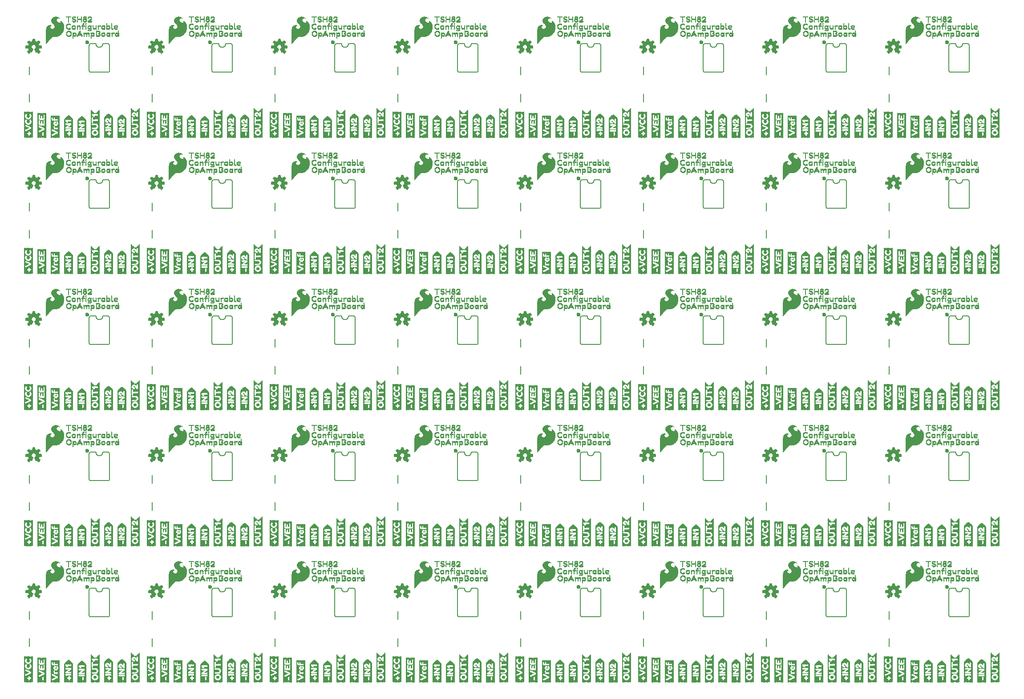
<source format=gto>
G75*
%MOIN*%
%OFA0B0*%
%FSLAX25Y25*%
%IPPOS*%
%LPD*%
%AMOC8*
5,1,8,0,0,1.08239X$1,22.5*
%
%ADD10C,0.00800*%
%ADD11C,0.00010*%
%ADD12C,0.00300*%
%ADD13R,0.00157X0.00157*%
%ADD14R,0.03937X0.00157*%
%ADD15R,0.01575X0.00157*%
%ADD16R,0.00630X0.00157*%
%ADD17R,0.01260X0.00157*%
%ADD18R,0.01417X0.00157*%
%ADD19R,0.04252X0.00157*%
%ADD20R,0.01890X0.00157*%
%ADD21R,0.00787X0.00157*%
%ADD22R,0.01732X0.00157*%
%ADD23R,0.02362X0.00157*%
%ADD24R,0.02205X0.00157*%
%ADD25R,0.02520X0.00157*%
%ADD26R,0.04094X0.00157*%
%ADD27R,0.02677X0.00157*%
%ADD28R,0.01102X0.00157*%
%ADD29R,0.02992X0.00157*%
%ADD30R,0.00945X0.00157*%
%ADD31R,0.02047X0.00157*%
%ADD32R,0.03622X0.00157*%
%ADD33R,0.00315X0.00157*%
%ADD34R,0.03150X0.00157*%
%ADD35R,0.02835X0.00157*%
%ADD36R,0.03307X0.00157*%
%ADD37R,0.00472X0.00157*%
%ADD38R,0.03465X0.00157*%
%ADD39R,0.04409X0.00157*%
%ADD40R,0.04567X0.00157*%
%ADD41R,0.03780X0.00157*%
%ADD42R,0.00157X0.18425*%
%ADD43R,0.00157X0.04567*%
%ADD44R,0.00157X0.02835*%
%ADD45R,0.00157X0.01102*%
%ADD46R,0.00157X0.00945*%
%ADD47R,0.00157X0.01732*%
%ADD48R,0.00157X0.04409*%
%ADD49R,0.00157X0.02520*%
%ADD50R,0.00157X0.00472*%
%ADD51R,0.00157X0.01575*%
%ADD52R,0.00157X0.04094*%
%ADD53R,0.00157X0.02362*%
%ADD54R,0.00157X0.00315*%
%ADD55R,0.00157X0.01417*%
%ADD56R,0.00157X0.02205*%
%ADD57R,0.00157X0.02047*%
%ADD58R,0.00157X0.04252*%
%ADD59R,0.00157X0.01890*%
%ADD60R,0.00157X0.02677*%
%ADD61R,0.00157X0.03937*%
%ADD62R,0.00157X0.01260*%
%ADD63R,0.00157X0.00630*%
%ADD64R,0.00157X0.04724*%
%ADD65R,0.00157X0.00787*%
%ADD66R,0.00157X0.04882*%
%ADD67R,0.00157X0.05039*%
%ADD68R,0.00157X0.05669*%
%ADD69R,0.00157X0.05827*%
%ADD70R,0.00157X0.05984*%
%ADD71R,0.00157X0.06142*%
%ADD72R,0.00157X0.19370*%
%ADD73R,0.00157X0.05354*%
%ADD74R,0.00157X0.02992*%
%ADD75R,0.00157X0.05197*%
%ADD76R,0.00157X0.03150*%
%ADD77R,0.00157X0.06772*%
%ADD78R,0.00157X0.03307*%
%ADD79R,0.00157X0.11654*%
%ADD80R,0.00157X0.16535*%
%ADD81R,0.00157X0.13701*%
%ADD82R,0.00157X0.07559*%
%ADD83R,0.00157X0.07087*%
%ADD84R,0.00157X0.06614*%
%ADD85R,0.00157X0.03465*%
%ADD86R,0.00157X0.10236*%
%ADD87R,0.00157X0.13858*%
%ADD88R,0.00157X0.14173*%
%ADD89R,0.00157X0.14331*%
%ADD90R,0.00157X0.14488*%
%ADD91R,0.00157X0.14961*%
%ADD92R,0.00157X0.14803*%
%ADD93R,0.00157X0.14646*%
%ADD94R,0.00157X0.13228*%
%ADD95R,0.00157X0.13543*%
%ADD96R,0.00157X0.14016*%
%ADD97R,0.00157X0.20945*%
%ADD98R,0.00157X0.20787*%
%ADD99R,0.00157X0.20630*%
%ADD100R,0.00157X0.20472*%
%ADD101R,0.00157X0.03622*%
%ADD102R,0.00157X0.11024*%
%ADD103R,0.00157X0.20157*%
%ADD104R,0.00157X0.20315*%
%ADD105R,0.00157X0.15118*%
%ADD106R,0.00157X0.15433*%
%ADD107R,0.00157X0.15591*%
%ADD108R,0.00157X0.15748*%
%ADD109R,0.00157X0.03780*%
%ADD110R,0.00157X0.16220*%
%ADD111R,0.00157X0.16063*%
%ADD112R,0.00157X0.15906*%
%ADD113R,0.00157X0.15276*%
%ADD114R,0.00157X0.22205*%
%ADD115R,0.00157X0.22047*%
%ADD116R,0.00157X0.21890*%
%ADD117R,0.00157X0.21732*%
%ADD118R,0.00157X0.12283*%
%ADD119R,0.00157X0.21417*%
%ADD120R,0.00157X0.21575*%
%ADD121C,0.00591*%
D10*
X0034350Y0063250D02*
X0034350Y0069250D01*
X0034350Y0083750D02*
X0034350Y0089750D01*
X0079087Y0086756D02*
X0079087Y0105550D01*
X0079088Y0105550D02*
X0079079Y0105620D01*
X0079074Y0105692D01*
X0079073Y0105763D01*
X0079076Y0105834D01*
X0079083Y0105905D01*
X0079093Y0105976D01*
X0079107Y0106046D01*
X0079125Y0106115D01*
X0079147Y0106183D01*
X0079173Y0106250D01*
X0079202Y0106315D01*
X0079234Y0106378D01*
X0079270Y0106440D01*
X0079309Y0106500D01*
X0079352Y0106557D01*
X0079397Y0106612D01*
X0079445Y0106665D01*
X0079497Y0106715D01*
X0079550Y0106762D01*
X0079606Y0106806D01*
X0079665Y0106846D01*
X0079726Y0106884D01*
X0079788Y0106918D01*
X0079852Y0106949D01*
X0079918Y0106977D01*
X0079986Y0107000D01*
X0080054Y0107020D01*
X0080124Y0107037D01*
X0080194Y0107049D01*
X0080194Y0107050D02*
X0084150Y0107050D01*
X0084150Y0106850D02*
X0084152Y0106752D01*
X0084158Y0106654D01*
X0084167Y0106556D01*
X0084181Y0106459D01*
X0084198Y0106362D01*
X0084219Y0106266D01*
X0084244Y0106171D01*
X0084272Y0106077D01*
X0084305Y0105985D01*
X0084340Y0105893D01*
X0084380Y0105803D01*
X0084422Y0105715D01*
X0084469Y0105628D01*
X0084518Y0105544D01*
X0084571Y0105461D01*
X0084627Y0105381D01*
X0084687Y0105302D01*
X0084749Y0105226D01*
X0084814Y0105153D01*
X0084882Y0105082D01*
X0084953Y0105014D01*
X0085026Y0104949D01*
X0085102Y0104887D01*
X0085181Y0104827D01*
X0085261Y0104771D01*
X0085344Y0104718D01*
X0085428Y0104669D01*
X0085515Y0104622D01*
X0085603Y0104580D01*
X0085693Y0104540D01*
X0085785Y0104505D01*
X0085877Y0104472D01*
X0085971Y0104444D01*
X0086066Y0104419D01*
X0086162Y0104398D01*
X0086259Y0104381D01*
X0086356Y0104367D01*
X0086454Y0104358D01*
X0086552Y0104352D01*
X0086650Y0104350D01*
X0086748Y0104352D01*
X0086846Y0104358D01*
X0086944Y0104367D01*
X0087041Y0104381D01*
X0087138Y0104398D01*
X0087234Y0104419D01*
X0087329Y0104444D01*
X0087423Y0104472D01*
X0087515Y0104505D01*
X0087607Y0104540D01*
X0087697Y0104580D01*
X0087785Y0104622D01*
X0087872Y0104669D01*
X0087956Y0104718D01*
X0088039Y0104771D01*
X0088119Y0104827D01*
X0088198Y0104887D01*
X0088274Y0104949D01*
X0088347Y0105014D01*
X0088418Y0105082D01*
X0088486Y0105153D01*
X0088551Y0105226D01*
X0088613Y0105302D01*
X0088673Y0105381D01*
X0088729Y0105461D01*
X0088782Y0105544D01*
X0088831Y0105628D01*
X0088878Y0105715D01*
X0088920Y0105803D01*
X0088960Y0105893D01*
X0088995Y0105985D01*
X0089028Y0106077D01*
X0089056Y0106171D01*
X0089081Y0106266D01*
X0089102Y0106362D01*
X0089119Y0106459D01*
X0089133Y0106556D01*
X0089142Y0106654D01*
X0089148Y0106752D01*
X0089150Y0106850D01*
X0089150Y0107050D02*
X0092469Y0107050D01*
X0092519Y0107051D02*
X0092600Y0107058D01*
X0092681Y0107062D01*
X0092762Y0107061D01*
X0092844Y0107057D01*
X0092924Y0107049D01*
X0093005Y0107037D01*
X0093085Y0107022D01*
X0093164Y0107002D01*
X0093242Y0106979D01*
X0093318Y0106952D01*
X0093394Y0106922D01*
X0093468Y0106888D01*
X0093540Y0106850D01*
X0093610Y0106809D01*
X0093678Y0106765D01*
X0093744Y0106718D01*
X0093808Y0106667D01*
X0093869Y0106614D01*
X0093928Y0106557D01*
X0093984Y0106498D01*
X0094037Y0106437D01*
X0094087Y0106373D01*
X0094134Y0106306D01*
X0094178Y0106238D01*
X0094218Y0106167D01*
X0094255Y0106095D01*
X0094289Y0106021D01*
X0094318Y0105945D01*
X0094345Y0105868D01*
X0094367Y0105790D01*
X0094386Y0105711D01*
X0094401Y0105631D01*
X0094413Y0105550D01*
X0094413Y0087150D01*
X0094411Y0087074D01*
X0094405Y0086999D01*
X0094396Y0086923D01*
X0094382Y0086848D01*
X0094365Y0086774D01*
X0094344Y0086701D01*
X0094320Y0086629D01*
X0094292Y0086559D01*
X0094260Y0086490D01*
X0094225Y0086422D01*
X0094186Y0086357D01*
X0094144Y0086293D01*
X0094099Y0086232D01*
X0094051Y0086173D01*
X0094000Y0086117D01*
X0093946Y0086063D01*
X0093890Y0086012D01*
X0093831Y0085964D01*
X0093770Y0085919D01*
X0093706Y0085877D01*
X0093641Y0085838D01*
X0093573Y0085803D01*
X0093504Y0085771D01*
X0093434Y0085743D01*
X0093362Y0085719D01*
X0093289Y0085698D01*
X0093215Y0085681D01*
X0093140Y0085667D01*
X0093064Y0085658D01*
X0092989Y0085652D01*
X0092913Y0085650D01*
X0080587Y0085650D01*
X0080588Y0085650D02*
X0080517Y0085641D01*
X0080446Y0085636D01*
X0080374Y0085635D01*
X0080303Y0085638D01*
X0080232Y0085645D01*
X0080161Y0085655D01*
X0080092Y0085669D01*
X0080022Y0085688D01*
X0079954Y0085709D01*
X0079888Y0085735D01*
X0079823Y0085764D01*
X0079759Y0085796D01*
X0079697Y0085832D01*
X0079638Y0085871D01*
X0079580Y0085914D01*
X0079525Y0085959D01*
X0079473Y0086008D01*
X0079423Y0086059D01*
X0079376Y0086112D01*
X0079332Y0086169D01*
X0079291Y0086227D01*
X0079253Y0086288D01*
X0079219Y0086350D01*
X0079188Y0086415D01*
X0079161Y0086481D01*
X0079137Y0086548D01*
X0079117Y0086616D01*
X0079100Y0086686D01*
X0079088Y0086756D01*
X0126350Y0089750D02*
X0126350Y0083750D01*
X0126350Y0069250D02*
X0126350Y0063250D01*
X0171087Y0086756D02*
X0171087Y0105550D01*
X0171088Y0105550D02*
X0171079Y0105620D01*
X0171074Y0105692D01*
X0171073Y0105763D01*
X0171076Y0105834D01*
X0171083Y0105905D01*
X0171093Y0105976D01*
X0171107Y0106046D01*
X0171125Y0106115D01*
X0171147Y0106183D01*
X0171173Y0106250D01*
X0171202Y0106315D01*
X0171234Y0106378D01*
X0171270Y0106440D01*
X0171309Y0106500D01*
X0171352Y0106557D01*
X0171397Y0106612D01*
X0171445Y0106665D01*
X0171497Y0106715D01*
X0171550Y0106762D01*
X0171606Y0106806D01*
X0171665Y0106846D01*
X0171726Y0106884D01*
X0171788Y0106918D01*
X0171852Y0106949D01*
X0171918Y0106977D01*
X0171986Y0107000D01*
X0172054Y0107020D01*
X0172124Y0107037D01*
X0172194Y0107049D01*
X0172194Y0107050D02*
X0176150Y0107050D01*
X0176150Y0106850D02*
X0176152Y0106752D01*
X0176158Y0106654D01*
X0176167Y0106556D01*
X0176181Y0106459D01*
X0176198Y0106362D01*
X0176219Y0106266D01*
X0176244Y0106171D01*
X0176272Y0106077D01*
X0176305Y0105985D01*
X0176340Y0105893D01*
X0176380Y0105803D01*
X0176422Y0105715D01*
X0176469Y0105628D01*
X0176518Y0105544D01*
X0176571Y0105461D01*
X0176627Y0105381D01*
X0176687Y0105302D01*
X0176749Y0105226D01*
X0176814Y0105153D01*
X0176882Y0105082D01*
X0176953Y0105014D01*
X0177026Y0104949D01*
X0177102Y0104887D01*
X0177181Y0104827D01*
X0177261Y0104771D01*
X0177344Y0104718D01*
X0177428Y0104669D01*
X0177515Y0104622D01*
X0177603Y0104580D01*
X0177693Y0104540D01*
X0177785Y0104505D01*
X0177877Y0104472D01*
X0177971Y0104444D01*
X0178066Y0104419D01*
X0178162Y0104398D01*
X0178259Y0104381D01*
X0178356Y0104367D01*
X0178454Y0104358D01*
X0178552Y0104352D01*
X0178650Y0104350D01*
X0178748Y0104352D01*
X0178846Y0104358D01*
X0178944Y0104367D01*
X0179041Y0104381D01*
X0179138Y0104398D01*
X0179234Y0104419D01*
X0179329Y0104444D01*
X0179423Y0104472D01*
X0179515Y0104505D01*
X0179607Y0104540D01*
X0179697Y0104580D01*
X0179785Y0104622D01*
X0179872Y0104669D01*
X0179956Y0104718D01*
X0180039Y0104771D01*
X0180119Y0104827D01*
X0180198Y0104887D01*
X0180274Y0104949D01*
X0180347Y0105014D01*
X0180418Y0105082D01*
X0180486Y0105153D01*
X0180551Y0105226D01*
X0180613Y0105302D01*
X0180673Y0105381D01*
X0180729Y0105461D01*
X0180782Y0105544D01*
X0180831Y0105628D01*
X0180878Y0105715D01*
X0180920Y0105803D01*
X0180960Y0105893D01*
X0180995Y0105985D01*
X0181028Y0106077D01*
X0181056Y0106171D01*
X0181081Y0106266D01*
X0181102Y0106362D01*
X0181119Y0106459D01*
X0181133Y0106556D01*
X0181142Y0106654D01*
X0181148Y0106752D01*
X0181150Y0106850D01*
X0181150Y0107050D02*
X0184469Y0107050D01*
X0184519Y0107051D02*
X0184600Y0107058D01*
X0184681Y0107062D01*
X0184762Y0107061D01*
X0184844Y0107057D01*
X0184924Y0107049D01*
X0185005Y0107037D01*
X0185085Y0107022D01*
X0185164Y0107002D01*
X0185242Y0106979D01*
X0185318Y0106952D01*
X0185394Y0106922D01*
X0185468Y0106888D01*
X0185540Y0106850D01*
X0185610Y0106809D01*
X0185678Y0106765D01*
X0185744Y0106718D01*
X0185808Y0106667D01*
X0185869Y0106614D01*
X0185928Y0106557D01*
X0185984Y0106498D01*
X0186037Y0106437D01*
X0186087Y0106373D01*
X0186134Y0106306D01*
X0186178Y0106238D01*
X0186218Y0106167D01*
X0186255Y0106095D01*
X0186289Y0106021D01*
X0186318Y0105945D01*
X0186345Y0105868D01*
X0186367Y0105790D01*
X0186386Y0105711D01*
X0186401Y0105631D01*
X0186413Y0105550D01*
X0186413Y0087150D01*
X0186411Y0087074D01*
X0186405Y0086999D01*
X0186396Y0086923D01*
X0186382Y0086848D01*
X0186365Y0086774D01*
X0186344Y0086701D01*
X0186320Y0086629D01*
X0186292Y0086559D01*
X0186260Y0086490D01*
X0186225Y0086422D01*
X0186186Y0086357D01*
X0186144Y0086293D01*
X0186099Y0086232D01*
X0186051Y0086173D01*
X0186000Y0086117D01*
X0185946Y0086063D01*
X0185890Y0086012D01*
X0185831Y0085964D01*
X0185770Y0085919D01*
X0185706Y0085877D01*
X0185641Y0085838D01*
X0185573Y0085803D01*
X0185504Y0085771D01*
X0185434Y0085743D01*
X0185362Y0085719D01*
X0185289Y0085698D01*
X0185215Y0085681D01*
X0185140Y0085667D01*
X0185064Y0085658D01*
X0184989Y0085652D01*
X0184913Y0085650D01*
X0172587Y0085650D01*
X0172588Y0085650D02*
X0172517Y0085641D01*
X0172446Y0085636D01*
X0172374Y0085635D01*
X0172303Y0085638D01*
X0172232Y0085645D01*
X0172161Y0085655D01*
X0172092Y0085669D01*
X0172022Y0085688D01*
X0171954Y0085709D01*
X0171888Y0085735D01*
X0171823Y0085764D01*
X0171759Y0085796D01*
X0171697Y0085832D01*
X0171638Y0085871D01*
X0171580Y0085914D01*
X0171525Y0085959D01*
X0171473Y0086008D01*
X0171423Y0086059D01*
X0171376Y0086112D01*
X0171332Y0086169D01*
X0171291Y0086227D01*
X0171253Y0086288D01*
X0171219Y0086350D01*
X0171188Y0086415D01*
X0171161Y0086481D01*
X0171137Y0086548D01*
X0171117Y0086616D01*
X0171100Y0086686D01*
X0171088Y0086756D01*
X0218350Y0089750D02*
X0218350Y0083750D01*
X0218350Y0069250D02*
X0218350Y0063250D01*
X0263087Y0086756D02*
X0263087Y0105550D01*
X0263088Y0105550D02*
X0263079Y0105620D01*
X0263074Y0105692D01*
X0263073Y0105763D01*
X0263076Y0105834D01*
X0263083Y0105905D01*
X0263093Y0105976D01*
X0263107Y0106046D01*
X0263125Y0106115D01*
X0263147Y0106183D01*
X0263173Y0106250D01*
X0263202Y0106315D01*
X0263234Y0106378D01*
X0263270Y0106440D01*
X0263309Y0106500D01*
X0263352Y0106557D01*
X0263397Y0106612D01*
X0263445Y0106665D01*
X0263497Y0106715D01*
X0263550Y0106762D01*
X0263606Y0106806D01*
X0263665Y0106846D01*
X0263726Y0106884D01*
X0263788Y0106918D01*
X0263852Y0106949D01*
X0263918Y0106977D01*
X0263986Y0107000D01*
X0264054Y0107020D01*
X0264124Y0107037D01*
X0264194Y0107049D01*
X0264194Y0107050D02*
X0268150Y0107050D01*
X0268150Y0106850D02*
X0268152Y0106752D01*
X0268158Y0106654D01*
X0268167Y0106556D01*
X0268181Y0106459D01*
X0268198Y0106362D01*
X0268219Y0106266D01*
X0268244Y0106171D01*
X0268272Y0106077D01*
X0268305Y0105985D01*
X0268340Y0105893D01*
X0268380Y0105803D01*
X0268422Y0105715D01*
X0268469Y0105628D01*
X0268518Y0105544D01*
X0268571Y0105461D01*
X0268627Y0105381D01*
X0268687Y0105302D01*
X0268749Y0105226D01*
X0268814Y0105153D01*
X0268882Y0105082D01*
X0268953Y0105014D01*
X0269026Y0104949D01*
X0269102Y0104887D01*
X0269181Y0104827D01*
X0269261Y0104771D01*
X0269344Y0104718D01*
X0269428Y0104669D01*
X0269515Y0104622D01*
X0269603Y0104580D01*
X0269693Y0104540D01*
X0269785Y0104505D01*
X0269877Y0104472D01*
X0269971Y0104444D01*
X0270066Y0104419D01*
X0270162Y0104398D01*
X0270259Y0104381D01*
X0270356Y0104367D01*
X0270454Y0104358D01*
X0270552Y0104352D01*
X0270650Y0104350D01*
X0270748Y0104352D01*
X0270846Y0104358D01*
X0270944Y0104367D01*
X0271041Y0104381D01*
X0271138Y0104398D01*
X0271234Y0104419D01*
X0271329Y0104444D01*
X0271423Y0104472D01*
X0271515Y0104505D01*
X0271607Y0104540D01*
X0271697Y0104580D01*
X0271785Y0104622D01*
X0271872Y0104669D01*
X0271956Y0104718D01*
X0272039Y0104771D01*
X0272119Y0104827D01*
X0272198Y0104887D01*
X0272274Y0104949D01*
X0272347Y0105014D01*
X0272418Y0105082D01*
X0272486Y0105153D01*
X0272551Y0105226D01*
X0272613Y0105302D01*
X0272673Y0105381D01*
X0272729Y0105461D01*
X0272782Y0105544D01*
X0272831Y0105628D01*
X0272878Y0105715D01*
X0272920Y0105803D01*
X0272960Y0105893D01*
X0272995Y0105985D01*
X0273028Y0106077D01*
X0273056Y0106171D01*
X0273081Y0106266D01*
X0273102Y0106362D01*
X0273119Y0106459D01*
X0273133Y0106556D01*
X0273142Y0106654D01*
X0273148Y0106752D01*
X0273150Y0106850D01*
X0273150Y0107050D02*
X0276469Y0107050D01*
X0276519Y0107051D02*
X0276600Y0107058D01*
X0276681Y0107062D01*
X0276762Y0107061D01*
X0276844Y0107057D01*
X0276924Y0107049D01*
X0277005Y0107037D01*
X0277085Y0107022D01*
X0277164Y0107002D01*
X0277242Y0106979D01*
X0277318Y0106952D01*
X0277394Y0106922D01*
X0277468Y0106888D01*
X0277540Y0106850D01*
X0277610Y0106809D01*
X0277678Y0106765D01*
X0277744Y0106718D01*
X0277808Y0106667D01*
X0277869Y0106614D01*
X0277928Y0106557D01*
X0277984Y0106498D01*
X0278037Y0106437D01*
X0278087Y0106373D01*
X0278134Y0106306D01*
X0278178Y0106238D01*
X0278218Y0106167D01*
X0278255Y0106095D01*
X0278289Y0106021D01*
X0278318Y0105945D01*
X0278345Y0105868D01*
X0278367Y0105790D01*
X0278386Y0105711D01*
X0278401Y0105631D01*
X0278413Y0105550D01*
X0278413Y0087150D01*
X0278411Y0087074D01*
X0278405Y0086999D01*
X0278396Y0086923D01*
X0278382Y0086848D01*
X0278365Y0086774D01*
X0278344Y0086701D01*
X0278320Y0086629D01*
X0278292Y0086559D01*
X0278260Y0086490D01*
X0278225Y0086422D01*
X0278186Y0086357D01*
X0278144Y0086293D01*
X0278099Y0086232D01*
X0278051Y0086173D01*
X0278000Y0086117D01*
X0277946Y0086063D01*
X0277890Y0086012D01*
X0277831Y0085964D01*
X0277770Y0085919D01*
X0277706Y0085877D01*
X0277641Y0085838D01*
X0277573Y0085803D01*
X0277504Y0085771D01*
X0277434Y0085743D01*
X0277362Y0085719D01*
X0277289Y0085698D01*
X0277215Y0085681D01*
X0277140Y0085667D01*
X0277064Y0085658D01*
X0276989Y0085652D01*
X0276913Y0085650D01*
X0264587Y0085650D01*
X0264588Y0085650D02*
X0264517Y0085641D01*
X0264446Y0085636D01*
X0264374Y0085635D01*
X0264303Y0085638D01*
X0264232Y0085645D01*
X0264161Y0085655D01*
X0264092Y0085669D01*
X0264022Y0085688D01*
X0263954Y0085709D01*
X0263888Y0085735D01*
X0263823Y0085764D01*
X0263759Y0085796D01*
X0263697Y0085832D01*
X0263638Y0085871D01*
X0263580Y0085914D01*
X0263525Y0085959D01*
X0263473Y0086008D01*
X0263423Y0086059D01*
X0263376Y0086112D01*
X0263332Y0086169D01*
X0263291Y0086227D01*
X0263253Y0086288D01*
X0263219Y0086350D01*
X0263188Y0086415D01*
X0263161Y0086481D01*
X0263137Y0086548D01*
X0263117Y0086616D01*
X0263100Y0086686D01*
X0263088Y0086756D01*
X0310350Y0089750D02*
X0310350Y0083750D01*
X0310350Y0069250D02*
X0310350Y0063250D01*
X0355087Y0086756D02*
X0355087Y0105550D01*
X0355088Y0105550D02*
X0355079Y0105620D01*
X0355074Y0105692D01*
X0355073Y0105763D01*
X0355076Y0105834D01*
X0355083Y0105905D01*
X0355093Y0105976D01*
X0355107Y0106046D01*
X0355125Y0106115D01*
X0355147Y0106183D01*
X0355173Y0106250D01*
X0355202Y0106315D01*
X0355234Y0106378D01*
X0355270Y0106440D01*
X0355309Y0106500D01*
X0355352Y0106557D01*
X0355397Y0106612D01*
X0355445Y0106665D01*
X0355497Y0106715D01*
X0355550Y0106762D01*
X0355606Y0106806D01*
X0355665Y0106846D01*
X0355726Y0106884D01*
X0355788Y0106918D01*
X0355852Y0106949D01*
X0355918Y0106977D01*
X0355986Y0107000D01*
X0356054Y0107020D01*
X0356124Y0107037D01*
X0356194Y0107049D01*
X0356194Y0107050D02*
X0360150Y0107050D01*
X0360150Y0106850D02*
X0360152Y0106752D01*
X0360158Y0106654D01*
X0360167Y0106556D01*
X0360181Y0106459D01*
X0360198Y0106362D01*
X0360219Y0106266D01*
X0360244Y0106171D01*
X0360272Y0106077D01*
X0360305Y0105985D01*
X0360340Y0105893D01*
X0360380Y0105803D01*
X0360422Y0105715D01*
X0360469Y0105628D01*
X0360518Y0105544D01*
X0360571Y0105461D01*
X0360627Y0105381D01*
X0360687Y0105302D01*
X0360749Y0105226D01*
X0360814Y0105153D01*
X0360882Y0105082D01*
X0360953Y0105014D01*
X0361026Y0104949D01*
X0361102Y0104887D01*
X0361181Y0104827D01*
X0361261Y0104771D01*
X0361344Y0104718D01*
X0361428Y0104669D01*
X0361515Y0104622D01*
X0361603Y0104580D01*
X0361693Y0104540D01*
X0361785Y0104505D01*
X0361877Y0104472D01*
X0361971Y0104444D01*
X0362066Y0104419D01*
X0362162Y0104398D01*
X0362259Y0104381D01*
X0362356Y0104367D01*
X0362454Y0104358D01*
X0362552Y0104352D01*
X0362650Y0104350D01*
X0362748Y0104352D01*
X0362846Y0104358D01*
X0362944Y0104367D01*
X0363041Y0104381D01*
X0363138Y0104398D01*
X0363234Y0104419D01*
X0363329Y0104444D01*
X0363423Y0104472D01*
X0363515Y0104505D01*
X0363607Y0104540D01*
X0363697Y0104580D01*
X0363785Y0104622D01*
X0363872Y0104669D01*
X0363956Y0104718D01*
X0364039Y0104771D01*
X0364119Y0104827D01*
X0364198Y0104887D01*
X0364274Y0104949D01*
X0364347Y0105014D01*
X0364418Y0105082D01*
X0364486Y0105153D01*
X0364551Y0105226D01*
X0364613Y0105302D01*
X0364673Y0105381D01*
X0364729Y0105461D01*
X0364782Y0105544D01*
X0364831Y0105628D01*
X0364878Y0105715D01*
X0364920Y0105803D01*
X0364960Y0105893D01*
X0364995Y0105985D01*
X0365028Y0106077D01*
X0365056Y0106171D01*
X0365081Y0106266D01*
X0365102Y0106362D01*
X0365119Y0106459D01*
X0365133Y0106556D01*
X0365142Y0106654D01*
X0365148Y0106752D01*
X0365150Y0106850D01*
X0365150Y0107050D02*
X0368469Y0107050D01*
X0368519Y0107051D02*
X0368600Y0107058D01*
X0368681Y0107062D01*
X0368762Y0107061D01*
X0368844Y0107057D01*
X0368924Y0107049D01*
X0369005Y0107037D01*
X0369085Y0107022D01*
X0369164Y0107002D01*
X0369242Y0106979D01*
X0369318Y0106952D01*
X0369394Y0106922D01*
X0369468Y0106888D01*
X0369540Y0106850D01*
X0369610Y0106809D01*
X0369678Y0106765D01*
X0369744Y0106718D01*
X0369808Y0106667D01*
X0369869Y0106614D01*
X0369928Y0106557D01*
X0369984Y0106498D01*
X0370037Y0106437D01*
X0370087Y0106373D01*
X0370134Y0106306D01*
X0370178Y0106238D01*
X0370218Y0106167D01*
X0370255Y0106095D01*
X0370289Y0106021D01*
X0370318Y0105945D01*
X0370345Y0105868D01*
X0370367Y0105790D01*
X0370386Y0105711D01*
X0370401Y0105631D01*
X0370413Y0105550D01*
X0370413Y0087150D01*
X0370411Y0087074D01*
X0370405Y0086999D01*
X0370396Y0086923D01*
X0370382Y0086848D01*
X0370365Y0086774D01*
X0370344Y0086701D01*
X0370320Y0086629D01*
X0370292Y0086559D01*
X0370260Y0086490D01*
X0370225Y0086422D01*
X0370186Y0086357D01*
X0370144Y0086293D01*
X0370099Y0086232D01*
X0370051Y0086173D01*
X0370000Y0086117D01*
X0369946Y0086063D01*
X0369890Y0086012D01*
X0369831Y0085964D01*
X0369770Y0085919D01*
X0369706Y0085877D01*
X0369641Y0085838D01*
X0369573Y0085803D01*
X0369504Y0085771D01*
X0369434Y0085743D01*
X0369362Y0085719D01*
X0369289Y0085698D01*
X0369215Y0085681D01*
X0369140Y0085667D01*
X0369064Y0085658D01*
X0368989Y0085652D01*
X0368913Y0085650D01*
X0356587Y0085650D01*
X0356588Y0085650D02*
X0356517Y0085641D01*
X0356446Y0085636D01*
X0356374Y0085635D01*
X0356303Y0085638D01*
X0356232Y0085645D01*
X0356161Y0085655D01*
X0356092Y0085669D01*
X0356022Y0085688D01*
X0355954Y0085709D01*
X0355888Y0085735D01*
X0355823Y0085764D01*
X0355759Y0085796D01*
X0355697Y0085832D01*
X0355638Y0085871D01*
X0355580Y0085914D01*
X0355525Y0085959D01*
X0355473Y0086008D01*
X0355423Y0086059D01*
X0355376Y0086112D01*
X0355332Y0086169D01*
X0355291Y0086227D01*
X0355253Y0086288D01*
X0355219Y0086350D01*
X0355188Y0086415D01*
X0355161Y0086481D01*
X0355137Y0086548D01*
X0355117Y0086616D01*
X0355100Y0086686D01*
X0355088Y0086756D01*
X0402350Y0089750D02*
X0402350Y0083750D01*
X0402350Y0069250D02*
X0402350Y0063250D01*
X0447087Y0086756D02*
X0447087Y0105550D01*
X0447088Y0105550D02*
X0447079Y0105620D01*
X0447074Y0105692D01*
X0447073Y0105763D01*
X0447076Y0105834D01*
X0447083Y0105905D01*
X0447093Y0105976D01*
X0447107Y0106046D01*
X0447125Y0106115D01*
X0447147Y0106183D01*
X0447173Y0106250D01*
X0447202Y0106315D01*
X0447234Y0106378D01*
X0447270Y0106440D01*
X0447309Y0106500D01*
X0447352Y0106557D01*
X0447397Y0106612D01*
X0447445Y0106665D01*
X0447497Y0106715D01*
X0447550Y0106762D01*
X0447606Y0106806D01*
X0447665Y0106846D01*
X0447726Y0106884D01*
X0447788Y0106918D01*
X0447852Y0106949D01*
X0447918Y0106977D01*
X0447986Y0107000D01*
X0448054Y0107020D01*
X0448124Y0107037D01*
X0448194Y0107049D01*
X0448194Y0107050D02*
X0452150Y0107050D01*
X0452150Y0106850D02*
X0452152Y0106752D01*
X0452158Y0106654D01*
X0452167Y0106556D01*
X0452181Y0106459D01*
X0452198Y0106362D01*
X0452219Y0106266D01*
X0452244Y0106171D01*
X0452272Y0106077D01*
X0452305Y0105985D01*
X0452340Y0105893D01*
X0452380Y0105803D01*
X0452422Y0105715D01*
X0452469Y0105628D01*
X0452518Y0105544D01*
X0452571Y0105461D01*
X0452627Y0105381D01*
X0452687Y0105302D01*
X0452749Y0105226D01*
X0452814Y0105153D01*
X0452882Y0105082D01*
X0452953Y0105014D01*
X0453026Y0104949D01*
X0453102Y0104887D01*
X0453181Y0104827D01*
X0453261Y0104771D01*
X0453344Y0104718D01*
X0453428Y0104669D01*
X0453515Y0104622D01*
X0453603Y0104580D01*
X0453693Y0104540D01*
X0453785Y0104505D01*
X0453877Y0104472D01*
X0453971Y0104444D01*
X0454066Y0104419D01*
X0454162Y0104398D01*
X0454259Y0104381D01*
X0454356Y0104367D01*
X0454454Y0104358D01*
X0454552Y0104352D01*
X0454650Y0104350D01*
X0454748Y0104352D01*
X0454846Y0104358D01*
X0454944Y0104367D01*
X0455041Y0104381D01*
X0455138Y0104398D01*
X0455234Y0104419D01*
X0455329Y0104444D01*
X0455423Y0104472D01*
X0455515Y0104505D01*
X0455607Y0104540D01*
X0455697Y0104580D01*
X0455785Y0104622D01*
X0455872Y0104669D01*
X0455956Y0104718D01*
X0456039Y0104771D01*
X0456119Y0104827D01*
X0456198Y0104887D01*
X0456274Y0104949D01*
X0456347Y0105014D01*
X0456418Y0105082D01*
X0456486Y0105153D01*
X0456551Y0105226D01*
X0456613Y0105302D01*
X0456673Y0105381D01*
X0456729Y0105461D01*
X0456782Y0105544D01*
X0456831Y0105628D01*
X0456878Y0105715D01*
X0456920Y0105803D01*
X0456960Y0105893D01*
X0456995Y0105985D01*
X0457028Y0106077D01*
X0457056Y0106171D01*
X0457081Y0106266D01*
X0457102Y0106362D01*
X0457119Y0106459D01*
X0457133Y0106556D01*
X0457142Y0106654D01*
X0457148Y0106752D01*
X0457150Y0106850D01*
X0457150Y0107050D02*
X0460469Y0107050D01*
X0460519Y0107051D02*
X0460600Y0107058D01*
X0460681Y0107062D01*
X0460762Y0107061D01*
X0460844Y0107057D01*
X0460924Y0107049D01*
X0461005Y0107037D01*
X0461085Y0107022D01*
X0461164Y0107002D01*
X0461242Y0106979D01*
X0461318Y0106952D01*
X0461394Y0106922D01*
X0461468Y0106888D01*
X0461540Y0106850D01*
X0461610Y0106809D01*
X0461678Y0106765D01*
X0461744Y0106718D01*
X0461808Y0106667D01*
X0461869Y0106614D01*
X0461928Y0106557D01*
X0461984Y0106498D01*
X0462037Y0106437D01*
X0462087Y0106373D01*
X0462134Y0106306D01*
X0462178Y0106238D01*
X0462218Y0106167D01*
X0462255Y0106095D01*
X0462289Y0106021D01*
X0462318Y0105945D01*
X0462345Y0105868D01*
X0462367Y0105790D01*
X0462386Y0105711D01*
X0462401Y0105631D01*
X0462413Y0105550D01*
X0462413Y0087150D01*
X0462411Y0087074D01*
X0462405Y0086999D01*
X0462396Y0086923D01*
X0462382Y0086848D01*
X0462365Y0086774D01*
X0462344Y0086701D01*
X0462320Y0086629D01*
X0462292Y0086559D01*
X0462260Y0086490D01*
X0462225Y0086422D01*
X0462186Y0086357D01*
X0462144Y0086293D01*
X0462099Y0086232D01*
X0462051Y0086173D01*
X0462000Y0086117D01*
X0461946Y0086063D01*
X0461890Y0086012D01*
X0461831Y0085964D01*
X0461770Y0085919D01*
X0461706Y0085877D01*
X0461641Y0085838D01*
X0461573Y0085803D01*
X0461504Y0085771D01*
X0461434Y0085743D01*
X0461362Y0085719D01*
X0461289Y0085698D01*
X0461215Y0085681D01*
X0461140Y0085667D01*
X0461064Y0085658D01*
X0460989Y0085652D01*
X0460913Y0085650D01*
X0448587Y0085650D01*
X0448588Y0085650D02*
X0448517Y0085641D01*
X0448446Y0085636D01*
X0448374Y0085635D01*
X0448303Y0085638D01*
X0448232Y0085645D01*
X0448161Y0085655D01*
X0448092Y0085669D01*
X0448022Y0085688D01*
X0447954Y0085709D01*
X0447888Y0085735D01*
X0447823Y0085764D01*
X0447759Y0085796D01*
X0447697Y0085832D01*
X0447638Y0085871D01*
X0447580Y0085914D01*
X0447525Y0085959D01*
X0447473Y0086008D01*
X0447423Y0086059D01*
X0447376Y0086112D01*
X0447332Y0086169D01*
X0447291Y0086227D01*
X0447253Y0086288D01*
X0447219Y0086350D01*
X0447188Y0086415D01*
X0447161Y0086481D01*
X0447137Y0086548D01*
X0447117Y0086616D01*
X0447100Y0086686D01*
X0447088Y0086756D01*
X0494350Y0089750D02*
X0494350Y0083750D01*
X0494350Y0069250D02*
X0494350Y0063250D01*
X0539087Y0086756D02*
X0539087Y0105550D01*
X0539088Y0105550D02*
X0539079Y0105620D01*
X0539074Y0105692D01*
X0539073Y0105763D01*
X0539076Y0105834D01*
X0539083Y0105905D01*
X0539093Y0105976D01*
X0539107Y0106046D01*
X0539125Y0106115D01*
X0539147Y0106183D01*
X0539173Y0106250D01*
X0539202Y0106315D01*
X0539234Y0106378D01*
X0539270Y0106440D01*
X0539309Y0106500D01*
X0539352Y0106557D01*
X0539397Y0106612D01*
X0539445Y0106665D01*
X0539497Y0106715D01*
X0539550Y0106762D01*
X0539606Y0106806D01*
X0539665Y0106846D01*
X0539726Y0106884D01*
X0539788Y0106918D01*
X0539852Y0106949D01*
X0539918Y0106977D01*
X0539986Y0107000D01*
X0540054Y0107020D01*
X0540124Y0107037D01*
X0540194Y0107049D01*
X0540194Y0107050D02*
X0544150Y0107050D01*
X0544150Y0106850D02*
X0544152Y0106752D01*
X0544158Y0106654D01*
X0544167Y0106556D01*
X0544181Y0106459D01*
X0544198Y0106362D01*
X0544219Y0106266D01*
X0544244Y0106171D01*
X0544272Y0106077D01*
X0544305Y0105985D01*
X0544340Y0105893D01*
X0544380Y0105803D01*
X0544422Y0105715D01*
X0544469Y0105628D01*
X0544518Y0105544D01*
X0544571Y0105461D01*
X0544627Y0105381D01*
X0544687Y0105302D01*
X0544749Y0105226D01*
X0544814Y0105153D01*
X0544882Y0105082D01*
X0544953Y0105014D01*
X0545026Y0104949D01*
X0545102Y0104887D01*
X0545181Y0104827D01*
X0545261Y0104771D01*
X0545344Y0104718D01*
X0545428Y0104669D01*
X0545515Y0104622D01*
X0545603Y0104580D01*
X0545693Y0104540D01*
X0545785Y0104505D01*
X0545877Y0104472D01*
X0545971Y0104444D01*
X0546066Y0104419D01*
X0546162Y0104398D01*
X0546259Y0104381D01*
X0546356Y0104367D01*
X0546454Y0104358D01*
X0546552Y0104352D01*
X0546650Y0104350D01*
X0546748Y0104352D01*
X0546846Y0104358D01*
X0546944Y0104367D01*
X0547041Y0104381D01*
X0547138Y0104398D01*
X0547234Y0104419D01*
X0547329Y0104444D01*
X0547423Y0104472D01*
X0547515Y0104505D01*
X0547607Y0104540D01*
X0547697Y0104580D01*
X0547785Y0104622D01*
X0547872Y0104669D01*
X0547956Y0104718D01*
X0548039Y0104771D01*
X0548119Y0104827D01*
X0548198Y0104887D01*
X0548274Y0104949D01*
X0548347Y0105014D01*
X0548418Y0105082D01*
X0548486Y0105153D01*
X0548551Y0105226D01*
X0548613Y0105302D01*
X0548673Y0105381D01*
X0548729Y0105461D01*
X0548782Y0105544D01*
X0548831Y0105628D01*
X0548878Y0105715D01*
X0548920Y0105803D01*
X0548960Y0105893D01*
X0548995Y0105985D01*
X0549028Y0106077D01*
X0549056Y0106171D01*
X0549081Y0106266D01*
X0549102Y0106362D01*
X0549119Y0106459D01*
X0549133Y0106556D01*
X0549142Y0106654D01*
X0549148Y0106752D01*
X0549150Y0106850D01*
X0549150Y0107050D02*
X0552469Y0107050D01*
X0552519Y0107051D02*
X0552600Y0107058D01*
X0552681Y0107062D01*
X0552762Y0107061D01*
X0552844Y0107057D01*
X0552924Y0107049D01*
X0553005Y0107037D01*
X0553085Y0107022D01*
X0553164Y0107002D01*
X0553242Y0106979D01*
X0553318Y0106952D01*
X0553394Y0106922D01*
X0553468Y0106888D01*
X0553540Y0106850D01*
X0553610Y0106809D01*
X0553678Y0106765D01*
X0553744Y0106718D01*
X0553808Y0106667D01*
X0553869Y0106614D01*
X0553928Y0106557D01*
X0553984Y0106498D01*
X0554037Y0106437D01*
X0554087Y0106373D01*
X0554134Y0106306D01*
X0554178Y0106238D01*
X0554218Y0106167D01*
X0554255Y0106095D01*
X0554289Y0106021D01*
X0554318Y0105945D01*
X0554345Y0105868D01*
X0554367Y0105790D01*
X0554386Y0105711D01*
X0554401Y0105631D01*
X0554413Y0105550D01*
X0554413Y0087150D01*
X0554411Y0087074D01*
X0554405Y0086999D01*
X0554396Y0086923D01*
X0554382Y0086848D01*
X0554365Y0086774D01*
X0554344Y0086701D01*
X0554320Y0086629D01*
X0554292Y0086559D01*
X0554260Y0086490D01*
X0554225Y0086422D01*
X0554186Y0086357D01*
X0554144Y0086293D01*
X0554099Y0086232D01*
X0554051Y0086173D01*
X0554000Y0086117D01*
X0553946Y0086063D01*
X0553890Y0086012D01*
X0553831Y0085964D01*
X0553770Y0085919D01*
X0553706Y0085877D01*
X0553641Y0085838D01*
X0553573Y0085803D01*
X0553504Y0085771D01*
X0553434Y0085743D01*
X0553362Y0085719D01*
X0553289Y0085698D01*
X0553215Y0085681D01*
X0553140Y0085667D01*
X0553064Y0085658D01*
X0552989Y0085652D01*
X0552913Y0085650D01*
X0540587Y0085650D01*
X0540588Y0085650D02*
X0540517Y0085641D01*
X0540446Y0085636D01*
X0540374Y0085635D01*
X0540303Y0085638D01*
X0540232Y0085645D01*
X0540161Y0085655D01*
X0540092Y0085669D01*
X0540022Y0085688D01*
X0539954Y0085709D01*
X0539888Y0085735D01*
X0539823Y0085764D01*
X0539759Y0085796D01*
X0539697Y0085832D01*
X0539638Y0085871D01*
X0539580Y0085914D01*
X0539525Y0085959D01*
X0539473Y0086008D01*
X0539423Y0086059D01*
X0539376Y0086112D01*
X0539332Y0086169D01*
X0539291Y0086227D01*
X0539253Y0086288D01*
X0539219Y0086350D01*
X0539188Y0086415D01*
X0539161Y0086481D01*
X0539137Y0086548D01*
X0539117Y0086616D01*
X0539100Y0086686D01*
X0539088Y0086756D01*
X0586350Y0089750D02*
X0586350Y0083750D01*
X0586350Y0069250D02*
X0586350Y0063250D01*
X0631087Y0086756D02*
X0631087Y0105550D01*
X0631088Y0105550D02*
X0631079Y0105620D01*
X0631074Y0105692D01*
X0631073Y0105763D01*
X0631076Y0105834D01*
X0631083Y0105905D01*
X0631093Y0105976D01*
X0631107Y0106046D01*
X0631125Y0106115D01*
X0631147Y0106183D01*
X0631173Y0106250D01*
X0631202Y0106315D01*
X0631234Y0106378D01*
X0631270Y0106440D01*
X0631309Y0106500D01*
X0631352Y0106557D01*
X0631397Y0106612D01*
X0631445Y0106665D01*
X0631497Y0106715D01*
X0631550Y0106762D01*
X0631606Y0106806D01*
X0631665Y0106846D01*
X0631726Y0106884D01*
X0631788Y0106918D01*
X0631852Y0106949D01*
X0631918Y0106977D01*
X0631986Y0107000D01*
X0632054Y0107020D01*
X0632124Y0107037D01*
X0632194Y0107049D01*
X0632194Y0107050D02*
X0636150Y0107050D01*
X0636150Y0106850D02*
X0636152Y0106752D01*
X0636158Y0106654D01*
X0636167Y0106556D01*
X0636181Y0106459D01*
X0636198Y0106362D01*
X0636219Y0106266D01*
X0636244Y0106171D01*
X0636272Y0106077D01*
X0636305Y0105985D01*
X0636340Y0105893D01*
X0636380Y0105803D01*
X0636422Y0105715D01*
X0636469Y0105628D01*
X0636518Y0105544D01*
X0636571Y0105461D01*
X0636627Y0105381D01*
X0636687Y0105302D01*
X0636749Y0105226D01*
X0636814Y0105153D01*
X0636882Y0105082D01*
X0636953Y0105014D01*
X0637026Y0104949D01*
X0637102Y0104887D01*
X0637181Y0104827D01*
X0637261Y0104771D01*
X0637344Y0104718D01*
X0637428Y0104669D01*
X0637515Y0104622D01*
X0637603Y0104580D01*
X0637693Y0104540D01*
X0637785Y0104505D01*
X0637877Y0104472D01*
X0637971Y0104444D01*
X0638066Y0104419D01*
X0638162Y0104398D01*
X0638259Y0104381D01*
X0638356Y0104367D01*
X0638454Y0104358D01*
X0638552Y0104352D01*
X0638650Y0104350D01*
X0638748Y0104352D01*
X0638846Y0104358D01*
X0638944Y0104367D01*
X0639041Y0104381D01*
X0639138Y0104398D01*
X0639234Y0104419D01*
X0639329Y0104444D01*
X0639423Y0104472D01*
X0639515Y0104505D01*
X0639607Y0104540D01*
X0639697Y0104580D01*
X0639785Y0104622D01*
X0639872Y0104669D01*
X0639956Y0104718D01*
X0640039Y0104771D01*
X0640119Y0104827D01*
X0640198Y0104887D01*
X0640274Y0104949D01*
X0640347Y0105014D01*
X0640418Y0105082D01*
X0640486Y0105153D01*
X0640551Y0105226D01*
X0640613Y0105302D01*
X0640673Y0105381D01*
X0640729Y0105461D01*
X0640782Y0105544D01*
X0640831Y0105628D01*
X0640878Y0105715D01*
X0640920Y0105803D01*
X0640960Y0105893D01*
X0640995Y0105985D01*
X0641028Y0106077D01*
X0641056Y0106171D01*
X0641081Y0106266D01*
X0641102Y0106362D01*
X0641119Y0106459D01*
X0641133Y0106556D01*
X0641142Y0106654D01*
X0641148Y0106752D01*
X0641150Y0106850D01*
X0641150Y0107050D02*
X0644469Y0107050D01*
X0644519Y0107051D02*
X0644600Y0107058D01*
X0644681Y0107062D01*
X0644762Y0107061D01*
X0644844Y0107057D01*
X0644924Y0107049D01*
X0645005Y0107037D01*
X0645085Y0107022D01*
X0645164Y0107002D01*
X0645242Y0106979D01*
X0645318Y0106952D01*
X0645394Y0106922D01*
X0645468Y0106888D01*
X0645540Y0106850D01*
X0645610Y0106809D01*
X0645678Y0106765D01*
X0645744Y0106718D01*
X0645808Y0106667D01*
X0645869Y0106614D01*
X0645928Y0106557D01*
X0645984Y0106498D01*
X0646037Y0106437D01*
X0646087Y0106373D01*
X0646134Y0106306D01*
X0646178Y0106238D01*
X0646218Y0106167D01*
X0646255Y0106095D01*
X0646289Y0106021D01*
X0646318Y0105945D01*
X0646345Y0105868D01*
X0646367Y0105790D01*
X0646386Y0105711D01*
X0646401Y0105631D01*
X0646413Y0105550D01*
X0646413Y0087150D01*
X0646411Y0087074D01*
X0646405Y0086999D01*
X0646396Y0086923D01*
X0646382Y0086848D01*
X0646365Y0086774D01*
X0646344Y0086701D01*
X0646320Y0086629D01*
X0646292Y0086559D01*
X0646260Y0086490D01*
X0646225Y0086422D01*
X0646186Y0086357D01*
X0646144Y0086293D01*
X0646099Y0086232D01*
X0646051Y0086173D01*
X0646000Y0086117D01*
X0645946Y0086063D01*
X0645890Y0086012D01*
X0645831Y0085964D01*
X0645770Y0085919D01*
X0645706Y0085877D01*
X0645641Y0085838D01*
X0645573Y0085803D01*
X0645504Y0085771D01*
X0645434Y0085743D01*
X0645362Y0085719D01*
X0645289Y0085698D01*
X0645215Y0085681D01*
X0645140Y0085667D01*
X0645064Y0085658D01*
X0644989Y0085652D01*
X0644913Y0085650D01*
X0632587Y0085650D01*
X0632588Y0085650D02*
X0632517Y0085641D01*
X0632446Y0085636D01*
X0632374Y0085635D01*
X0632303Y0085638D01*
X0632232Y0085645D01*
X0632161Y0085655D01*
X0632092Y0085669D01*
X0632022Y0085688D01*
X0631954Y0085709D01*
X0631888Y0085735D01*
X0631823Y0085764D01*
X0631759Y0085796D01*
X0631697Y0085832D01*
X0631638Y0085871D01*
X0631580Y0085914D01*
X0631525Y0085959D01*
X0631473Y0086008D01*
X0631423Y0086059D01*
X0631376Y0086112D01*
X0631332Y0086169D01*
X0631291Y0086227D01*
X0631253Y0086288D01*
X0631219Y0086350D01*
X0631188Y0086415D01*
X0631161Y0086481D01*
X0631137Y0086548D01*
X0631117Y0086616D01*
X0631100Y0086686D01*
X0631088Y0086756D01*
X0678350Y0089750D02*
X0678350Y0083750D01*
X0678350Y0069250D02*
X0678350Y0063250D01*
X0723087Y0086756D02*
X0723087Y0105550D01*
X0723088Y0105550D02*
X0723079Y0105620D01*
X0723074Y0105692D01*
X0723073Y0105763D01*
X0723076Y0105834D01*
X0723083Y0105905D01*
X0723093Y0105976D01*
X0723107Y0106046D01*
X0723125Y0106115D01*
X0723147Y0106183D01*
X0723173Y0106250D01*
X0723202Y0106315D01*
X0723234Y0106378D01*
X0723270Y0106440D01*
X0723309Y0106500D01*
X0723352Y0106557D01*
X0723397Y0106612D01*
X0723445Y0106665D01*
X0723497Y0106715D01*
X0723550Y0106762D01*
X0723606Y0106806D01*
X0723665Y0106846D01*
X0723726Y0106884D01*
X0723788Y0106918D01*
X0723852Y0106949D01*
X0723918Y0106977D01*
X0723986Y0107000D01*
X0724054Y0107020D01*
X0724124Y0107037D01*
X0724194Y0107049D01*
X0724194Y0107050D02*
X0728150Y0107050D01*
X0728150Y0106850D02*
X0728152Y0106752D01*
X0728158Y0106654D01*
X0728167Y0106556D01*
X0728181Y0106459D01*
X0728198Y0106362D01*
X0728219Y0106266D01*
X0728244Y0106171D01*
X0728272Y0106077D01*
X0728305Y0105985D01*
X0728340Y0105893D01*
X0728380Y0105803D01*
X0728422Y0105715D01*
X0728469Y0105628D01*
X0728518Y0105544D01*
X0728571Y0105461D01*
X0728627Y0105381D01*
X0728687Y0105302D01*
X0728749Y0105226D01*
X0728814Y0105153D01*
X0728882Y0105082D01*
X0728953Y0105014D01*
X0729026Y0104949D01*
X0729102Y0104887D01*
X0729181Y0104827D01*
X0729261Y0104771D01*
X0729344Y0104718D01*
X0729428Y0104669D01*
X0729515Y0104622D01*
X0729603Y0104580D01*
X0729693Y0104540D01*
X0729785Y0104505D01*
X0729877Y0104472D01*
X0729971Y0104444D01*
X0730066Y0104419D01*
X0730162Y0104398D01*
X0730259Y0104381D01*
X0730356Y0104367D01*
X0730454Y0104358D01*
X0730552Y0104352D01*
X0730650Y0104350D01*
X0730748Y0104352D01*
X0730846Y0104358D01*
X0730944Y0104367D01*
X0731041Y0104381D01*
X0731138Y0104398D01*
X0731234Y0104419D01*
X0731329Y0104444D01*
X0731423Y0104472D01*
X0731515Y0104505D01*
X0731607Y0104540D01*
X0731697Y0104580D01*
X0731785Y0104622D01*
X0731872Y0104669D01*
X0731956Y0104718D01*
X0732039Y0104771D01*
X0732119Y0104827D01*
X0732198Y0104887D01*
X0732274Y0104949D01*
X0732347Y0105014D01*
X0732418Y0105082D01*
X0732486Y0105153D01*
X0732551Y0105226D01*
X0732613Y0105302D01*
X0732673Y0105381D01*
X0732729Y0105461D01*
X0732782Y0105544D01*
X0732831Y0105628D01*
X0732878Y0105715D01*
X0732920Y0105803D01*
X0732960Y0105893D01*
X0732995Y0105985D01*
X0733028Y0106077D01*
X0733056Y0106171D01*
X0733081Y0106266D01*
X0733102Y0106362D01*
X0733119Y0106459D01*
X0733133Y0106556D01*
X0733142Y0106654D01*
X0733148Y0106752D01*
X0733150Y0106850D01*
X0733150Y0107050D02*
X0736469Y0107050D01*
X0736519Y0107051D02*
X0736600Y0107058D01*
X0736681Y0107062D01*
X0736762Y0107061D01*
X0736844Y0107057D01*
X0736924Y0107049D01*
X0737005Y0107037D01*
X0737085Y0107022D01*
X0737164Y0107002D01*
X0737242Y0106979D01*
X0737318Y0106952D01*
X0737394Y0106922D01*
X0737468Y0106888D01*
X0737540Y0106850D01*
X0737610Y0106809D01*
X0737678Y0106765D01*
X0737744Y0106718D01*
X0737808Y0106667D01*
X0737869Y0106614D01*
X0737928Y0106557D01*
X0737984Y0106498D01*
X0738037Y0106437D01*
X0738087Y0106373D01*
X0738134Y0106306D01*
X0738178Y0106238D01*
X0738218Y0106167D01*
X0738255Y0106095D01*
X0738289Y0106021D01*
X0738318Y0105945D01*
X0738345Y0105868D01*
X0738367Y0105790D01*
X0738386Y0105711D01*
X0738401Y0105631D01*
X0738413Y0105550D01*
X0738413Y0087150D01*
X0738411Y0087074D01*
X0738405Y0086999D01*
X0738396Y0086923D01*
X0738382Y0086848D01*
X0738365Y0086774D01*
X0738344Y0086701D01*
X0738320Y0086629D01*
X0738292Y0086559D01*
X0738260Y0086490D01*
X0738225Y0086422D01*
X0738186Y0086357D01*
X0738144Y0086293D01*
X0738099Y0086232D01*
X0738051Y0086173D01*
X0738000Y0086117D01*
X0737946Y0086063D01*
X0737890Y0086012D01*
X0737831Y0085964D01*
X0737770Y0085919D01*
X0737706Y0085877D01*
X0737641Y0085838D01*
X0737573Y0085803D01*
X0737504Y0085771D01*
X0737434Y0085743D01*
X0737362Y0085719D01*
X0737289Y0085698D01*
X0737215Y0085681D01*
X0737140Y0085667D01*
X0737064Y0085658D01*
X0736989Y0085652D01*
X0736913Y0085650D01*
X0724587Y0085650D01*
X0724588Y0085650D02*
X0724517Y0085641D01*
X0724446Y0085636D01*
X0724374Y0085635D01*
X0724303Y0085638D01*
X0724232Y0085645D01*
X0724161Y0085655D01*
X0724092Y0085669D01*
X0724022Y0085688D01*
X0723954Y0085709D01*
X0723888Y0085735D01*
X0723823Y0085764D01*
X0723759Y0085796D01*
X0723697Y0085832D01*
X0723638Y0085871D01*
X0723580Y0085914D01*
X0723525Y0085959D01*
X0723473Y0086008D01*
X0723423Y0086059D01*
X0723376Y0086112D01*
X0723332Y0086169D01*
X0723291Y0086227D01*
X0723253Y0086288D01*
X0723219Y0086350D01*
X0723188Y0086415D01*
X0723161Y0086481D01*
X0723137Y0086548D01*
X0723117Y0086616D01*
X0723100Y0086686D01*
X0723088Y0086756D01*
X0678350Y0165250D02*
X0678350Y0171250D01*
X0678350Y0185750D02*
X0678350Y0191750D01*
X0646413Y0189150D02*
X0646413Y0207550D01*
X0646401Y0207631D01*
X0646386Y0207711D01*
X0646367Y0207790D01*
X0646345Y0207868D01*
X0646318Y0207945D01*
X0646289Y0208021D01*
X0646255Y0208095D01*
X0646218Y0208167D01*
X0646178Y0208238D01*
X0646134Y0208306D01*
X0646087Y0208373D01*
X0646037Y0208437D01*
X0645984Y0208498D01*
X0645928Y0208557D01*
X0645869Y0208614D01*
X0645808Y0208667D01*
X0645744Y0208718D01*
X0645678Y0208765D01*
X0645610Y0208809D01*
X0645540Y0208850D01*
X0645468Y0208888D01*
X0645394Y0208922D01*
X0645318Y0208952D01*
X0645242Y0208979D01*
X0645164Y0209002D01*
X0645085Y0209022D01*
X0645005Y0209037D01*
X0644924Y0209049D01*
X0644844Y0209057D01*
X0644762Y0209061D01*
X0644681Y0209062D01*
X0644600Y0209058D01*
X0644519Y0209051D01*
X0644469Y0209050D02*
X0641150Y0209050D01*
X0641150Y0208850D02*
X0641148Y0208752D01*
X0641142Y0208654D01*
X0641133Y0208556D01*
X0641119Y0208459D01*
X0641102Y0208362D01*
X0641081Y0208266D01*
X0641056Y0208171D01*
X0641028Y0208077D01*
X0640995Y0207985D01*
X0640960Y0207893D01*
X0640920Y0207803D01*
X0640878Y0207715D01*
X0640831Y0207628D01*
X0640782Y0207544D01*
X0640729Y0207461D01*
X0640673Y0207381D01*
X0640613Y0207302D01*
X0640551Y0207226D01*
X0640486Y0207153D01*
X0640418Y0207082D01*
X0640347Y0207014D01*
X0640274Y0206949D01*
X0640198Y0206887D01*
X0640119Y0206827D01*
X0640039Y0206771D01*
X0639956Y0206718D01*
X0639872Y0206669D01*
X0639785Y0206622D01*
X0639697Y0206580D01*
X0639607Y0206540D01*
X0639515Y0206505D01*
X0639423Y0206472D01*
X0639329Y0206444D01*
X0639234Y0206419D01*
X0639138Y0206398D01*
X0639041Y0206381D01*
X0638944Y0206367D01*
X0638846Y0206358D01*
X0638748Y0206352D01*
X0638650Y0206350D01*
X0638552Y0206352D01*
X0638454Y0206358D01*
X0638356Y0206367D01*
X0638259Y0206381D01*
X0638162Y0206398D01*
X0638066Y0206419D01*
X0637971Y0206444D01*
X0637877Y0206472D01*
X0637785Y0206505D01*
X0637693Y0206540D01*
X0637603Y0206580D01*
X0637515Y0206622D01*
X0637428Y0206669D01*
X0637344Y0206718D01*
X0637261Y0206771D01*
X0637181Y0206827D01*
X0637102Y0206887D01*
X0637026Y0206949D01*
X0636953Y0207014D01*
X0636882Y0207082D01*
X0636814Y0207153D01*
X0636749Y0207226D01*
X0636687Y0207302D01*
X0636627Y0207381D01*
X0636571Y0207461D01*
X0636518Y0207544D01*
X0636469Y0207628D01*
X0636422Y0207715D01*
X0636380Y0207803D01*
X0636340Y0207893D01*
X0636305Y0207985D01*
X0636272Y0208077D01*
X0636244Y0208171D01*
X0636219Y0208266D01*
X0636198Y0208362D01*
X0636181Y0208459D01*
X0636167Y0208556D01*
X0636158Y0208654D01*
X0636152Y0208752D01*
X0636150Y0208850D01*
X0636150Y0209050D02*
X0632194Y0209050D01*
X0632194Y0209049D02*
X0632124Y0209037D01*
X0632054Y0209020D01*
X0631986Y0209000D01*
X0631918Y0208977D01*
X0631852Y0208949D01*
X0631788Y0208918D01*
X0631726Y0208884D01*
X0631665Y0208846D01*
X0631606Y0208806D01*
X0631550Y0208762D01*
X0631497Y0208715D01*
X0631445Y0208665D01*
X0631397Y0208612D01*
X0631352Y0208557D01*
X0631309Y0208500D01*
X0631270Y0208440D01*
X0631234Y0208378D01*
X0631202Y0208315D01*
X0631173Y0208250D01*
X0631147Y0208183D01*
X0631125Y0208115D01*
X0631107Y0208046D01*
X0631093Y0207976D01*
X0631083Y0207905D01*
X0631076Y0207834D01*
X0631073Y0207763D01*
X0631074Y0207692D01*
X0631079Y0207620D01*
X0631088Y0207550D01*
X0631087Y0207550D02*
X0631087Y0188756D01*
X0631088Y0188756D02*
X0631100Y0188686D01*
X0631117Y0188616D01*
X0631137Y0188548D01*
X0631161Y0188481D01*
X0631188Y0188415D01*
X0631219Y0188350D01*
X0631253Y0188288D01*
X0631291Y0188227D01*
X0631332Y0188169D01*
X0631376Y0188112D01*
X0631423Y0188059D01*
X0631473Y0188008D01*
X0631525Y0187959D01*
X0631580Y0187914D01*
X0631638Y0187871D01*
X0631697Y0187832D01*
X0631759Y0187796D01*
X0631823Y0187764D01*
X0631888Y0187735D01*
X0631954Y0187709D01*
X0632022Y0187688D01*
X0632092Y0187669D01*
X0632161Y0187655D01*
X0632232Y0187645D01*
X0632303Y0187638D01*
X0632374Y0187635D01*
X0632446Y0187636D01*
X0632517Y0187641D01*
X0632588Y0187650D01*
X0632587Y0187650D02*
X0644913Y0187650D01*
X0644989Y0187652D01*
X0645064Y0187658D01*
X0645140Y0187667D01*
X0645215Y0187681D01*
X0645289Y0187698D01*
X0645362Y0187719D01*
X0645434Y0187743D01*
X0645504Y0187771D01*
X0645573Y0187803D01*
X0645641Y0187838D01*
X0645706Y0187877D01*
X0645770Y0187919D01*
X0645831Y0187964D01*
X0645890Y0188012D01*
X0645946Y0188063D01*
X0646000Y0188117D01*
X0646051Y0188173D01*
X0646099Y0188232D01*
X0646144Y0188293D01*
X0646186Y0188357D01*
X0646225Y0188422D01*
X0646260Y0188490D01*
X0646292Y0188559D01*
X0646320Y0188629D01*
X0646344Y0188701D01*
X0646365Y0188774D01*
X0646382Y0188848D01*
X0646396Y0188923D01*
X0646405Y0188999D01*
X0646411Y0189074D01*
X0646413Y0189150D01*
X0586350Y0191750D02*
X0586350Y0185750D01*
X0586350Y0171250D02*
X0586350Y0165250D01*
X0554413Y0189150D02*
X0554413Y0207550D01*
X0554401Y0207631D01*
X0554386Y0207711D01*
X0554367Y0207790D01*
X0554345Y0207868D01*
X0554318Y0207945D01*
X0554289Y0208021D01*
X0554255Y0208095D01*
X0554218Y0208167D01*
X0554178Y0208238D01*
X0554134Y0208306D01*
X0554087Y0208373D01*
X0554037Y0208437D01*
X0553984Y0208498D01*
X0553928Y0208557D01*
X0553869Y0208614D01*
X0553808Y0208667D01*
X0553744Y0208718D01*
X0553678Y0208765D01*
X0553610Y0208809D01*
X0553540Y0208850D01*
X0553468Y0208888D01*
X0553394Y0208922D01*
X0553318Y0208952D01*
X0553242Y0208979D01*
X0553164Y0209002D01*
X0553085Y0209022D01*
X0553005Y0209037D01*
X0552924Y0209049D01*
X0552844Y0209057D01*
X0552762Y0209061D01*
X0552681Y0209062D01*
X0552600Y0209058D01*
X0552519Y0209051D01*
X0552469Y0209050D02*
X0549150Y0209050D01*
X0549150Y0208850D02*
X0549148Y0208752D01*
X0549142Y0208654D01*
X0549133Y0208556D01*
X0549119Y0208459D01*
X0549102Y0208362D01*
X0549081Y0208266D01*
X0549056Y0208171D01*
X0549028Y0208077D01*
X0548995Y0207985D01*
X0548960Y0207893D01*
X0548920Y0207803D01*
X0548878Y0207715D01*
X0548831Y0207628D01*
X0548782Y0207544D01*
X0548729Y0207461D01*
X0548673Y0207381D01*
X0548613Y0207302D01*
X0548551Y0207226D01*
X0548486Y0207153D01*
X0548418Y0207082D01*
X0548347Y0207014D01*
X0548274Y0206949D01*
X0548198Y0206887D01*
X0548119Y0206827D01*
X0548039Y0206771D01*
X0547956Y0206718D01*
X0547872Y0206669D01*
X0547785Y0206622D01*
X0547697Y0206580D01*
X0547607Y0206540D01*
X0547515Y0206505D01*
X0547423Y0206472D01*
X0547329Y0206444D01*
X0547234Y0206419D01*
X0547138Y0206398D01*
X0547041Y0206381D01*
X0546944Y0206367D01*
X0546846Y0206358D01*
X0546748Y0206352D01*
X0546650Y0206350D01*
X0546552Y0206352D01*
X0546454Y0206358D01*
X0546356Y0206367D01*
X0546259Y0206381D01*
X0546162Y0206398D01*
X0546066Y0206419D01*
X0545971Y0206444D01*
X0545877Y0206472D01*
X0545785Y0206505D01*
X0545693Y0206540D01*
X0545603Y0206580D01*
X0545515Y0206622D01*
X0545428Y0206669D01*
X0545344Y0206718D01*
X0545261Y0206771D01*
X0545181Y0206827D01*
X0545102Y0206887D01*
X0545026Y0206949D01*
X0544953Y0207014D01*
X0544882Y0207082D01*
X0544814Y0207153D01*
X0544749Y0207226D01*
X0544687Y0207302D01*
X0544627Y0207381D01*
X0544571Y0207461D01*
X0544518Y0207544D01*
X0544469Y0207628D01*
X0544422Y0207715D01*
X0544380Y0207803D01*
X0544340Y0207893D01*
X0544305Y0207985D01*
X0544272Y0208077D01*
X0544244Y0208171D01*
X0544219Y0208266D01*
X0544198Y0208362D01*
X0544181Y0208459D01*
X0544167Y0208556D01*
X0544158Y0208654D01*
X0544152Y0208752D01*
X0544150Y0208850D01*
X0544150Y0209050D02*
X0540194Y0209050D01*
X0540194Y0209049D02*
X0540124Y0209037D01*
X0540054Y0209020D01*
X0539986Y0209000D01*
X0539918Y0208977D01*
X0539852Y0208949D01*
X0539788Y0208918D01*
X0539726Y0208884D01*
X0539665Y0208846D01*
X0539606Y0208806D01*
X0539550Y0208762D01*
X0539497Y0208715D01*
X0539445Y0208665D01*
X0539397Y0208612D01*
X0539352Y0208557D01*
X0539309Y0208500D01*
X0539270Y0208440D01*
X0539234Y0208378D01*
X0539202Y0208315D01*
X0539173Y0208250D01*
X0539147Y0208183D01*
X0539125Y0208115D01*
X0539107Y0208046D01*
X0539093Y0207976D01*
X0539083Y0207905D01*
X0539076Y0207834D01*
X0539073Y0207763D01*
X0539074Y0207692D01*
X0539079Y0207620D01*
X0539088Y0207550D01*
X0539087Y0207550D02*
X0539087Y0188756D01*
X0539088Y0188756D02*
X0539100Y0188686D01*
X0539117Y0188616D01*
X0539137Y0188548D01*
X0539161Y0188481D01*
X0539188Y0188415D01*
X0539219Y0188350D01*
X0539253Y0188288D01*
X0539291Y0188227D01*
X0539332Y0188169D01*
X0539376Y0188112D01*
X0539423Y0188059D01*
X0539473Y0188008D01*
X0539525Y0187959D01*
X0539580Y0187914D01*
X0539638Y0187871D01*
X0539697Y0187832D01*
X0539759Y0187796D01*
X0539823Y0187764D01*
X0539888Y0187735D01*
X0539954Y0187709D01*
X0540022Y0187688D01*
X0540092Y0187669D01*
X0540161Y0187655D01*
X0540232Y0187645D01*
X0540303Y0187638D01*
X0540374Y0187635D01*
X0540446Y0187636D01*
X0540517Y0187641D01*
X0540588Y0187650D01*
X0540587Y0187650D02*
X0552913Y0187650D01*
X0552989Y0187652D01*
X0553064Y0187658D01*
X0553140Y0187667D01*
X0553215Y0187681D01*
X0553289Y0187698D01*
X0553362Y0187719D01*
X0553434Y0187743D01*
X0553504Y0187771D01*
X0553573Y0187803D01*
X0553641Y0187838D01*
X0553706Y0187877D01*
X0553770Y0187919D01*
X0553831Y0187964D01*
X0553890Y0188012D01*
X0553946Y0188063D01*
X0554000Y0188117D01*
X0554051Y0188173D01*
X0554099Y0188232D01*
X0554144Y0188293D01*
X0554186Y0188357D01*
X0554225Y0188422D01*
X0554260Y0188490D01*
X0554292Y0188559D01*
X0554320Y0188629D01*
X0554344Y0188701D01*
X0554365Y0188774D01*
X0554382Y0188848D01*
X0554396Y0188923D01*
X0554405Y0188999D01*
X0554411Y0189074D01*
X0554413Y0189150D01*
X0494350Y0191750D02*
X0494350Y0185750D01*
X0494350Y0171250D02*
X0494350Y0165250D01*
X0462413Y0189150D02*
X0462413Y0207550D01*
X0462401Y0207631D01*
X0462386Y0207711D01*
X0462367Y0207790D01*
X0462345Y0207868D01*
X0462318Y0207945D01*
X0462289Y0208021D01*
X0462255Y0208095D01*
X0462218Y0208167D01*
X0462178Y0208238D01*
X0462134Y0208306D01*
X0462087Y0208373D01*
X0462037Y0208437D01*
X0461984Y0208498D01*
X0461928Y0208557D01*
X0461869Y0208614D01*
X0461808Y0208667D01*
X0461744Y0208718D01*
X0461678Y0208765D01*
X0461610Y0208809D01*
X0461540Y0208850D01*
X0461468Y0208888D01*
X0461394Y0208922D01*
X0461318Y0208952D01*
X0461242Y0208979D01*
X0461164Y0209002D01*
X0461085Y0209022D01*
X0461005Y0209037D01*
X0460924Y0209049D01*
X0460844Y0209057D01*
X0460762Y0209061D01*
X0460681Y0209062D01*
X0460600Y0209058D01*
X0460519Y0209051D01*
X0460469Y0209050D02*
X0457150Y0209050D01*
X0457150Y0208850D02*
X0457148Y0208752D01*
X0457142Y0208654D01*
X0457133Y0208556D01*
X0457119Y0208459D01*
X0457102Y0208362D01*
X0457081Y0208266D01*
X0457056Y0208171D01*
X0457028Y0208077D01*
X0456995Y0207985D01*
X0456960Y0207893D01*
X0456920Y0207803D01*
X0456878Y0207715D01*
X0456831Y0207628D01*
X0456782Y0207544D01*
X0456729Y0207461D01*
X0456673Y0207381D01*
X0456613Y0207302D01*
X0456551Y0207226D01*
X0456486Y0207153D01*
X0456418Y0207082D01*
X0456347Y0207014D01*
X0456274Y0206949D01*
X0456198Y0206887D01*
X0456119Y0206827D01*
X0456039Y0206771D01*
X0455956Y0206718D01*
X0455872Y0206669D01*
X0455785Y0206622D01*
X0455697Y0206580D01*
X0455607Y0206540D01*
X0455515Y0206505D01*
X0455423Y0206472D01*
X0455329Y0206444D01*
X0455234Y0206419D01*
X0455138Y0206398D01*
X0455041Y0206381D01*
X0454944Y0206367D01*
X0454846Y0206358D01*
X0454748Y0206352D01*
X0454650Y0206350D01*
X0454552Y0206352D01*
X0454454Y0206358D01*
X0454356Y0206367D01*
X0454259Y0206381D01*
X0454162Y0206398D01*
X0454066Y0206419D01*
X0453971Y0206444D01*
X0453877Y0206472D01*
X0453785Y0206505D01*
X0453693Y0206540D01*
X0453603Y0206580D01*
X0453515Y0206622D01*
X0453428Y0206669D01*
X0453344Y0206718D01*
X0453261Y0206771D01*
X0453181Y0206827D01*
X0453102Y0206887D01*
X0453026Y0206949D01*
X0452953Y0207014D01*
X0452882Y0207082D01*
X0452814Y0207153D01*
X0452749Y0207226D01*
X0452687Y0207302D01*
X0452627Y0207381D01*
X0452571Y0207461D01*
X0452518Y0207544D01*
X0452469Y0207628D01*
X0452422Y0207715D01*
X0452380Y0207803D01*
X0452340Y0207893D01*
X0452305Y0207985D01*
X0452272Y0208077D01*
X0452244Y0208171D01*
X0452219Y0208266D01*
X0452198Y0208362D01*
X0452181Y0208459D01*
X0452167Y0208556D01*
X0452158Y0208654D01*
X0452152Y0208752D01*
X0452150Y0208850D01*
X0452150Y0209050D02*
X0448194Y0209050D01*
X0448194Y0209049D02*
X0448124Y0209037D01*
X0448054Y0209020D01*
X0447986Y0209000D01*
X0447918Y0208977D01*
X0447852Y0208949D01*
X0447788Y0208918D01*
X0447726Y0208884D01*
X0447665Y0208846D01*
X0447606Y0208806D01*
X0447550Y0208762D01*
X0447497Y0208715D01*
X0447445Y0208665D01*
X0447397Y0208612D01*
X0447352Y0208557D01*
X0447309Y0208500D01*
X0447270Y0208440D01*
X0447234Y0208378D01*
X0447202Y0208315D01*
X0447173Y0208250D01*
X0447147Y0208183D01*
X0447125Y0208115D01*
X0447107Y0208046D01*
X0447093Y0207976D01*
X0447083Y0207905D01*
X0447076Y0207834D01*
X0447073Y0207763D01*
X0447074Y0207692D01*
X0447079Y0207620D01*
X0447088Y0207550D01*
X0447087Y0207550D02*
X0447087Y0188756D01*
X0447088Y0188756D02*
X0447100Y0188686D01*
X0447117Y0188616D01*
X0447137Y0188548D01*
X0447161Y0188481D01*
X0447188Y0188415D01*
X0447219Y0188350D01*
X0447253Y0188288D01*
X0447291Y0188227D01*
X0447332Y0188169D01*
X0447376Y0188112D01*
X0447423Y0188059D01*
X0447473Y0188008D01*
X0447525Y0187959D01*
X0447580Y0187914D01*
X0447638Y0187871D01*
X0447697Y0187832D01*
X0447759Y0187796D01*
X0447823Y0187764D01*
X0447888Y0187735D01*
X0447954Y0187709D01*
X0448022Y0187688D01*
X0448092Y0187669D01*
X0448161Y0187655D01*
X0448232Y0187645D01*
X0448303Y0187638D01*
X0448374Y0187635D01*
X0448446Y0187636D01*
X0448517Y0187641D01*
X0448588Y0187650D01*
X0448587Y0187650D02*
X0460913Y0187650D01*
X0460989Y0187652D01*
X0461064Y0187658D01*
X0461140Y0187667D01*
X0461215Y0187681D01*
X0461289Y0187698D01*
X0461362Y0187719D01*
X0461434Y0187743D01*
X0461504Y0187771D01*
X0461573Y0187803D01*
X0461641Y0187838D01*
X0461706Y0187877D01*
X0461770Y0187919D01*
X0461831Y0187964D01*
X0461890Y0188012D01*
X0461946Y0188063D01*
X0462000Y0188117D01*
X0462051Y0188173D01*
X0462099Y0188232D01*
X0462144Y0188293D01*
X0462186Y0188357D01*
X0462225Y0188422D01*
X0462260Y0188490D01*
X0462292Y0188559D01*
X0462320Y0188629D01*
X0462344Y0188701D01*
X0462365Y0188774D01*
X0462382Y0188848D01*
X0462396Y0188923D01*
X0462405Y0188999D01*
X0462411Y0189074D01*
X0462413Y0189150D01*
X0402350Y0191750D02*
X0402350Y0185750D01*
X0402350Y0171250D02*
X0402350Y0165250D01*
X0370413Y0189150D02*
X0370413Y0207550D01*
X0370401Y0207631D01*
X0370386Y0207711D01*
X0370367Y0207790D01*
X0370345Y0207868D01*
X0370318Y0207945D01*
X0370289Y0208021D01*
X0370255Y0208095D01*
X0370218Y0208167D01*
X0370178Y0208238D01*
X0370134Y0208306D01*
X0370087Y0208373D01*
X0370037Y0208437D01*
X0369984Y0208498D01*
X0369928Y0208557D01*
X0369869Y0208614D01*
X0369808Y0208667D01*
X0369744Y0208718D01*
X0369678Y0208765D01*
X0369610Y0208809D01*
X0369540Y0208850D01*
X0369468Y0208888D01*
X0369394Y0208922D01*
X0369318Y0208952D01*
X0369242Y0208979D01*
X0369164Y0209002D01*
X0369085Y0209022D01*
X0369005Y0209037D01*
X0368924Y0209049D01*
X0368844Y0209057D01*
X0368762Y0209061D01*
X0368681Y0209062D01*
X0368600Y0209058D01*
X0368519Y0209051D01*
X0368469Y0209050D02*
X0365150Y0209050D01*
X0365150Y0208850D02*
X0365148Y0208752D01*
X0365142Y0208654D01*
X0365133Y0208556D01*
X0365119Y0208459D01*
X0365102Y0208362D01*
X0365081Y0208266D01*
X0365056Y0208171D01*
X0365028Y0208077D01*
X0364995Y0207985D01*
X0364960Y0207893D01*
X0364920Y0207803D01*
X0364878Y0207715D01*
X0364831Y0207628D01*
X0364782Y0207544D01*
X0364729Y0207461D01*
X0364673Y0207381D01*
X0364613Y0207302D01*
X0364551Y0207226D01*
X0364486Y0207153D01*
X0364418Y0207082D01*
X0364347Y0207014D01*
X0364274Y0206949D01*
X0364198Y0206887D01*
X0364119Y0206827D01*
X0364039Y0206771D01*
X0363956Y0206718D01*
X0363872Y0206669D01*
X0363785Y0206622D01*
X0363697Y0206580D01*
X0363607Y0206540D01*
X0363515Y0206505D01*
X0363423Y0206472D01*
X0363329Y0206444D01*
X0363234Y0206419D01*
X0363138Y0206398D01*
X0363041Y0206381D01*
X0362944Y0206367D01*
X0362846Y0206358D01*
X0362748Y0206352D01*
X0362650Y0206350D01*
X0362552Y0206352D01*
X0362454Y0206358D01*
X0362356Y0206367D01*
X0362259Y0206381D01*
X0362162Y0206398D01*
X0362066Y0206419D01*
X0361971Y0206444D01*
X0361877Y0206472D01*
X0361785Y0206505D01*
X0361693Y0206540D01*
X0361603Y0206580D01*
X0361515Y0206622D01*
X0361428Y0206669D01*
X0361344Y0206718D01*
X0361261Y0206771D01*
X0361181Y0206827D01*
X0361102Y0206887D01*
X0361026Y0206949D01*
X0360953Y0207014D01*
X0360882Y0207082D01*
X0360814Y0207153D01*
X0360749Y0207226D01*
X0360687Y0207302D01*
X0360627Y0207381D01*
X0360571Y0207461D01*
X0360518Y0207544D01*
X0360469Y0207628D01*
X0360422Y0207715D01*
X0360380Y0207803D01*
X0360340Y0207893D01*
X0360305Y0207985D01*
X0360272Y0208077D01*
X0360244Y0208171D01*
X0360219Y0208266D01*
X0360198Y0208362D01*
X0360181Y0208459D01*
X0360167Y0208556D01*
X0360158Y0208654D01*
X0360152Y0208752D01*
X0360150Y0208850D01*
X0360150Y0209050D02*
X0356194Y0209050D01*
X0356194Y0209049D02*
X0356124Y0209037D01*
X0356054Y0209020D01*
X0355986Y0209000D01*
X0355918Y0208977D01*
X0355852Y0208949D01*
X0355788Y0208918D01*
X0355726Y0208884D01*
X0355665Y0208846D01*
X0355606Y0208806D01*
X0355550Y0208762D01*
X0355497Y0208715D01*
X0355445Y0208665D01*
X0355397Y0208612D01*
X0355352Y0208557D01*
X0355309Y0208500D01*
X0355270Y0208440D01*
X0355234Y0208378D01*
X0355202Y0208315D01*
X0355173Y0208250D01*
X0355147Y0208183D01*
X0355125Y0208115D01*
X0355107Y0208046D01*
X0355093Y0207976D01*
X0355083Y0207905D01*
X0355076Y0207834D01*
X0355073Y0207763D01*
X0355074Y0207692D01*
X0355079Y0207620D01*
X0355088Y0207550D01*
X0355087Y0207550D02*
X0355087Y0188756D01*
X0355088Y0188756D02*
X0355100Y0188686D01*
X0355117Y0188616D01*
X0355137Y0188548D01*
X0355161Y0188481D01*
X0355188Y0188415D01*
X0355219Y0188350D01*
X0355253Y0188288D01*
X0355291Y0188227D01*
X0355332Y0188169D01*
X0355376Y0188112D01*
X0355423Y0188059D01*
X0355473Y0188008D01*
X0355525Y0187959D01*
X0355580Y0187914D01*
X0355638Y0187871D01*
X0355697Y0187832D01*
X0355759Y0187796D01*
X0355823Y0187764D01*
X0355888Y0187735D01*
X0355954Y0187709D01*
X0356022Y0187688D01*
X0356092Y0187669D01*
X0356161Y0187655D01*
X0356232Y0187645D01*
X0356303Y0187638D01*
X0356374Y0187635D01*
X0356446Y0187636D01*
X0356517Y0187641D01*
X0356588Y0187650D01*
X0356587Y0187650D02*
X0368913Y0187650D01*
X0368989Y0187652D01*
X0369064Y0187658D01*
X0369140Y0187667D01*
X0369215Y0187681D01*
X0369289Y0187698D01*
X0369362Y0187719D01*
X0369434Y0187743D01*
X0369504Y0187771D01*
X0369573Y0187803D01*
X0369641Y0187838D01*
X0369706Y0187877D01*
X0369770Y0187919D01*
X0369831Y0187964D01*
X0369890Y0188012D01*
X0369946Y0188063D01*
X0370000Y0188117D01*
X0370051Y0188173D01*
X0370099Y0188232D01*
X0370144Y0188293D01*
X0370186Y0188357D01*
X0370225Y0188422D01*
X0370260Y0188490D01*
X0370292Y0188559D01*
X0370320Y0188629D01*
X0370344Y0188701D01*
X0370365Y0188774D01*
X0370382Y0188848D01*
X0370396Y0188923D01*
X0370405Y0188999D01*
X0370411Y0189074D01*
X0370413Y0189150D01*
X0310350Y0191750D02*
X0310350Y0185750D01*
X0310350Y0171250D02*
X0310350Y0165250D01*
X0278413Y0189150D02*
X0278413Y0207550D01*
X0278401Y0207631D01*
X0278386Y0207711D01*
X0278367Y0207790D01*
X0278345Y0207868D01*
X0278318Y0207945D01*
X0278289Y0208021D01*
X0278255Y0208095D01*
X0278218Y0208167D01*
X0278178Y0208238D01*
X0278134Y0208306D01*
X0278087Y0208373D01*
X0278037Y0208437D01*
X0277984Y0208498D01*
X0277928Y0208557D01*
X0277869Y0208614D01*
X0277808Y0208667D01*
X0277744Y0208718D01*
X0277678Y0208765D01*
X0277610Y0208809D01*
X0277540Y0208850D01*
X0277468Y0208888D01*
X0277394Y0208922D01*
X0277318Y0208952D01*
X0277242Y0208979D01*
X0277164Y0209002D01*
X0277085Y0209022D01*
X0277005Y0209037D01*
X0276924Y0209049D01*
X0276844Y0209057D01*
X0276762Y0209061D01*
X0276681Y0209062D01*
X0276600Y0209058D01*
X0276519Y0209051D01*
X0276469Y0209050D02*
X0273150Y0209050D01*
X0273150Y0208850D02*
X0273148Y0208752D01*
X0273142Y0208654D01*
X0273133Y0208556D01*
X0273119Y0208459D01*
X0273102Y0208362D01*
X0273081Y0208266D01*
X0273056Y0208171D01*
X0273028Y0208077D01*
X0272995Y0207985D01*
X0272960Y0207893D01*
X0272920Y0207803D01*
X0272878Y0207715D01*
X0272831Y0207628D01*
X0272782Y0207544D01*
X0272729Y0207461D01*
X0272673Y0207381D01*
X0272613Y0207302D01*
X0272551Y0207226D01*
X0272486Y0207153D01*
X0272418Y0207082D01*
X0272347Y0207014D01*
X0272274Y0206949D01*
X0272198Y0206887D01*
X0272119Y0206827D01*
X0272039Y0206771D01*
X0271956Y0206718D01*
X0271872Y0206669D01*
X0271785Y0206622D01*
X0271697Y0206580D01*
X0271607Y0206540D01*
X0271515Y0206505D01*
X0271423Y0206472D01*
X0271329Y0206444D01*
X0271234Y0206419D01*
X0271138Y0206398D01*
X0271041Y0206381D01*
X0270944Y0206367D01*
X0270846Y0206358D01*
X0270748Y0206352D01*
X0270650Y0206350D01*
X0270552Y0206352D01*
X0270454Y0206358D01*
X0270356Y0206367D01*
X0270259Y0206381D01*
X0270162Y0206398D01*
X0270066Y0206419D01*
X0269971Y0206444D01*
X0269877Y0206472D01*
X0269785Y0206505D01*
X0269693Y0206540D01*
X0269603Y0206580D01*
X0269515Y0206622D01*
X0269428Y0206669D01*
X0269344Y0206718D01*
X0269261Y0206771D01*
X0269181Y0206827D01*
X0269102Y0206887D01*
X0269026Y0206949D01*
X0268953Y0207014D01*
X0268882Y0207082D01*
X0268814Y0207153D01*
X0268749Y0207226D01*
X0268687Y0207302D01*
X0268627Y0207381D01*
X0268571Y0207461D01*
X0268518Y0207544D01*
X0268469Y0207628D01*
X0268422Y0207715D01*
X0268380Y0207803D01*
X0268340Y0207893D01*
X0268305Y0207985D01*
X0268272Y0208077D01*
X0268244Y0208171D01*
X0268219Y0208266D01*
X0268198Y0208362D01*
X0268181Y0208459D01*
X0268167Y0208556D01*
X0268158Y0208654D01*
X0268152Y0208752D01*
X0268150Y0208850D01*
X0268150Y0209050D02*
X0264194Y0209050D01*
X0264194Y0209049D02*
X0264124Y0209037D01*
X0264054Y0209020D01*
X0263986Y0209000D01*
X0263918Y0208977D01*
X0263852Y0208949D01*
X0263788Y0208918D01*
X0263726Y0208884D01*
X0263665Y0208846D01*
X0263606Y0208806D01*
X0263550Y0208762D01*
X0263497Y0208715D01*
X0263445Y0208665D01*
X0263397Y0208612D01*
X0263352Y0208557D01*
X0263309Y0208500D01*
X0263270Y0208440D01*
X0263234Y0208378D01*
X0263202Y0208315D01*
X0263173Y0208250D01*
X0263147Y0208183D01*
X0263125Y0208115D01*
X0263107Y0208046D01*
X0263093Y0207976D01*
X0263083Y0207905D01*
X0263076Y0207834D01*
X0263073Y0207763D01*
X0263074Y0207692D01*
X0263079Y0207620D01*
X0263088Y0207550D01*
X0263087Y0207550D02*
X0263087Y0188756D01*
X0263088Y0188756D02*
X0263100Y0188686D01*
X0263117Y0188616D01*
X0263137Y0188548D01*
X0263161Y0188481D01*
X0263188Y0188415D01*
X0263219Y0188350D01*
X0263253Y0188288D01*
X0263291Y0188227D01*
X0263332Y0188169D01*
X0263376Y0188112D01*
X0263423Y0188059D01*
X0263473Y0188008D01*
X0263525Y0187959D01*
X0263580Y0187914D01*
X0263638Y0187871D01*
X0263697Y0187832D01*
X0263759Y0187796D01*
X0263823Y0187764D01*
X0263888Y0187735D01*
X0263954Y0187709D01*
X0264022Y0187688D01*
X0264092Y0187669D01*
X0264161Y0187655D01*
X0264232Y0187645D01*
X0264303Y0187638D01*
X0264374Y0187635D01*
X0264446Y0187636D01*
X0264517Y0187641D01*
X0264588Y0187650D01*
X0264587Y0187650D02*
X0276913Y0187650D01*
X0276989Y0187652D01*
X0277064Y0187658D01*
X0277140Y0187667D01*
X0277215Y0187681D01*
X0277289Y0187698D01*
X0277362Y0187719D01*
X0277434Y0187743D01*
X0277504Y0187771D01*
X0277573Y0187803D01*
X0277641Y0187838D01*
X0277706Y0187877D01*
X0277770Y0187919D01*
X0277831Y0187964D01*
X0277890Y0188012D01*
X0277946Y0188063D01*
X0278000Y0188117D01*
X0278051Y0188173D01*
X0278099Y0188232D01*
X0278144Y0188293D01*
X0278186Y0188357D01*
X0278225Y0188422D01*
X0278260Y0188490D01*
X0278292Y0188559D01*
X0278320Y0188629D01*
X0278344Y0188701D01*
X0278365Y0188774D01*
X0278382Y0188848D01*
X0278396Y0188923D01*
X0278405Y0188999D01*
X0278411Y0189074D01*
X0278413Y0189150D01*
X0218350Y0191750D02*
X0218350Y0185750D01*
X0218350Y0171250D02*
X0218350Y0165250D01*
X0186413Y0189150D02*
X0186413Y0207550D01*
X0186401Y0207631D01*
X0186386Y0207711D01*
X0186367Y0207790D01*
X0186345Y0207868D01*
X0186318Y0207945D01*
X0186289Y0208021D01*
X0186255Y0208095D01*
X0186218Y0208167D01*
X0186178Y0208238D01*
X0186134Y0208306D01*
X0186087Y0208373D01*
X0186037Y0208437D01*
X0185984Y0208498D01*
X0185928Y0208557D01*
X0185869Y0208614D01*
X0185808Y0208667D01*
X0185744Y0208718D01*
X0185678Y0208765D01*
X0185610Y0208809D01*
X0185540Y0208850D01*
X0185468Y0208888D01*
X0185394Y0208922D01*
X0185318Y0208952D01*
X0185242Y0208979D01*
X0185164Y0209002D01*
X0185085Y0209022D01*
X0185005Y0209037D01*
X0184924Y0209049D01*
X0184844Y0209057D01*
X0184762Y0209061D01*
X0184681Y0209062D01*
X0184600Y0209058D01*
X0184519Y0209051D01*
X0184469Y0209050D02*
X0181150Y0209050D01*
X0181150Y0208850D02*
X0181148Y0208752D01*
X0181142Y0208654D01*
X0181133Y0208556D01*
X0181119Y0208459D01*
X0181102Y0208362D01*
X0181081Y0208266D01*
X0181056Y0208171D01*
X0181028Y0208077D01*
X0180995Y0207985D01*
X0180960Y0207893D01*
X0180920Y0207803D01*
X0180878Y0207715D01*
X0180831Y0207628D01*
X0180782Y0207544D01*
X0180729Y0207461D01*
X0180673Y0207381D01*
X0180613Y0207302D01*
X0180551Y0207226D01*
X0180486Y0207153D01*
X0180418Y0207082D01*
X0180347Y0207014D01*
X0180274Y0206949D01*
X0180198Y0206887D01*
X0180119Y0206827D01*
X0180039Y0206771D01*
X0179956Y0206718D01*
X0179872Y0206669D01*
X0179785Y0206622D01*
X0179697Y0206580D01*
X0179607Y0206540D01*
X0179515Y0206505D01*
X0179423Y0206472D01*
X0179329Y0206444D01*
X0179234Y0206419D01*
X0179138Y0206398D01*
X0179041Y0206381D01*
X0178944Y0206367D01*
X0178846Y0206358D01*
X0178748Y0206352D01*
X0178650Y0206350D01*
X0178552Y0206352D01*
X0178454Y0206358D01*
X0178356Y0206367D01*
X0178259Y0206381D01*
X0178162Y0206398D01*
X0178066Y0206419D01*
X0177971Y0206444D01*
X0177877Y0206472D01*
X0177785Y0206505D01*
X0177693Y0206540D01*
X0177603Y0206580D01*
X0177515Y0206622D01*
X0177428Y0206669D01*
X0177344Y0206718D01*
X0177261Y0206771D01*
X0177181Y0206827D01*
X0177102Y0206887D01*
X0177026Y0206949D01*
X0176953Y0207014D01*
X0176882Y0207082D01*
X0176814Y0207153D01*
X0176749Y0207226D01*
X0176687Y0207302D01*
X0176627Y0207381D01*
X0176571Y0207461D01*
X0176518Y0207544D01*
X0176469Y0207628D01*
X0176422Y0207715D01*
X0176380Y0207803D01*
X0176340Y0207893D01*
X0176305Y0207985D01*
X0176272Y0208077D01*
X0176244Y0208171D01*
X0176219Y0208266D01*
X0176198Y0208362D01*
X0176181Y0208459D01*
X0176167Y0208556D01*
X0176158Y0208654D01*
X0176152Y0208752D01*
X0176150Y0208850D01*
X0176150Y0209050D02*
X0172194Y0209050D01*
X0172194Y0209049D02*
X0172124Y0209037D01*
X0172054Y0209020D01*
X0171986Y0209000D01*
X0171918Y0208977D01*
X0171852Y0208949D01*
X0171788Y0208918D01*
X0171726Y0208884D01*
X0171665Y0208846D01*
X0171606Y0208806D01*
X0171550Y0208762D01*
X0171497Y0208715D01*
X0171445Y0208665D01*
X0171397Y0208612D01*
X0171352Y0208557D01*
X0171309Y0208500D01*
X0171270Y0208440D01*
X0171234Y0208378D01*
X0171202Y0208315D01*
X0171173Y0208250D01*
X0171147Y0208183D01*
X0171125Y0208115D01*
X0171107Y0208046D01*
X0171093Y0207976D01*
X0171083Y0207905D01*
X0171076Y0207834D01*
X0171073Y0207763D01*
X0171074Y0207692D01*
X0171079Y0207620D01*
X0171088Y0207550D01*
X0171087Y0207550D02*
X0171087Y0188756D01*
X0171088Y0188756D02*
X0171100Y0188686D01*
X0171117Y0188616D01*
X0171137Y0188548D01*
X0171161Y0188481D01*
X0171188Y0188415D01*
X0171219Y0188350D01*
X0171253Y0188288D01*
X0171291Y0188227D01*
X0171332Y0188169D01*
X0171376Y0188112D01*
X0171423Y0188059D01*
X0171473Y0188008D01*
X0171525Y0187959D01*
X0171580Y0187914D01*
X0171638Y0187871D01*
X0171697Y0187832D01*
X0171759Y0187796D01*
X0171823Y0187764D01*
X0171888Y0187735D01*
X0171954Y0187709D01*
X0172022Y0187688D01*
X0172092Y0187669D01*
X0172161Y0187655D01*
X0172232Y0187645D01*
X0172303Y0187638D01*
X0172374Y0187635D01*
X0172446Y0187636D01*
X0172517Y0187641D01*
X0172588Y0187650D01*
X0172587Y0187650D02*
X0184913Y0187650D01*
X0184989Y0187652D01*
X0185064Y0187658D01*
X0185140Y0187667D01*
X0185215Y0187681D01*
X0185289Y0187698D01*
X0185362Y0187719D01*
X0185434Y0187743D01*
X0185504Y0187771D01*
X0185573Y0187803D01*
X0185641Y0187838D01*
X0185706Y0187877D01*
X0185770Y0187919D01*
X0185831Y0187964D01*
X0185890Y0188012D01*
X0185946Y0188063D01*
X0186000Y0188117D01*
X0186051Y0188173D01*
X0186099Y0188232D01*
X0186144Y0188293D01*
X0186186Y0188357D01*
X0186225Y0188422D01*
X0186260Y0188490D01*
X0186292Y0188559D01*
X0186320Y0188629D01*
X0186344Y0188701D01*
X0186365Y0188774D01*
X0186382Y0188848D01*
X0186396Y0188923D01*
X0186405Y0188999D01*
X0186411Y0189074D01*
X0186413Y0189150D01*
X0126350Y0191750D02*
X0126350Y0185750D01*
X0126350Y0171250D02*
X0126350Y0165250D01*
X0094413Y0189150D02*
X0094413Y0207550D01*
X0094401Y0207631D01*
X0094386Y0207711D01*
X0094367Y0207790D01*
X0094345Y0207868D01*
X0094318Y0207945D01*
X0094289Y0208021D01*
X0094255Y0208095D01*
X0094218Y0208167D01*
X0094178Y0208238D01*
X0094134Y0208306D01*
X0094087Y0208373D01*
X0094037Y0208437D01*
X0093984Y0208498D01*
X0093928Y0208557D01*
X0093869Y0208614D01*
X0093808Y0208667D01*
X0093744Y0208718D01*
X0093678Y0208765D01*
X0093610Y0208809D01*
X0093540Y0208850D01*
X0093468Y0208888D01*
X0093394Y0208922D01*
X0093318Y0208952D01*
X0093242Y0208979D01*
X0093164Y0209002D01*
X0093085Y0209022D01*
X0093005Y0209037D01*
X0092924Y0209049D01*
X0092844Y0209057D01*
X0092762Y0209061D01*
X0092681Y0209062D01*
X0092600Y0209058D01*
X0092519Y0209051D01*
X0092469Y0209050D02*
X0089150Y0209050D01*
X0089150Y0208850D02*
X0089148Y0208752D01*
X0089142Y0208654D01*
X0089133Y0208556D01*
X0089119Y0208459D01*
X0089102Y0208362D01*
X0089081Y0208266D01*
X0089056Y0208171D01*
X0089028Y0208077D01*
X0088995Y0207985D01*
X0088960Y0207893D01*
X0088920Y0207803D01*
X0088878Y0207715D01*
X0088831Y0207628D01*
X0088782Y0207544D01*
X0088729Y0207461D01*
X0088673Y0207381D01*
X0088613Y0207302D01*
X0088551Y0207226D01*
X0088486Y0207153D01*
X0088418Y0207082D01*
X0088347Y0207014D01*
X0088274Y0206949D01*
X0088198Y0206887D01*
X0088119Y0206827D01*
X0088039Y0206771D01*
X0087956Y0206718D01*
X0087872Y0206669D01*
X0087785Y0206622D01*
X0087697Y0206580D01*
X0087607Y0206540D01*
X0087515Y0206505D01*
X0087423Y0206472D01*
X0087329Y0206444D01*
X0087234Y0206419D01*
X0087138Y0206398D01*
X0087041Y0206381D01*
X0086944Y0206367D01*
X0086846Y0206358D01*
X0086748Y0206352D01*
X0086650Y0206350D01*
X0086552Y0206352D01*
X0086454Y0206358D01*
X0086356Y0206367D01*
X0086259Y0206381D01*
X0086162Y0206398D01*
X0086066Y0206419D01*
X0085971Y0206444D01*
X0085877Y0206472D01*
X0085785Y0206505D01*
X0085693Y0206540D01*
X0085603Y0206580D01*
X0085515Y0206622D01*
X0085428Y0206669D01*
X0085344Y0206718D01*
X0085261Y0206771D01*
X0085181Y0206827D01*
X0085102Y0206887D01*
X0085026Y0206949D01*
X0084953Y0207014D01*
X0084882Y0207082D01*
X0084814Y0207153D01*
X0084749Y0207226D01*
X0084687Y0207302D01*
X0084627Y0207381D01*
X0084571Y0207461D01*
X0084518Y0207544D01*
X0084469Y0207628D01*
X0084422Y0207715D01*
X0084380Y0207803D01*
X0084340Y0207893D01*
X0084305Y0207985D01*
X0084272Y0208077D01*
X0084244Y0208171D01*
X0084219Y0208266D01*
X0084198Y0208362D01*
X0084181Y0208459D01*
X0084167Y0208556D01*
X0084158Y0208654D01*
X0084152Y0208752D01*
X0084150Y0208850D01*
X0084150Y0209050D02*
X0080194Y0209050D01*
X0080194Y0209049D02*
X0080124Y0209037D01*
X0080054Y0209020D01*
X0079986Y0209000D01*
X0079918Y0208977D01*
X0079852Y0208949D01*
X0079788Y0208918D01*
X0079726Y0208884D01*
X0079665Y0208846D01*
X0079606Y0208806D01*
X0079550Y0208762D01*
X0079497Y0208715D01*
X0079445Y0208665D01*
X0079397Y0208612D01*
X0079352Y0208557D01*
X0079309Y0208500D01*
X0079270Y0208440D01*
X0079234Y0208378D01*
X0079202Y0208315D01*
X0079173Y0208250D01*
X0079147Y0208183D01*
X0079125Y0208115D01*
X0079107Y0208046D01*
X0079093Y0207976D01*
X0079083Y0207905D01*
X0079076Y0207834D01*
X0079073Y0207763D01*
X0079074Y0207692D01*
X0079079Y0207620D01*
X0079088Y0207550D01*
X0079087Y0207550D02*
X0079087Y0188756D01*
X0079088Y0188756D02*
X0079100Y0188686D01*
X0079117Y0188616D01*
X0079137Y0188548D01*
X0079161Y0188481D01*
X0079188Y0188415D01*
X0079219Y0188350D01*
X0079253Y0188288D01*
X0079291Y0188227D01*
X0079332Y0188169D01*
X0079376Y0188112D01*
X0079423Y0188059D01*
X0079473Y0188008D01*
X0079525Y0187959D01*
X0079580Y0187914D01*
X0079638Y0187871D01*
X0079697Y0187832D01*
X0079759Y0187796D01*
X0079823Y0187764D01*
X0079888Y0187735D01*
X0079954Y0187709D01*
X0080022Y0187688D01*
X0080092Y0187669D01*
X0080161Y0187655D01*
X0080232Y0187645D01*
X0080303Y0187638D01*
X0080374Y0187635D01*
X0080446Y0187636D01*
X0080517Y0187641D01*
X0080588Y0187650D01*
X0080587Y0187650D02*
X0092913Y0187650D01*
X0092989Y0187652D01*
X0093064Y0187658D01*
X0093140Y0187667D01*
X0093215Y0187681D01*
X0093289Y0187698D01*
X0093362Y0187719D01*
X0093434Y0187743D01*
X0093504Y0187771D01*
X0093573Y0187803D01*
X0093641Y0187838D01*
X0093706Y0187877D01*
X0093770Y0187919D01*
X0093831Y0187964D01*
X0093890Y0188012D01*
X0093946Y0188063D01*
X0094000Y0188117D01*
X0094051Y0188173D01*
X0094099Y0188232D01*
X0094144Y0188293D01*
X0094186Y0188357D01*
X0094225Y0188422D01*
X0094260Y0188490D01*
X0094292Y0188559D01*
X0094320Y0188629D01*
X0094344Y0188701D01*
X0094365Y0188774D01*
X0094382Y0188848D01*
X0094396Y0188923D01*
X0094405Y0188999D01*
X0094411Y0189074D01*
X0094413Y0189150D01*
X0034350Y0191750D02*
X0034350Y0185750D01*
X0034350Y0171250D02*
X0034350Y0165250D01*
X0034350Y0267250D02*
X0034350Y0273250D01*
X0034350Y0287750D02*
X0034350Y0293750D01*
X0079087Y0290756D02*
X0079087Y0309550D01*
X0079088Y0309550D02*
X0079079Y0309620D01*
X0079074Y0309692D01*
X0079073Y0309763D01*
X0079076Y0309834D01*
X0079083Y0309905D01*
X0079093Y0309976D01*
X0079107Y0310046D01*
X0079125Y0310115D01*
X0079147Y0310183D01*
X0079173Y0310250D01*
X0079202Y0310315D01*
X0079234Y0310378D01*
X0079270Y0310440D01*
X0079309Y0310500D01*
X0079352Y0310557D01*
X0079397Y0310612D01*
X0079445Y0310665D01*
X0079497Y0310715D01*
X0079550Y0310762D01*
X0079606Y0310806D01*
X0079665Y0310846D01*
X0079726Y0310884D01*
X0079788Y0310918D01*
X0079852Y0310949D01*
X0079918Y0310977D01*
X0079986Y0311000D01*
X0080054Y0311020D01*
X0080124Y0311037D01*
X0080194Y0311049D01*
X0080194Y0311050D02*
X0084150Y0311050D01*
X0084150Y0310850D02*
X0084152Y0310752D01*
X0084158Y0310654D01*
X0084167Y0310556D01*
X0084181Y0310459D01*
X0084198Y0310362D01*
X0084219Y0310266D01*
X0084244Y0310171D01*
X0084272Y0310077D01*
X0084305Y0309985D01*
X0084340Y0309893D01*
X0084380Y0309803D01*
X0084422Y0309715D01*
X0084469Y0309628D01*
X0084518Y0309544D01*
X0084571Y0309461D01*
X0084627Y0309381D01*
X0084687Y0309302D01*
X0084749Y0309226D01*
X0084814Y0309153D01*
X0084882Y0309082D01*
X0084953Y0309014D01*
X0085026Y0308949D01*
X0085102Y0308887D01*
X0085181Y0308827D01*
X0085261Y0308771D01*
X0085344Y0308718D01*
X0085428Y0308669D01*
X0085515Y0308622D01*
X0085603Y0308580D01*
X0085693Y0308540D01*
X0085785Y0308505D01*
X0085877Y0308472D01*
X0085971Y0308444D01*
X0086066Y0308419D01*
X0086162Y0308398D01*
X0086259Y0308381D01*
X0086356Y0308367D01*
X0086454Y0308358D01*
X0086552Y0308352D01*
X0086650Y0308350D01*
X0086748Y0308352D01*
X0086846Y0308358D01*
X0086944Y0308367D01*
X0087041Y0308381D01*
X0087138Y0308398D01*
X0087234Y0308419D01*
X0087329Y0308444D01*
X0087423Y0308472D01*
X0087515Y0308505D01*
X0087607Y0308540D01*
X0087697Y0308580D01*
X0087785Y0308622D01*
X0087872Y0308669D01*
X0087956Y0308718D01*
X0088039Y0308771D01*
X0088119Y0308827D01*
X0088198Y0308887D01*
X0088274Y0308949D01*
X0088347Y0309014D01*
X0088418Y0309082D01*
X0088486Y0309153D01*
X0088551Y0309226D01*
X0088613Y0309302D01*
X0088673Y0309381D01*
X0088729Y0309461D01*
X0088782Y0309544D01*
X0088831Y0309628D01*
X0088878Y0309715D01*
X0088920Y0309803D01*
X0088960Y0309893D01*
X0088995Y0309985D01*
X0089028Y0310077D01*
X0089056Y0310171D01*
X0089081Y0310266D01*
X0089102Y0310362D01*
X0089119Y0310459D01*
X0089133Y0310556D01*
X0089142Y0310654D01*
X0089148Y0310752D01*
X0089150Y0310850D01*
X0089150Y0311050D02*
X0092469Y0311050D01*
X0092519Y0311051D02*
X0092600Y0311058D01*
X0092681Y0311062D01*
X0092762Y0311061D01*
X0092844Y0311057D01*
X0092924Y0311049D01*
X0093005Y0311037D01*
X0093085Y0311022D01*
X0093164Y0311002D01*
X0093242Y0310979D01*
X0093318Y0310952D01*
X0093394Y0310922D01*
X0093468Y0310888D01*
X0093540Y0310850D01*
X0093610Y0310809D01*
X0093678Y0310765D01*
X0093744Y0310718D01*
X0093808Y0310667D01*
X0093869Y0310614D01*
X0093928Y0310557D01*
X0093984Y0310498D01*
X0094037Y0310437D01*
X0094087Y0310373D01*
X0094134Y0310306D01*
X0094178Y0310238D01*
X0094218Y0310167D01*
X0094255Y0310095D01*
X0094289Y0310021D01*
X0094318Y0309945D01*
X0094345Y0309868D01*
X0094367Y0309790D01*
X0094386Y0309711D01*
X0094401Y0309631D01*
X0094413Y0309550D01*
X0094413Y0291150D01*
X0094411Y0291074D01*
X0094405Y0290999D01*
X0094396Y0290923D01*
X0094382Y0290848D01*
X0094365Y0290774D01*
X0094344Y0290701D01*
X0094320Y0290629D01*
X0094292Y0290559D01*
X0094260Y0290490D01*
X0094225Y0290422D01*
X0094186Y0290357D01*
X0094144Y0290293D01*
X0094099Y0290232D01*
X0094051Y0290173D01*
X0094000Y0290117D01*
X0093946Y0290063D01*
X0093890Y0290012D01*
X0093831Y0289964D01*
X0093770Y0289919D01*
X0093706Y0289877D01*
X0093641Y0289838D01*
X0093573Y0289803D01*
X0093504Y0289771D01*
X0093434Y0289743D01*
X0093362Y0289719D01*
X0093289Y0289698D01*
X0093215Y0289681D01*
X0093140Y0289667D01*
X0093064Y0289658D01*
X0092989Y0289652D01*
X0092913Y0289650D01*
X0080587Y0289650D01*
X0080588Y0289650D02*
X0080517Y0289641D01*
X0080446Y0289636D01*
X0080374Y0289635D01*
X0080303Y0289638D01*
X0080232Y0289645D01*
X0080161Y0289655D01*
X0080092Y0289669D01*
X0080022Y0289688D01*
X0079954Y0289709D01*
X0079888Y0289735D01*
X0079823Y0289764D01*
X0079759Y0289796D01*
X0079697Y0289832D01*
X0079638Y0289871D01*
X0079580Y0289914D01*
X0079525Y0289959D01*
X0079473Y0290008D01*
X0079423Y0290059D01*
X0079376Y0290112D01*
X0079332Y0290169D01*
X0079291Y0290227D01*
X0079253Y0290288D01*
X0079219Y0290350D01*
X0079188Y0290415D01*
X0079161Y0290481D01*
X0079137Y0290548D01*
X0079117Y0290616D01*
X0079100Y0290686D01*
X0079088Y0290756D01*
X0126350Y0293750D02*
X0126350Y0287750D01*
X0126350Y0273250D02*
X0126350Y0267250D01*
X0171087Y0290756D02*
X0171087Y0309550D01*
X0171088Y0309550D02*
X0171079Y0309620D01*
X0171074Y0309692D01*
X0171073Y0309763D01*
X0171076Y0309834D01*
X0171083Y0309905D01*
X0171093Y0309976D01*
X0171107Y0310046D01*
X0171125Y0310115D01*
X0171147Y0310183D01*
X0171173Y0310250D01*
X0171202Y0310315D01*
X0171234Y0310378D01*
X0171270Y0310440D01*
X0171309Y0310500D01*
X0171352Y0310557D01*
X0171397Y0310612D01*
X0171445Y0310665D01*
X0171497Y0310715D01*
X0171550Y0310762D01*
X0171606Y0310806D01*
X0171665Y0310846D01*
X0171726Y0310884D01*
X0171788Y0310918D01*
X0171852Y0310949D01*
X0171918Y0310977D01*
X0171986Y0311000D01*
X0172054Y0311020D01*
X0172124Y0311037D01*
X0172194Y0311049D01*
X0172194Y0311050D02*
X0176150Y0311050D01*
X0176150Y0310850D02*
X0176152Y0310752D01*
X0176158Y0310654D01*
X0176167Y0310556D01*
X0176181Y0310459D01*
X0176198Y0310362D01*
X0176219Y0310266D01*
X0176244Y0310171D01*
X0176272Y0310077D01*
X0176305Y0309985D01*
X0176340Y0309893D01*
X0176380Y0309803D01*
X0176422Y0309715D01*
X0176469Y0309628D01*
X0176518Y0309544D01*
X0176571Y0309461D01*
X0176627Y0309381D01*
X0176687Y0309302D01*
X0176749Y0309226D01*
X0176814Y0309153D01*
X0176882Y0309082D01*
X0176953Y0309014D01*
X0177026Y0308949D01*
X0177102Y0308887D01*
X0177181Y0308827D01*
X0177261Y0308771D01*
X0177344Y0308718D01*
X0177428Y0308669D01*
X0177515Y0308622D01*
X0177603Y0308580D01*
X0177693Y0308540D01*
X0177785Y0308505D01*
X0177877Y0308472D01*
X0177971Y0308444D01*
X0178066Y0308419D01*
X0178162Y0308398D01*
X0178259Y0308381D01*
X0178356Y0308367D01*
X0178454Y0308358D01*
X0178552Y0308352D01*
X0178650Y0308350D01*
X0178748Y0308352D01*
X0178846Y0308358D01*
X0178944Y0308367D01*
X0179041Y0308381D01*
X0179138Y0308398D01*
X0179234Y0308419D01*
X0179329Y0308444D01*
X0179423Y0308472D01*
X0179515Y0308505D01*
X0179607Y0308540D01*
X0179697Y0308580D01*
X0179785Y0308622D01*
X0179872Y0308669D01*
X0179956Y0308718D01*
X0180039Y0308771D01*
X0180119Y0308827D01*
X0180198Y0308887D01*
X0180274Y0308949D01*
X0180347Y0309014D01*
X0180418Y0309082D01*
X0180486Y0309153D01*
X0180551Y0309226D01*
X0180613Y0309302D01*
X0180673Y0309381D01*
X0180729Y0309461D01*
X0180782Y0309544D01*
X0180831Y0309628D01*
X0180878Y0309715D01*
X0180920Y0309803D01*
X0180960Y0309893D01*
X0180995Y0309985D01*
X0181028Y0310077D01*
X0181056Y0310171D01*
X0181081Y0310266D01*
X0181102Y0310362D01*
X0181119Y0310459D01*
X0181133Y0310556D01*
X0181142Y0310654D01*
X0181148Y0310752D01*
X0181150Y0310850D01*
X0181150Y0311050D02*
X0184469Y0311050D01*
X0184519Y0311051D02*
X0184600Y0311058D01*
X0184681Y0311062D01*
X0184762Y0311061D01*
X0184844Y0311057D01*
X0184924Y0311049D01*
X0185005Y0311037D01*
X0185085Y0311022D01*
X0185164Y0311002D01*
X0185242Y0310979D01*
X0185318Y0310952D01*
X0185394Y0310922D01*
X0185468Y0310888D01*
X0185540Y0310850D01*
X0185610Y0310809D01*
X0185678Y0310765D01*
X0185744Y0310718D01*
X0185808Y0310667D01*
X0185869Y0310614D01*
X0185928Y0310557D01*
X0185984Y0310498D01*
X0186037Y0310437D01*
X0186087Y0310373D01*
X0186134Y0310306D01*
X0186178Y0310238D01*
X0186218Y0310167D01*
X0186255Y0310095D01*
X0186289Y0310021D01*
X0186318Y0309945D01*
X0186345Y0309868D01*
X0186367Y0309790D01*
X0186386Y0309711D01*
X0186401Y0309631D01*
X0186413Y0309550D01*
X0186413Y0291150D01*
X0186411Y0291074D01*
X0186405Y0290999D01*
X0186396Y0290923D01*
X0186382Y0290848D01*
X0186365Y0290774D01*
X0186344Y0290701D01*
X0186320Y0290629D01*
X0186292Y0290559D01*
X0186260Y0290490D01*
X0186225Y0290422D01*
X0186186Y0290357D01*
X0186144Y0290293D01*
X0186099Y0290232D01*
X0186051Y0290173D01*
X0186000Y0290117D01*
X0185946Y0290063D01*
X0185890Y0290012D01*
X0185831Y0289964D01*
X0185770Y0289919D01*
X0185706Y0289877D01*
X0185641Y0289838D01*
X0185573Y0289803D01*
X0185504Y0289771D01*
X0185434Y0289743D01*
X0185362Y0289719D01*
X0185289Y0289698D01*
X0185215Y0289681D01*
X0185140Y0289667D01*
X0185064Y0289658D01*
X0184989Y0289652D01*
X0184913Y0289650D01*
X0172587Y0289650D01*
X0172588Y0289650D02*
X0172517Y0289641D01*
X0172446Y0289636D01*
X0172374Y0289635D01*
X0172303Y0289638D01*
X0172232Y0289645D01*
X0172161Y0289655D01*
X0172092Y0289669D01*
X0172022Y0289688D01*
X0171954Y0289709D01*
X0171888Y0289735D01*
X0171823Y0289764D01*
X0171759Y0289796D01*
X0171697Y0289832D01*
X0171638Y0289871D01*
X0171580Y0289914D01*
X0171525Y0289959D01*
X0171473Y0290008D01*
X0171423Y0290059D01*
X0171376Y0290112D01*
X0171332Y0290169D01*
X0171291Y0290227D01*
X0171253Y0290288D01*
X0171219Y0290350D01*
X0171188Y0290415D01*
X0171161Y0290481D01*
X0171137Y0290548D01*
X0171117Y0290616D01*
X0171100Y0290686D01*
X0171088Y0290756D01*
X0218350Y0293750D02*
X0218350Y0287750D01*
X0218350Y0273250D02*
X0218350Y0267250D01*
X0263087Y0290756D02*
X0263087Y0309550D01*
X0263088Y0309550D02*
X0263079Y0309620D01*
X0263074Y0309692D01*
X0263073Y0309763D01*
X0263076Y0309834D01*
X0263083Y0309905D01*
X0263093Y0309976D01*
X0263107Y0310046D01*
X0263125Y0310115D01*
X0263147Y0310183D01*
X0263173Y0310250D01*
X0263202Y0310315D01*
X0263234Y0310378D01*
X0263270Y0310440D01*
X0263309Y0310500D01*
X0263352Y0310557D01*
X0263397Y0310612D01*
X0263445Y0310665D01*
X0263497Y0310715D01*
X0263550Y0310762D01*
X0263606Y0310806D01*
X0263665Y0310846D01*
X0263726Y0310884D01*
X0263788Y0310918D01*
X0263852Y0310949D01*
X0263918Y0310977D01*
X0263986Y0311000D01*
X0264054Y0311020D01*
X0264124Y0311037D01*
X0264194Y0311049D01*
X0264194Y0311050D02*
X0268150Y0311050D01*
X0268150Y0310850D02*
X0268152Y0310752D01*
X0268158Y0310654D01*
X0268167Y0310556D01*
X0268181Y0310459D01*
X0268198Y0310362D01*
X0268219Y0310266D01*
X0268244Y0310171D01*
X0268272Y0310077D01*
X0268305Y0309985D01*
X0268340Y0309893D01*
X0268380Y0309803D01*
X0268422Y0309715D01*
X0268469Y0309628D01*
X0268518Y0309544D01*
X0268571Y0309461D01*
X0268627Y0309381D01*
X0268687Y0309302D01*
X0268749Y0309226D01*
X0268814Y0309153D01*
X0268882Y0309082D01*
X0268953Y0309014D01*
X0269026Y0308949D01*
X0269102Y0308887D01*
X0269181Y0308827D01*
X0269261Y0308771D01*
X0269344Y0308718D01*
X0269428Y0308669D01*
X0269515Y0308622D01*
X0269603Y0308580D01*
X0269693Y0308540D01*
X0269785Y0308505D01*
X0269877Y0308472D01*
X0269971Y0308444D01*
X0270066Y0308419D01*
X0270162Y0308398D01*
X0270259Y0308381D01*
X0270356Y0308367D01*
X0270454Y0308358D01*
X0270552Y0308352D01*
X0270650Y0308350D01*
X0270748Y0308352D01*
X0270846Y0308358D01*
X0270944Y0308367D01*
X0271041Y0308381D01*
X0271138Y0308398D01*
X0271234Y0308419D01*
X0271329Y0308444D01*
X0271423Y0308472D01*
X0271515Y0308505D01*
X0271607Y0308540D01*
X0271697Y0308580D01*
X0271785Y0308622D01*
X0271872Y0308669D01*
X0271956Y0308718D01*
X0272039Y0308771D01*
X0272119Y0308827D01*
X0272198Y0308887D01*
X0272274Y0308949D01*
X0272347Y0309014D01*
X0272418Y0309082D01*
X0272486Y0309153D01*
X0272551Y0309226D01*
X0272613Y0309302D01*
X0272673Y0309381D01*
X0272729Y0309461D01*
X0272782Y0309544D01*
X0272831Y0309628D01*
X0272878Y0309715D01*
X0272920Y0309803D01*
X0272960Y0309893D01*
X0272995Y0309985D01*
X0273028Y0310077D01*
X0273056Y0310171D01*
X0273081Y0310266D01*
X0273102Y0310362D01*
X0273119Y0310459D01*
X0273133Y0310556D01*
X0273142Y0310654D01*
X0273148Y0310752D01*
X0273150Y0310850D01*
X0273150Y0311050D02*
X0276469Y0311050D01*
X0276519Y0311051D02*
X0276600Y0311058D01*
X0276681Y0311062D01*
X0276762Y0311061D01*
X0276844Y0311057D01*
X0276924Y0311049D01*
X0277005Y0311037D01*
X0277085Y0311022D01*
X0277164Y0311002D01*
X0277242Y0310979D01*
X0277318Y0310952D01*
X0277394Y0310922D01*
X0277468Y0310888D01*
X0277540Y0310850D01*
X0277610Y0310809D01*
X0277678Y0310765D01*
X0277744Y0310718D01*
X0277808Y0310667D01*
X0277869Y0310614D01*
X0277928Y0310557D01*
X0277984Y0310498D01*
X0278037Y0310437D01*
X0278087Y0310373D01*
X0278134Y0310306D01*
X0278178Y0310238D01*
X0278218Y0310167D01*
X0278255Y0310095D01*
X0278289Y0310021D01*
X0278318Y0309945D01*
X0278345Y0309868D01*
X0278367Y0309790D01*
X0278386Y0309711D01*
X0278401Y0309631D01*
X0278413Y0309550D01*
X0278413Y0291150D01*
X0278411Y0291074D01*
X0278405Y0290999D01*
X0278396Y0290923D01*
X0278382Y0290848D01*
X0278365Y0290774D01*
X0278344Y0290701D01*
X0278320Y0290629D01*
X0278292Y0290559D01*
X0278260Y0290490D01*
X0278225Y0290422D01*
X0278186Y0290357D01*
X0278144Y0290293D01*
X0278099Y0290232D01*
X0278051Y0290173D01*
X0278000Y0290117D01*
X0277946Y0290063D01*
X0277890Y0290012D01*
X0277831Y0289964D01*
X0277770Y0289919D01*
X0277706Y0289877D01*
X0277641Y0289838D01*
X0277573Y0289803D01*
X0277504Y0289771D01*
X0277434Y0289743D01*
X0277362Y0289719D01*
X0277289Y0289698D01*
X0277215Y0289681D01*
X0277140Y0289667D01*
X0277064Y0289658D01*
X0276989Y0289652D01*
X0276913Y0289650D01*
X0264587Y0289650D01*
X0264588Y0289650D02*
X0264517Y0289641D01*
X0264446Y0289636D01*
X0264374Y0289635D01*
X0264303Y0289638D01*
X0264232Y0289645D01*
X0264161Y0289655D01*
X0264092Y0289669D01*
X0264022Y0289688D01*
X0263954Y0289709D01*
X0263888Y0289735D01*
X0263823Y0289764D01*
X0263759Y0289796D01*
X0263697Y0289832D01*
X0263638Y0289871D01*
X0263580Y0289914D01*
X0263525Y0289959D01*
X0263473Y0290008D01*
X0263423Y0290059D01*
X0263376Y0290112D01*
X0263332Y0290169D01*
X0263291Y0290227D01*
X0263253Y0290288D01*
X0263219Y0290350D01*
X0263188Y0290415D01*
X0263161Y0290481D01*
X0263137Y0290548D01*
X0263117Y0290616D01*
X0263100Y0290686D01*
X0263088Y0290756D01*
X0310350Y0293750D02*
X0310350Y0287750D01*
X0310350Y0273250D02*
X0310350Y0267250D01*
X0355087Y0290756D02*
X0355087Y0309550D01*
X0355088Y0309550D02*
X0355079Y0309620D01*
X0355074Y0309692D01*
X0355073Y0309763D01*
X0355076Y0309834D01*
X0355083Y0309905D01*
X0355093Y0309976D01*
X0355107Y0310046D01*
X0355125Y0310115D01*
X0355147Y0310183D01*
X0355173Y0310250D01*
X0355202Y0310315D01*
X0355234Y0310378D01*
X0355270Y0310440D01*
X0355309Y0310500D01*
X0355352Y0310557D01*
X0355397Y0310612D01*
X0355445Y0310665D01*
X0355497Y0310715D01*
X0355550Y0310762D01*
X0355606Y0310806D01*
X0355665Y0310846D01*
X0355726Y0310884D01*
X0355788Y0310918D01*
X0355852Y0310949D01*
X0355918Y0310977D01*
X0355986Y0311000D01*
X0356054Y0311020D01*
X0356124Y0311037D01*
X0356194Y0311049D01*
X0356194Y0311050D02*
X0360150Y0311050D01*
X0360150Y0310850D02*
X0360152Y0310752D01*
X0360158Y0310654D01*
X0360167Y0310556D01*
X0360181Y0310459D01*
X0360198Y0310362D01*
X0360219Y0310266D01*
X0360244Y0310171D01*
X0360272Y0310077D01*
X0360305Y0309985D01*
X0360340Y0309893D01*
X0360380Y0309803D01*
X0360422Y0309715D01*
X0360469Y0309628D01*
X0360518Y0309544D01*
X0360571Y0309461D01*
X0360627Y0309381D01*
X0360687Y0309302D01*
X0360749Y0309226D01*
X0360814Y0309153D01*
X0360882Y0309082D01*
X0360953Y0309014D01*
X0361026Y0308949D01*
X0361102Y0308887D01*
X0361181Y0308827D01*
X0361261Y0308771D01*
X0361344Y0308718D01*
X0361428Y0308669D01*
X0361515Y0308622D01*
X0361603Y0308580D01*
X0361693Y0308540D01*
X0361785Y0308505D01*
X0361877Y0308472D01*
X0361971Y0308444D01*
X0362066Y0308419D01*
X0362162Y0308398D01*
X0362259Y0308381D01*
X0362356Y0308367D01*
X0362454Y0308358D01*
X0362552Y0308352D01*
X0362650Y0308350D01*
X0362748Y0308352D01*
X0362846Y0308358D01*
X0362944Y0308367D01*
X0363041Y0308381D01*
X0363138Y0308398D01*
X0363234Y0308419D01*
X0363329Y0308444D01*
X0363423Y0308472D01*
X0363515Y0308505D01*
X0363607Y0308540D01*
X0363697Y0308580D01*
X0363785Y0308622D01*
X0363872Y0308669D01*
X0363956Y0308718D01*
X0364039Y0308771D01*
X0364119Y0308827D01*
X0364198Y0308887D01*
X0364274Y0308949D01*
X0364347Y0309014D01*
X0364418Y0309082D01*
X0364486Y0309153D01*
X0364551Y0309226D01*
X0364613Y0309302D01*
X0364673Y0309381D01*
X0364729Y0309461D01*
X0364782Y0309544D01*
X0364831Y0309628D01*
X0364878Y0309715D01*
X0364920Y0309803D01*
X0364960Y0309893D01*
X0364995Y0309985D01*
X0365028Y0310077D01*
X0365056Y0310171D01*
X0365081Y0310266D01*
X0365102Y0310362D01*
X0365119Y0310459D01*
X0365133Y0310556D01*
X0365142Y0310654D01*
X0365148Y0310752D01*
X0365150Y0310850D01*
X0365150Y0311050D02*
X0368469Y0311050D01*
X0368519Y0311051D02*
X0368600Y0311058D01*
X0368681Y0311062D01*
X0368762Y0311061D01*
X0368844Y0311057D01*
X0368924Y0311049D01*
X0369005Y0311037D01*
X0369085Y0311022D01*
X0369164Y0311002D01*
X0369242Y0310979D01*
X0369318Y0310952D01*
X0369394Y0310922D01*
X0369468Y0310888D01*
X0369540Y0310850D01*
X0369610Y0310809D01*
X0369678Y0310765D01*
X0369744Y0310718D01*
X0369808Y0310667D01*
X0369869Y0310614D01*
X0369928Y0310557D01*
X0369984Y0310498D01*
X0370037Y0310437D01*
X0370087Y0310373D01*
X0370134Y0310306D01*
X0370178Y0310238D01*
X0370218Y0310167D01*
X0370255Y0310095D01*
X0370289Y0310021D01*
X0370318Y0309945D01*
X0370345Y0309868D01*
X0370367Y0309790D01*
X0370386Y0309711D01*
X0370401Y0309631D01*
X0370413Y0309550D01*
X0370413Y0291150D01*
X0370411Y0291074D01*
X0370405Y0290999D01*
X0370396Y0290923D01*
X0370382Y0290848D01*
X0370365Y0290774D01*
X0370344Y0290701D01*
X0370320Y0290629D01*
X0370292Y0290559D01*
X0370260Y0290490D01*
X0370225Y0290422D01*
X0370186Y0290357D01*
X0370144Y0290293D01*
X0370099Y0290232D01*
X0370051Y0290173D01*
X0370000Y0290117D01*
X0369946Y0290063D01*
X0369890Y0290012D01*
X0369831Y0289964D01*
X0369770Y0289919D01*
X0369706Y0289877D01*
X0369641Y0289838D01*
X0369573Y0289803D01*
X0369504Y0289771D01*
X0369434Y0289743D01*
X0369362Y0289719D01*
X0369289Y0289698D01*
X0369215Y0289681D01*
X0369140Y0289667D01*
X0369064Y0289658D01*
X0368989Y0289652D01*
X0368913Y0289650D01*
X0356587Y0289650D01*
X0356588Y0289650D02*
X0356517Y0289641D01*
X0356446Y0289636D01*
X0356374Y0289635D01*
X0356303Y0289638D01*
X0356232Y0289645D01*
X0356161Y0289655D01*
X0356092Y0289669D01*
X0356022Y0289688D01*
X0355954Y0289709D01*
X0355888Y0289735D01*
X0355823Y0289764D01*
X0355759Y0289796D01*
X0355697Y0289832D01*
X0355638Y0289871D01*
X0355580Y0289914D01*
X0355525Y0289959D01*
X0355473Y0290008D01*
X0355423Y0290059D01*
X0355376Y0290112D01*
X0355332Y0290169D01*
X0355291Y0290227D01*
X0355253Y0290288D01*
X0355219Y0290350D01*
X0355188Y0290415D01*
X0355161Y0290481D01*
X0355137Y0290548D01*
X0355117Y0290616D01*
X0355100Y0290686D01*
X0355088Y0290756D01*
X0402350Y0293750D02*
X0402350Y0287750D01*
X0402350Y0273250D02*
X0402350Y0267250D01*
X0447087Y0290756D02*
X0447087Y0309550D01*
X0447088Y0309550D02*
X0447079Y0309620D01*
X0447074Y0309692D01*
X0447073Y0309763D01*
X0447076Y0309834D01*
X0447083Y0309905D01*
X0447093Y0309976D01*
X0447107Y0310046D01*
X0447125Y0310115D01*
X0447147Y0310183D01*
X0447173Y0310250D01*
X0447202Y0310315D01*
X0447234Y0310378D01*
X0447270Y0310440D01*
X0447309Y0310500D01*
X0447352Y0310557D01*
X0447397Y0310612D01*
X0447445Y0310665D01*
X0447497Y0310715D01*
X0447550Y0310762D01*
X0447606Y0310806D01*
X0447665Y0310846D01*
X0447726Y0310884D01*
X0447788Y0310918D01*
X0447852Y0310949D01*
X0447918Y0310977D01*
X0447986Y0311000D01*
X0448054Y0311020D01*
X0448124Y0311037D01*
X0448194Y0311049D01*
X0448194Y0311050D02*
X0452150Y0311050D01*
X0452150Y0310850D02*
X0452152Y0310752D01*
X0452158Y0310654D01*
X0452167Y0310556D01*
X0452181Y0310459D01*
X0452198Y0310362D01*
X0452219Y0310266D01*
X0452244Y0310171D01*
X0452272Y0310077D01*
X0452305Y0309985D01*
X0452340Y0309893D01*
X0452380Y0309803D01*
X0452422Y0309715D01*
X0452469Y0309628D01*
X0452518Y0309544D01*
X0452571Y0309461D01*
X0452627Y0309381D01*
X0452687Y0309302D01*
X0452749Y0309226D01*
X0452814Y0309153D01*
X0452882Y0309082D01*
X0452953Y0309014D01*
X0453026Y0308949D01*
X0453102Y0308887D01*
X0453181Y0308827D01*
X0453261Y0308771D01*
X0453344Y0308718D01*
X0453428Y0308669D01*
X0453515Y0308622D01*
X0453603Y0308580D01*
X0453693Y0308540D01*
X0453785Y0308505D01*
X0453877Y0308472D01*
X0453971Y0308444D01*
X0454066Y0308419D01*
X0454162Y0308398D01*
X0454259Y0308381D01*
X0454356Y0308367D01*
X0454454Y0308358D01*
X0454552Y0308352D01*
X0454650Y0308350D01*
X0454748Y0308352D01*
X0454846Y0308358D01*
X0454944Y0308367D01*
X0455041Y0308381D01*
X0455138Y0308398D01*
X0455234Y0308419D01*
X0455329Y0308444D01*
X0455423Y0308472D01*
X0455515Y0308505D01*
X0455607Y0308540D01*
X0455697Y0308580D01*
X0455785Y0308622D01*
X0455872Y0308669D01*
X0455956Y0308718D01*
X0456039Y0308771D01*
X0456119Y0308827D01*
X0456198Y0308887D01*
X0456274Y0308949D01*
X0456347Y0309014D01*
X0456418Y0309082D01*
X0456486Y0309153D01*
X0456551Y0309226D01*
X0456613Y0309302D01*
X0456673Y0309381D01*
X0456729Y0309461D01*
X0456782Y0309544D01*
X0456831Y0309628D01*
X0456878Y0309715D01*
X0456920Y0309803D01*
X0456960Y0309893D01*
X0456995Y0309985D01*
X0457028Y0310077D01*
X0457056Y0310171D01*
X0457081Y0310266D01*
X0457102Y0310362D01*
X0457119Y0310459D01*
X0457133Y0310556D01*
X0457142Y0310654D01*
X0457148Y0310752D01*
X0457150Y0310850D01*
X0457150Y0311050D02*
X0460469Y0311050D01*
X0460519Y0311051D02*
X0460600Y0311058D01*
X0460681Y0311062D01*
X0460762Y0311061D01*
X0460844Y0311057D01*
X0460924Y0311049D01*
X0461005Y0311037D01*
X0461085Y0311022D01*
X0461164Y0311002D01*
X0461242Y0310979D01*
X0461318Y0310952D01*
X0461394Y0310922D01*
X0461468Y0310888D01*
X0461540Y0310850D01*
X0461610Y0310809D01*
X0461678Y0310765D01*
X0461744Y0310718D01*
X0461808Y0310667D01*
X0461869Y0310614D01*
X0461928Y0310557D01*
X0461984Y0310498D01*
X0462037Y0310437D01*
X0462087Y0310373D01*
X0462134Y0310306D01*
X0462178Y0310238D01*
X0462218Y0310167D01*
X0462255Y0310095D01*
X0462289Y0310021D01*
X0462318Y0309945D01*
X0462345Y0309868D01*
X0462367Y0309790D01*
X0462386Y0309711D01*
X0462401Y0309631D01*
X0462413Y0309550D01*
X0462413Y0291150D01*
X0462411Y0291074D01*
X0462405Y0290999D01*
X0462396Y0290923D01*
X0462382Y0290848D01*
X0462365Y0290774D01*
X0462344Y0290701D01*
X0462320Y0290629D01*
X0462292Y0290559D01*
X0462260Y0290490D01*
X0462225Y0290422D01*
X0462186Y0290357D01*
X0462144Y0290293D01*
X0462099Y0290232D01*
X0462051Y0290173D01*
X0462000Y0290117D01*
X0461946Y0290063D01*
X0461890Y0290012D01*
X0461831Y0289964D01*
X0461770Y0289919D01*
X0461706Y0289877D01*
X0461641Y0289838D01*
X0461573Y0289803D01*
X0461504Y0289771D01*
X0461434Y0289743D01*
X0461362Y0289719D01*
X0461289Y0289698D01*
X0461215Y0289681D01*
X0461140Y0289667D01*
X0461064Y0289658D01*
X0460989Y0289652D01*
X0460913Y0289650D01*
X0448587Y0289650D01*
X0448588Y0289650D02*
X0448517Y0289641D01*
X0448446Y0289636D01*
X0448374Y0289635D01*
X0448303Y0289638D01*
X0448232Y0289645D01*
X0448161Y0289655D01*
X0448092Y0289669D01*
X0448022Y0289688D01*
X0447954Y0289709D01*
X0447888Y0289735D01*
X0447823Y0289764D01*
X0447759Y0289796D01*
X0447697Y0289832D01*
X0447638Y0289871D01*
X0447580Y0289914D01*
X0447525Y0289959D01*
X0447473Y0290008D01*
X0447423Y0290059D01*
X0447376Y0290112D01*
X0447332Y0290169D01*
X0447291Y0290227D01*
X0447253Y0290288D01*
X0447219Y0290350D01*
X0447188Y0290415D01*
X0447161Y0290481D01*
X0447137Y0290548D01*
X0447117Y0290616D01*
X0447100Y0290686D01*
X0447088Y0290756D01*
X0494350Y0293750D02*
X0494350Y0287750D01*
X0494350Y0273250D02*
X0494350Y0267250D01*
X0539087Y0290756D02*
X0539087Y0309550D01*
X0539088Y0309550D02*
X0539079Y0309620D01*
X0539074Y0309692D01*
X0539073Y0309763D01*
X0539076Y0309834D01*
X0539083Y0309905D01*
X0539093Y0309976D01*
X0539107Y0310046D01*
X0539125Y0310115D01*
X0539147Y0310183D01*
X0539173Y0310250D01*
X0539202Y0310315D01*
X0539234Y0310378D01*
X0539270Y0310440D01*
X0539309Y0310500D01*
X0539352Y0310557D01*
X0539397Y0310612D01*
X0539445Y0310665D01*
X0539497Y0310715D01*
X0539550Y0310762D01*
X0539606Y0310806D01*
X0539665Y0310846D01*
X0539726Y0310884D01*
X0539788Y0310918D01*
X0539852Y0310949D01*
X0539918Y0310977D01*
X0539986Y0311000D01*
X0540054Y0311020D01*
X0540124Y0311037D01*
X0540194Y0311049D01*
X0540194Y0311050D02*
X0544150Y0311050D01*
X0544150Y0310850D02*
X0544152Y0310752D01*
X0544158Y0310654D01*
X0544167Y0310556D01*
X0544181Y0310459D01*
X0544198Y0310362D01*
X0544219Y0310266D01*
X0544244Y0310171D01*
X0544272Y0310077D01*
X0544305Y0309985D01*
X0544340Y0309893D01*
X0544380Y0309803D01*
X0544422Y0309715D01*
X0544469Y0309628D01*
X0544518Y0309544D01*
X0544571Y0309461D01*
X0544627Y0309381D01*
X0544687Y0309302D01*
X0544749Y0309226D01*
X0544814Y0309153D01*
X0544882Y0309082D01*
X0544953Y0309014D01*
X0545026Y0308949D01*
X0545102Y0308887D01*
X0545181Y0308827D01*
X0545261Y0308771D01*
X0545344Y0308718D01*
X0545428Y0308669D01*
X0545515Y0308622D01*
X0545603Y0308580D01*
X0545693Y0308540D01*
X0545785Y0308505D01*
X0545877Y0308472D01*
X0545971Y0308444D01*
X0546066Y0308419D01*
X0546162Y0308398D01*
X0546259Y0308381D01*
X0546356Y0308367D01*
X0546454Y0308358D01*
X0546552Y0308352D01*
X0546650Y0308350D01*
X0546748Y0308352D01*
X0546846Y0308358D01*
X0546944Y0308367D01*
X0547041Y0308381D01*
X0547138Y0308398D01*
X0547234Y0308419D01*
X0547329Y0308444D01*
X0547423Y0308472D01*
X0547515Y0308505D01*
X0547607Y0308540D01*
X0547697Y0308580D01*
X0547785Y0308622D01*
X0547872Y0308669D01*
X0547956Y0308718D01*
X0548039Y0308771D01*
X0548119Y0308827D01*
X0548198Y0308887D01*
X0548274Y0308949D01*
X0548347Y0309014D01*
X0548418Y0309082D01*
X0548486Y0309153D01*
X0548551Y0309226D01*
X0548613Y0309302D01*
X0548673Y0309381D01*
X0548729Y0309461D01*
X0548782Y0309544D01*
X0548831Y0309628D01*
X0548878Y0309715D01*
X0548920Y0309803D01*
X0548960Y0309893D01*
X0548995Y0309985D01*
X0549028Y0310077D01*
X0549056Y0310171D01*
X0549081Y0310266D01*
X0549102Y0310362D01*
X0549119Y0310459D01*
X0549133Y0310556D01*
X0549142Y0310654D01*
X0549148Y0310752D01*
X0549150Y0310850D01*
X0549150Y0311050D02*
X0552469Y0311050D01*
X0552519Y0311051D02*
X0552600Y0311058D01*
X0552681Y0311062D01*
X0552762Y0311061D01*
X0552844Y0311057D01*
X0552924Y0311049D01*
X0553005Y0311037D01*
X0553085Y0311022D01*
X0553164Y0311002D01*
X0553242Y0310979D01*
X0553318Y0310952D01*
X0553394Y0310922D01*
X0553468Y0310888D01*
X0553540Y0310850D01*
X0553610Y0310809D01*
X0553678Y0310765D01*
X0553744Y0310718D01*
X0553808Y0310667D01*
X0553869Y0310614D01*
X0553928Y0310557D01*
X0553984Y0310498D01*
X0554037Y0310437D01*
X0554087Y0310373D01*
X0554134Y0310306D01*
X0554178Y0310238D01*
X0554218Y0310167D01*
X0554255Y0310095D01*
X0554289Y0310021D01*
X0554318Y0309945D01*
X0554345Y0309868D01*
X0554367Y0309790D01*
X0554386Y0309711D01*
X0554401Y0309631D01*
X0554413Y0309550D01*
X0554413Y0291150D01*
X0554411Y0291074D01*
X0554405Y0290999D01*
X0554396Y0290923D01*
X0554382Y0290848D01*
X0554365Y0290774D01*
X0554344Y0290701D01*
X0554320Y0290629D01*
X0554292Y0290559D01*
X0554260Y0290490D01*
X0554225Y0290422D01*
X0554186Y0290357D01*
X0554144Y0290293D01*
X0554099Y0290232D01*
X0554051Y0290173D01*
X0554000Y0290117D01*
X0553946Y0290063D01*
X0553890Y0290012D01*
X0553831Y0289964D01*
X0553770Y0289919D01*
X0553706Y0289877D01*
X0553641Y0289838D01*
X0553573Y0289803D01*
X0553504Y0289771D01*
X0553434Y0289743D01*
X0553362Y0289719D01*
X0553289Y0289698D01*
X0553215Y0289681D01*
X0553140Y0289667D01*
X0553064Y0289658D01*
X0552989Y0289652D01*
X0552913Y0289650D01*
X0540587Y0289650D01*
X0540588Y0289650D02*
X0540517Y0289641D01*
X0540446Y0289636D01*
X0540374Y0289635D01*
X0540303Y0289638D01*
X0540232Y0289645D01*
X0540161Y0289655D01*
X0540092Y0289669D01*
X0540022Y0289688D01*
X0539954Y0289709D01*
X0539888Y0289735D01*
X0539823Y0289764D01*
X0539759Y0289796D01*
X0539697Y0289832D01*
X0539638Y0289871D01*
X0539580Y0289914D01*
X0539525Y0289959D01*
X0539473Y0290008D01*
X0539423Y0290059D01*
X0539376Y0290112D01*
X0539332Y0290169D01*
X0539291Y0290227D01*
X0539253Y0290288D01*
X0539219Y0290350D01*
X0539188Y0290415D01*
X0539161Y0290481D01*
X0539137Y0290548D01*
X0539117Y0290616D01*
X0539100Y0290686D01*
X0539088Y0290756D01*
X0586350Y0293750D02*
X0586350Y0287750D01*
X0586350Y0273250D02*
X0586350Y0267250D01*
X0631087Y0290756D02*
X0631087Y0309550D01*
X0631088Y0309550D02*
X0631079Y0309620D01*
X0631074Y0309692D01*
X0631073Y0309763D01*
X0631076Y0309834D01*
X0631083Y0309905D01*
X0631093Y0309976D01*
X0631107Y0310046D01*
X0631125Y0310115D01*
X0631147Y0310183D01*
X0631173Y0310250D01*
X0631202Y0310315D01*
X0631234Y0310378D01*
X0631270Y0310440D01*
X0631309Y0310500D01*
X0631352Y0310557D01*
X0631397Y0310612D01*
X0631445Y0310665D01*
X0631497Y0310715D01*
X0631550Y0310762D01*
X0631606Y0310806D01*
X0631665Y0310846D01*
X0631726Y0310884D01*
X0631788Y0310918D01*
X0631852Y0310949D01*
X0631918Y0310977D01*
X0631986Y0311000D01*
X0632054Y0311020D01*
X0632124Y0311037D01*
X0632194Y0311049D01*
X0632194Y0311050D02*
X0636150Y0311050D01*
X0636150Y0310850D02*
X0636152Y0310752D01*
X0636158Y0310654D01*
X0636167Y0310556D01*
X0636181Y0310459D01*
X0636198Y0310362D01*
X0636219Y0310266D01*
X0636244Y0310171D01*
X0636272Y0310077D01*
X0636305Y0309985D01*
X0636340Y0309893D01*
X0636380Y0309803D01*
X0636422Y0309715D01*
X0636469Y0309628D01*
X0636518Y0309544D01*
X0636571Y0309461D01*
X0636627Y0309381D01*
X0636687Y0309302D01*
X0636749Y0309226D01*
X0636814Y0309153D01*
X0636882Y0309082D01*
X0636953Y0309014D01*
X0637026Y0308949D01*
X0637102Y0308887D01*
X0637181Y0308827D01*
X0637261Y0308771D01*
X0637344Y0308718D01*
X0637428Y0308669D01*
X0637515Y0308622D01*
X0637603Y0308580D01*
X0637693Y0308540D01*
X0637785Y0308505D01*
X0637877Y0308472D01*
X0637971Y0308444D01*
X0638066Y0308419D01*
X0638162Y0308398D01*
X0638259Y0308381D01*
X0638356Y0308367D01*
X0638454Y0308358D01*
X0638552Y0308352D01*
X0638650Y0308350D01*
X0638748Y0308352D01*
X0638846Y0308358D01*
X0638944Y0308367D01*
X0639041Y0308381D01*
X0639138Y0308398D01*
X0639234Y0308419D01*
X0639329Y0308444D01*
X0639423Y0308472D01*
X0639515Y0308505D01*
X0639607Y0308540D01*
X0639697Y0308580D01*
X0639785Y0308622D01*
X0639872Y0308669D01*
X0639956Y0308718D01*
X0640039Y0308771D01*
X0640119Y0308827D01*
X0640198Y0308887D01*
X0640274Y0308949D01*
X0640347Y0309014D01*
X0640418Y0309082D01*
X0640486Y0309153D01*
X0640551Y0309226D01*
X0640613Y0309302D01*
X0640673Y0309381D01*
X0640729Y0309461D01*
X0640782Y0309544D01*
X0640831Y0309628D01*
X0640878Y0309715D01*
X0640920Y0309803D01*
X0640960Y0309893D01*
X0640995Y0309985D01*
X0641028Y0310077D01*
X0641056Y0310171D01*
X0641081Y0310266D01*
X0641102Y0310362D01*
X0641119Y0310459D01*
X0641133Y0310556D01*
X0641142Y0310654D01*
X0641148Y0310752D01*
X0641150Y0310850D01*
X0641150Y0311050D02*
X0644469Y0311050D01*
X0644519Y0311051D02*
X0644600Y0311058D01*
X0644681Y0311062D01*
X0644762Y0311061D01*
X0644844Y0311057D01*
X0644924Y0311049D01*
X0645005Y0311037D01*
X0645085Y0311022D01*
X0645164Y0311002D01*
X0645242Y0310979D01*
X0645318Y0310952D01*
X0645394Y0310922D01*
X0645468Y0310888D01*
X0645540Y0310850D01*
X0645610Y0310809D01*
X0645678Y0310765D01*
X0645744Y0310718D01*
X0645808Y0310667D01*
X0645869Y0310614D01*
X0645928Y0310557D01*
X0645984Y0310498D01*
X0646037Y0310437D01*
X0646087Y0310373D01*
X0646134Y0310306D01*
X0646178Y0310238D01*
X0646218Y0310167D01*
X0646255Y0310095D01*
X0646289Y0310021D01*
X0646318Y0309945D01*
X0646345Y0309868D01*
X0646367Y0309790D01*
X0646386Y0309711D01*
X0646401Y0309631D01*
X0646413Y0309550D01*
X0646413Y0291150D01*
X0646411Y0291074D01*
X0646405Y0290999D01*
X0646396Y0290923D01*
X0646382Y0290848D01*
X0646365Y0290774D01*
X0646344Y0290701D01*
X0646320Y0290629D01*
X0646292Y0290559D01*
X0646260Y0290490D01*
X0646225Y0290422D01*
X0646186Y0290357D01*
X0646144Y0290293D01*
X0646099Y0290232D01*
X0646051Y0290173D01*
X0646000Y0290117D01*
X0645946Y0290063D01*
X0645890Y0290012D01*
X0645831Y0289964D01*
X0645770Y0289919D01*
X0645706Y0289877D01*
X0645641Y0289838D01*
X0645573Y0289803D01*
X0645504Y0289771D01*
X0645434Y0289743D01*
X0645362Y0289719D01*
X0645289Y0289698D01*
X0645215Y0289681D01*
X0645140Y0289667D01*
X0645064Y0289658D01*
X0644989Y0289652D01*
X0644913Y0289650D01*
X0632587Y0289650D01*
X0632588Y0289650D02*
X0632517Y0289641D01*
X0632446Y0289636D01*
X0632374Y0289635D01*
X0632303Y0289638D01*
X0632232Y0289645D01*
X0632161Y0289655D01*
X0632092Y0289669D01*
X0632022Y0289688D01*
X0631954Y0289709D01*
X0631888Y0289735D01*
X0631823Y0289764D01*
X0631759Y0289796D01*
X0631697Y0289832D01*
X0631638Y0289871D01*
X0631580Y0289914D01*
X0631525Y0289959D01*
X0631473Y0290008D01*
X0631423Y0290059D01*
X0631376Y0290112D01*
X0631332Y0290169D01*
X0631291Y0290227D01*
X0631253Y0290288D01*
X0631219Y0290350D01*
X0631188Y0290415D01*
X0631161Y0290481D01*
X0631137Y0290548D01*
X0631117Y0290616D01*
X0631100Y0290686D01*
X0631088Y0290756D01*
X0678350Y0293750D02*
X0678350Y0287750D01*
X0678350Y0273250D02*
X0678350Y0267250D01*
X0723087Y0290756D02*
X0723087Y0309550D01*
X0723088Y0309550D02*
X0723079Y0309620D01*
X0723074Y0309692D01*
X0723073Y0309763D01*
X0723076Y0309834D01*
X0723083Y0309905D01*
X0723093Y0309976D01*
X0723107Y0310046D01*
X0723125Y0310115D01*
X0723147Y0310183D01*
X0723173Y0310250D01*
X0723202Y0310315D01*
X0723234Y0310378D01*
X0723270Y0310440D01*
X0723309Y0310500D01*
X0723352Y0310557D01*
X0723397Y0310612D01*
X0723445Y0310665D01*
X0723497Y0310715D01*
X0723550Y0310762D01*
X0723606Y0310806D01*
X0723665Y0310846D01*
X0723726Y0310884D01*
X0723788Y0310918D01*
X0723852Y0310949D01*
X0723918Y0310977D01*
X0723986Y0311000D01*
X0724054Y0311020D01*
X0724124Y0311037D01*
X0724194Y0311049D01*
X0724194Y0311050D02*
X0728150Y0311050D01*
X0728150Y0310850D02*
X0728152Y0310752D01*
X0728158Y0310654D01*
X0728167Y0310556D01*
X0728181Y0310459D01*
X0728198Y0310362D01*
X0728219Y0310266D01*
X0728244Y0310171D01*
X0728272Y0310077D01*
X0728305Y0309985D01*
X0728340Y0309893D01*
X0728380Y0309803D01*
X0728422Y0309715D01*
X0728469Y0309628D01*
X0728518Y0309544D01*
X0728571Y0309461D01*
X0728627Y0309381D01*
X0728687Y0309302D01*
X0728749Y0309226D01*
X0728814Y0309153D01*
X0728882Y0309082D01*
X0728953Y0309014D01*
X0729026Y0308949D01*
X0729102Y0308887D01*
X0729181Y0308827D01*
X0729261Y0308771D01*
X0729344Y0308718D01*
X0729428Y0308669D01*
X0729515Y0308622D01*
X0729603Y0308580D01*
X0729693Y0308540D01*
X0729785Y0308505D01*
X0729877Y0308472D01*
X0729971Y0308444D01*
X0730066Y0308419D01*
X0730162Y0308398D01*
X0730259Y0308381D01*
X0730356Y0308367D01*
X0730454Y0308358D01*
X0730552Y0308352D01*
X0730650Y0308350D01*
X0730748Y0308352D01*
X0730846Y0308358D01*
X0730944Y0308367D01*
X0731041Y0308381D01*
X0731138Y0308398D01*
X0731234Y0308419D01*
X0731329Y0308444D01*
X0731423Y0308472D01*
X0731515Y0308505D01*
X0731607Y0308540D01*
X0731697Y0308580D01*
X0731785Y0308622D01*
X0731872Y0308669D01*
X0731956Y0308718D01*
X0732039Y0308771D01*
X0732119Y0308827D01*
X0732198Y0308887D01*
X0732274Y0308949D01*
X0732347Y0309014D01*
X0732418Y0309082D01*
X0732486Y0309153D01*
X0732551Y0309226D01*
X0732613Y0309302D01*
X0732673Y0309381D01*
X0732729Y0309461D01*
X0732782Y0309544D01*
X0732831Y0309628D01*
X0732878Y0309715D01*
X0732920Y0309803D01*
X0732960Y0309893D01*
X0732995Y0309985D01*
X0733028Y0310077D01*
X0733056Y0310171D01*
X0733081Y0310266D01*
X0733102Y0310362D01*
X0733119Y0310459D01*
X0733133Y0310556D01*
X0733142Y0310654D01*
X0733148Y0310752D01*
X0733150Y0310850D01*
X0733150Y0311050D02*
X0736469Y0311050D01*
X0736519Y0311051D02*
X0736600Y0311058D01*
X0736681Y0311062D01*
X0736762Y0311061D01*
X0736844Y0311057D01*
X0736924Y0311049D01*
X0737005Y0311037D01*
X0737085Y0311022D01*
X0737164Y0311002D01*
X0737242Y0310979D01*
X0737318Y0310952D01*
X0737394Y0310922D01*
X0737468Y0310888D01*
X0737540Y0310850D01*
X0737610Y0310809D01*
X0737678Y0310765D01*
X0737744Y0310718D01*
X0737808Y0310667D01*
X0737869Y0310614D01*
X0737928Y0310557D01*
X0737984Y0310498D01*
X0738037Y0310437D01*
X0738087Y0310373D01*
X0738134Y0310306D01*
X0738178Y0310238D01*
X0738218Y0310167D01*
X0738255Y0310095D01*
X0738289Y0310021D01*
X0738318Y0309945D01*
X0738345Y0309868D01*
X0738367Y0309790D01*
X0738386Y0309711D01*
X0738401Y0309631D01*
X0738413Y0309550D01*
X0738413Y0291150D01*
X0738411Y0291074D01*
X0738405Y0290999D01*
X0738396Y0290923D01*
X0738382Y0290848D01*
X0738365Y0290774D01*
X0738344Y0290701D01*
X0738320Y0290629D01*
X0738292Y0290559D01*
X0738260Y0290490D01*
X0738225Y0290422D01*
X0738186Y0290357D01*
X0738144Y0290293D01*
X0738099Y0290232D01*
X0738051Y0290173D01*
X0738000Y0290117D01*
X0737946Y0290063D01*
X0737890Y0290012D01*
X0737831Y0289964D01*
X0737770Y0289919D01*
X0737706Y0289877D01*
X0737641Y0289838D01*
X0737573Y0289803D01*
X0737504Y0289771D01*
X0737434Y0289743D01*
X0737362Y0289719D01*
X0737289Y0289698D01*
X0737215Y0289681D01*
X0737140Y0289667D01*
X0737064Y0289658D01*
X0736989Y0289652D01*
X0736913Y0289650D01*
X0724587Y0289650D01*
X0724588Y0289650D02*
X0724517Y0289641D01*
X0724446Y0289636D01*
X0724374Y0289635D01*
X0724303Y0289638D01*
X0724232Y0289645D01*
X0724161Y0289655D01*
X0724092Y0289669D01*
X0724022Y0289688D01*
X0723954Y0289709D01*
X0723888Y0289735D01*
X0723823Y0289764D01*
X0723759Y0289796D01*
X0723697Y0289832D01*
X0723638Y0289871D01*
X0723580Y0289914D01*
X0723525Y0289959D01*
X0723473Y0290008D01*
X0723423Y0290059D01*
X0723376Y0290112D01*
X0723332Y0290169D01*
X0723291Y0290227D01*
X0723253Y0290288D01*
X0723219Y0290350D01*
X0723188Y0290415D01*
X0723161Y0290481D01*
X0723137Y0290548D01*
X0723117Y0290616D01*
X0723100Y0290686D01*
X0723088Y0290756D01*
X0678350Y0369250D02*
X0678350Y0375250D01*
X0678350Y0389750D02*
X0678350Y0395750D01*
X0646413Y0393150D02*
X0646413Y0411550D01*
X0646401Y0411631D01*
X0646386Y0411711D01*
X0646367Y0411790D01*
X0646345Y0411868D01*
X0646318Y0411945D01*
X0646289Y0412021D01*
X0646255Y0412095D01*
X0646218Y0412167D01*
X0646178Y0412238D01*
X0646134Y0412306D01*
X0646087Y0412373D01*
X0646037Y0412437D01*
X0645984Y0412498D01*
X0645928Y0412557D01*
X0645869Y0412614D01*
X0645808Y0412667D01*
X0645744Y0412718D01*
X0645678Y0412765D01*
X0645610Y0412809D01*
X0645540Y0412850D01*
X0645468Y0412888D01*
X0645394Y0412922D01*
X0645318Y0412952D01*
X0645242Y0412979D01*
X0645164Y0413002D01*
X0645085Y0413022D01*
X0645005Y0413037D01*
X0644924Y0413049D01*
X0644844Y0413057D01*
X0644762Y0413061D01*
X0644681Y0413062D01*
X0644600Y0413058D01*
X0644519Y0413051D01*
X0644469Y0413050D02*
X0641150Y0413050D01*
X0641150Y0412850D02*
X0641148Y0412752D01*
X0641142Y0412654D01*
X0641133Y0412556D01*
X0641119Y0412459D01*
X0641102Y0412362D01*
X0641081Y0412266D01*
X0641056Y0412171D01*
X0641028Y0412077D01*
X0640995Y0411985D01*
X0640960Y0411893D01*
X0640920Y0411803D01*
X0640878Y0411715D01*
X0640831Y0411628D01*
X0640782Y0411544D01*
X0640729Y0411461D01*
X0640673Y0411381D01*
X0640613Y0411302D01*
X0640551Y0411226D01*
X0640486Y0411153D01*
X0640418Y0411082D01*
X0640347Y0411014D01*
X0640274Y0410949D01*
X0640198Y0410887D01*
X0640119Y0410827D01*
X0640039Y0410771D01*
X0639956Y0410718D01*
X0639872Y0410669D01*
X0639785Y0410622D01*
X0639697Y0410580D01*
X0639607Y0410540D01*
X0639515Y0410505D01*
X0639423Y0410472D01*
X0639329Y0410444D01*
X0639234Y0410419D01*
X0639138Y0410398D01*
X0639041Y0410381D01*
X0638944Y0410367D01*
X0638846Y0410358D01*
X0638748Y0410352D01*
X0638650Y0410350D01*
X0638552Y0410352D01*
X0638454Y0410358D01*
X0638356Y0410367D01*
X0638259Y0410381D01*
X0638162Y0410398D01*
X0638066Y0410419D01*
X0637971Y0410444D01*
X0637877Y0410472D01*
X0637785Y0410505D01*
X0637693Y0410540D01*
X0637603Y0410580D01*
X0637515Y0410622D01*
X0637428Y0410669D01*
X0637344Y0410718D01*
X0637261Y0410771D01*
X0637181Y0410827D01*
X0637102Y0410887D01*
X0637026Y0410949D01*
X0636953Y0411014D01*
X0636882Y0411082D01*
X0636814Y0411153D01*
X0636749Y0411226D01*
X0636687Y0411302D01*
X0636627Y0411381D01*
X0636571Y0411461D01*
X0636518Y0411544D01*
X0636469Y0411628D01*
X0636422Y0411715D01*
X0636380Y0411803D01*
X0636340Y0411893D01*
X0636305Y0411985D01*
X0636272Y0412077D01*
X0636244Y0412171D01*
X0636219Y0412266D01*
X0636198Y0412362D01*
X0636181Y0412459D01*
X0636167Y0412556D01*
X0636158Y0412654D01*
X0636152Y0412752D01*
X0636150Y0412850D01*
X0636150Y0413050D02*
X0632194Y0413050D01*
X0632194Y0413049D02*
X0632124Y0413037D01*
X0632054Y0413020D01*
X0631986Y0413000D01*
X0631918Y0412977D01*
X0631852Y0412949D01*
X0631788Y0412918D01*
X0631726Y0412884D01*
X0631665Y0412846D01*
X0631606Y0412806D01*
X0631550Y0412762D01*
X0631497Y0412715D01*
X0631445Y0412665D01*
X0631397Y0412612D01*
X0631352Y0412557D01*
X0631309Y0412500D01*
X0631270Y0412440D01*
X0631234Y0412378D01*
X0631202Y0412315D01*
X0631173Y0412250D01*
X0631147Y0412183D01*
X0631125Y0412115D01*
X0631107Y0412046D01*
X0631093Y0411976D01*
X0631083Y0411905D01*
X0631076Y0411834D01*
X0631073Y0411763D01*
X0631074Y0411692D01*
X0631079Y0411620D01*
X0631088Y0411550D01*
X0631087Y0411550D02*
X0631087Y0392756D01*
X0631088Y0392756D02*
X0631100Y0392686D01*
X0631117Y0392616D01*
X0631137Y0392548D01*
X0631161Y0392481D01*
X0631188Y0392415D01*
X0631219Y0392350D01*
X0631253Y0392288D01*
X0631291Y0392227D01*
X0631332Y0392169D01*
X0631376Y0392112D01*
X0631423Y0392059D01*
X0631473Y0392008D01*
X0631525Y0391959D01*
X0631580Y0391914D01*
X0631638Y0391871D01*
X0631697Y0391832D01*
X0631759Y0391796D01*
X0631823Y0391764D01*
X0631888Y0391735D01*
X0631954Y0391709D01*
X0632022Y0391688D01*
X0632092Y0391669D01*
X0632161Y0391655D01*
X0632232Y0391645D01*
X0632303Y0391638D01*
X0632374Y0391635D01*
X0632446Y0391636D01*
X0632517Y0391641D01*
X0632588Y0391650D01*
X0632587Y0391650D02*
X0644913Y0391650D01*
X0644989Y0391652D01*
X0645064Y0391658D01*
X0645140Y0391667D01*
X0645215Y0391681D01*
X0645289Y0391698D01*
X0645362Y0391719D01*
X0645434Y0391743D01*
X0645504Y0391771D01*
X0645573Y0391803D01*
X0645641Y0391838D01*
X0645706Y0391877D01*
X0645770Y0391919D01*
X0645831Y0391964D01*
X0645890Y0392012D01*
X0645946Y0392063D01*
X0646000Y0392117D01*
X0646051Y0392173D01*
X0646099Y0392232D01*
X0646144Y0392293D01*
X0646186Y0392357D01*
X0646225Y0392422D01*
X0646260Y0392490D01*
X0646292Y0392559D01*
X0646320Y0392629D01*
X0646344Y0392701D01*
X0646365Y0392774D01*
X0646382Y0392848D01*
X0646396Y0392923D01*
X0646405Y0392999D01*
X0646411Y0393074D01*
X0646413Y0393150D01*
X0586350Y0395750D02*
X0586350Y0389750D01*
X0586350Y0375250D02*
X0586350Y0369250D01*
X0554413Y0393150D02*
X0554413Y0411550D01*
X0554401Y0411631D01*
X0554386Y0411711D01*
X0554367Y0411790D01*
X0554345Y0411868D01*
X0554318Y0411945D01*
X0554289Y0412021D01*
X0554255Y0412095D01*
X0554218Y0412167D01*
X0554178Y0412238D01*
X0554134Y0412306D01*
X0554087Y0412373D01*
X0554037Y0412437D01*
X0553984Y0412498D01*
X0553928Y0412557D01*
X0553869Y0412614D01*
X0553808Y0412667D01*
X0553744Y0412718D01*
X0553678Y0412765D01*
X0553610Y0412809D01*
X0553540Y0412850D01*
X0553468Y0412888D01*
X0553394Y0412922D01*
X0553318Y0412952D01*
X0553242Y0412979D01*
X0553164Y0413002D01*
X0553085Y0413022D01*
X0553005Y0413037D01*
X0552924Y0413049D01*
X0552844Y0413057D01*
X0552762Y0413061D01*
X0552681Y0413062D01*
X0552600Y0413058D01*
X0552519Y0413051D01*
X0552469Y0413050D02*
X0549150Y0413050D01*
X0549150Y0412850D02*
X0549148Y0412752D01*
X0549142Y0412654D01*
X0549133Y0412556D01*
X0549119Y0412459D01*
X0549102Y0412362D01*
X0549081Y0412266D01*
X0549056Y0412171D01*
X0549028Y0412077D01*
X0548995Y0411985D01*
X0548960Y0411893D01*
X0548920Y0411803D01*
X0548878Y0411715D01*
X0548831Y0411628D01*
X0548782Y0411544D01*
X0548729Y0411461D01*
X0548673Y0411381D01*
X0548613Y0411302D01*
X0548551Y0411226D01*
X0548486Y0411153D01*
X0548418Y0411082D01*
X0548347Y0411014D01*
X0548274Y0410949D01*
X0548198Y0410887D01*
X0548119Y0410827D01*
X0548039Y0410771D01*
X0547956Y0410718D01*
X0547872Y0410669D01*
X0547785Y0410622D01*
X0547697Y0410580D01*
X0547607Y0410540D01*
X0547515Y0410505D01*
X0547423Y0410472D01*
X0547329Y0410444D01*
X0547234Y0410419D01*
X0547138Y0410398D01*
X0547041Y0410381D01*
X0546944Y0410367D01*
X0546846Y0410358D01*
X0546748Y0410352D01*
X0546650Y0410350D01*
X0546552Y0410352D01*
X0546454Y0410358D01*
X0546356Y0410367D01*
X0546259Y0410381D01*
X0546162Y0410398D01*
X0546066Y0410419D01*
X0545971Y0410444D01*
X0545877Y0410472D01*
X0545785Y0410505D01*
X0545693Y0410540D01*
X0545603Y0410580D01*
X0545515Y0410622D01*
X0545428Y0410669D01*
X0545344Y0410718D01*
X0545261Y0410771D01*
X0545181Y0410827D01*
X0545102Y0410887D01*
X0545026Y0410949D01*
X0544953Y0411014D01*
X0544882Y0411082D01*
X0544814Y0411153D01*
X0544749Y0411226D01*
X0544687Y0411302D01*
X0544627Y0411381D01*
X0544571Y0411461D01*
X0544518Y0411544D01*
X0544469Y0411628D01*
X0544422Y0411715D01*
X0544380Y0411803D01*
X0544340Y0411893D01*
X0544305Y0411985D01*
X0544272Y0412077D01*
X0544244Y0412171D01*
X0544219Y0412266D01*
X0544198Y0412362D01*
X0544181Y0412459D01*
X0544167Y0412556D01*
X0544158Y0412654D01*
X0544152Y0412752D01*
X0544150Y0412850D01*
X0544150Y0413050D02*
X0540194Y0413050D01*
X0540194Y0413049D02*
X0540124Y0413037D01*
X0540054Y0413020D01*
X0539986Y0413000D01*
X0539918Y0412977D01*
X0539852Y0412949D01*
X0539788Y0412918D01*
X0539726Y0412884D01*
X0539665Y0412846D01*
X0539606Y0412806D01*
X0539550Y0412762D01*
X0539497Y0412715D01*
X0539445Y0412665D01*
X0539397Y0412612D01*
X0539352Y0412557D01*
X0539309Y0412500D01*
X0539270Y0412440D01*
X0539234Y0412378D01*
X0539202Y0412315D01*
X0539173Y0412250D01*
X0539147Y0412183D01*
X0539125Y0412115D01*
X0539107Y0412046D01*
X0539093Y0411976D01*
X0539083Y0411905D01*
X0539076Y0411834D01*
X0539073Y0411763D01*
X0539074Y0411692D01*
X0539079Y0411620D01*
X0539088Y0411550D01*
X0539087Y0411550D02*
X0539087Y0392756D01*
X0539088Y0392756D02*
X0539100Y0392686D01*
X0539117Y0392616D01*
X0539137Y0392548D01*
X0539161Y0392481D01*
X0539188Y0392415D01*
X0539219Y0392350D01*
X0539253Y0392288D01*
X0539291Y0392227D01*
X0539332Y0392169D01*
X0539376Y0392112D01*
X0539423Y0392059D01*
X0539473Y0392008D01*
X0539525Y0391959D01*
X0539580Y0391914D01*
X0539638Y0391871D01*
X0539697Y0391832D01*
X0539759Y0391796D01*
X0539823Y0391764D01*
X0539888Y0391735D01*
X0539954Y0391709D01*
X0540022Y0391688D01*
X0540092Y0391669D01*
X0540161Y0391655D01*
X0540232Y0391645D01*
X0540303Y0391638D01*
X0540374Y0391635D01*
X0540446Y0391636D01*
X0540517Y0391641D01*
X0540588Y0391650D01*
X0540587Y0391650D02*
X0552913Y0391650D01*
X0552989Y0391652D01*
X0553064Y0391658D01*
X0553140Y0391667D01*
X0553215Y0391681D01*
X0553289Y0391698D01*
X0553362Y0391719D01*
X0553434Y0391743D01*
X0553504Y0391771D01*
X0553573Y0391803D01*
X0553641Y0391838D01*
X0553706Y0391877D01*
X0553770Y0391919D01*
X0553831Y0391964D01*
X0553890Y0392012D01*
X0553946Y0392063D01*
X0554000Y0392117D01*
X0554051Y0392173D01*
X0554099Y0392232D01*
X0554144Y0392293D01*
X0554186Y0392357D01*
X0554225Y0392422D01*
X0554260Y0392490D01*
X0554292Y0392559D01*
X0554320Y0392629D01*
X0554344Y0392701D01*
X0554365Y0392774D01*
X0554382Y0392848D01*
X0554396Y0392923D01*
X0554405Y0392999D01*
X0554411Y0393074D01*
X0554413Y0393150D01*
X0494350Y0395750D02*
X0494350Y0389750D01*
X0494350Y0375250D02*
X0494350Y0369250D01*
X0462413Y0393150D02*
X0462413Y0411550D01*
X0462401Y0411631D01*
X0462386Y0411711D01*
X0462367Y0411790D01*
X0462345Y0411868D01*
X0462318Y0411945D01*
X0462289Y0412021D01*
X0462255Y0412095D01*
X0462218Y0412167D01*
X0462178Y0412238D01*
X0462134Y0412306D01*
X0462087Y0412373D01*
X0462037Y0412437D01*
X0461984Y0412498D01*
X0461928Y0412557D01*
X0461869Y0412614D01*
X0461808Y0412667D01*
X0461744Y0412718D01*
X0461678Y0412765D01*
X0461610Y0412809D01*
X0461540Y0412850D01*
X0461468Y0412888D01*
X0461394Y0412922D01*
X0461318Y0412952D01*
X0461242Y0412979D01*
X0461164Y0413002D01*
X0461085Y0413022D01*
X0461005Y0413037D01*
X0460924Y0413049D01*
X0460844Y0413057D01*
X0460762Y0413061D01*
X0460681Y0413062D01*
X0460600Y0413058D01*
X0460519Y0413051D01*
X0460469Y0413050D02*
X0457150Y0413050D01*
X0457150Y0412850D02*
X0457148Y0412752D01*
X0457142Y0412654D01*
X0457133Y0412556D01*
X0457119Y0412459D01*
X0457102Y0412362D01*
X0457081Y0412266D01*
X0457056Y0412171D01*
X0457028Y0412077D01*
X0456995Y0411985D01*
X0456960Y0411893D01*
X0456920Y0411803D01*
X0456878Y0411715D01*
X0456831Y0411628D01*
X0456782Y0411544D01*
X0456729Y0411461D01*
X0456673Y0411381D01*
X0456613Y0411302D01*
X0456551Y0411226D01*
X0456486Y0411153D01*
X0456418Y0411082D01*
X0456347Y0411014D01*
X0456274Y0410949D01*
X0456198Y0410887D01*
X0456119Y0410827D01*
X0456039Y0410771D01*
X0455956Y0410718D01*
X0455872Y0410669D01*
X0455785Y0410622D01*
X0455697Y0410580D01*
X0455607Y0410540D01*
X0455515Y0410505D01*
X0455423Y0410472D01*
X0455329Y0410444D01*
X0455234Y0410419D01*
X0455138Y0410398D01*
X0455041Y0410381D01*
X0454944Y0410367D01*
X0454846Y0410358D01*
X0454748Y0410352D01*
X0454650Y0410350D01*
X0454552Y0410352D01*
X0454454Y0410358D01*
X0454356Y0410367D01*
X0454259Y0410381D01*
X0454162Y0410398D01*
X0454066Y0410419D01*
X0453971Y0410444D01*
X0453877Y0410472D01*
X0453785Y0410505D01*
X0453693Y0410540D01*
X0453603Y0410580D01*
X0453515Y0410622D01*
X0453428Y0410669D01*
X0453344Y0410718D01*
X0453261Y0410771D01*
X0453181Y0410827D01*
X0453102Y0410887D01*
X0453026Y0410949D01*
X0452953Y0411014D01*
X0452882Y0411082D01*
X0452814Y0411153D01*
X0452749Y0411226D01*
X0452687Y0411302D01*
X0452627Y0411381D01*
X0452571Y0411461D01*
X0452518Y0411544D01*
X0452469Y0411628D01*
X0452422Y0411715D01*
X0452380Y0411803D01*
X0452340Y0411893D01*
X0452305Y0411985D01*
X0452272Y0412077D01*
X0452244Y0412171D01*
X0452219Y0412266D01*
X0452198Y0412362D01*
X0452181Y0412459D01*
X0452167Y0412556D01*
X0452158Y0412654D01*
X0452152Y0412752D01*
X0452150Y0412850D01*
X0452150Y0413050D02*
X0448194Y0413050D01*
X0448194Y0413049D02*
X0448124Y0413037D01*
X0448054Y0413020D01*
X0447986Y0413000D01*
X0447918Y0412977D01*
X0447852Y0412949D01*
X0447788Y0412918D01*
X0447726Y0412884D01*
X0447665Y0412846D01*
X0447606Y0412806D01*
X0447550Y0412762D01*
X0447497Y0412715D01*
X0447445Y0412665D01*
X0447397Y0412612D01*
X0447352Y0412557D01*
X0447309Y0412500D01*
X0447270Y0412440D01*
X0447234Y0412378D01*
X0447202Y0412315D01*
X0447173Y0412250D01*
X0447147Y0412183D01*
X0447125Y0412115D01*
X0447107Y0412046D01*
X0447093Y0411976D01*
X0447083Y0411905D01*
X0447076Y0411834D01*
X0447073Y0411763D01*
X0447074Y0411692D01*
X0447079Y0411620D01*
X0447088Y0411550D01*
X0447087Y0411550D02*
X0447087Y0392756D01*
X0447088Y0392756D02*
X0447100Y0392686D01*
X0447117Y0392616D01*
X0447137Y0392548D01*
X0447161Y0392481D01*
X0447188Y0392415D01*
X0447219Y0392350D01*
X0447253Y0392288D01*
X0447291Y0392227D01*
X0447332Y0392169D01*
X0447376Y0392112D01*
X0447423Y0392059D01*
X0447473Y0392008D01*
X0447525Y0391959D01*
X0447580Y0391914D01*
X0447638Y0391871D01*
X0447697Y0391832D01*
X0447759Y0391796D01*
X0447823Y0391764D01*
X0447888Y0391735D01*
X0447954Y0391709D01*
X0448022Y0391688D01*
X0448092Y0391669D01*
X0448161Y0391655D01*
X0448232Y0391645D01*
X0448303Y0391638D01*
X0448374Y0391635D01*
X0448446Y0391636D01*
X0448517Y0391641D01*
X0448588Y0391650D01*
X0448587Y0391650D02*
X0460913Y0391650D01*
X0460989Y0391652D01*
X0461064Y0391658D01*
X0461140Y0391667D01*
X0461215Y0391681D01*
X0461289Y0391698D01*
X0461362Y0391719D01*
X0461434Y0391743D01*
X0461504Y0391771D01*
X0461573Y0391803D01*
X0461641Y0391838D01*
X0461706Y0391877D01*
X0461770Y0391919D01*
X0461831Y0391964D01*
X0461890Y0392012D01*
X0461946Y0392063D01*
X0462000Y0392117D01*
X0462051Y0392173D01*
X0462099Y0392232D01*
X0462144Y0392293D01*
X0462186Y0392357D01*
X0462225Y0392422D01*
X0462260Y0392490D01*
X0462292Y0392559D01*
X0462320Y0392629D01*
X0462344Y0392701D01*
X0462365Y0392774D01*
X0462382Y0392848D01*
X0462396Y0392923D01*
X0462405Y0392999D01*
X0462411Y0393074D01*
X0462413Y0393150D01*
X0402350Y0395750D02*
X0402350Y0389750D01*
X0402350Y0375250D02*
X0402350Y0369250D01*
X0370413Y0393150D02*
X0370413Y0411550D01*
X0370401Y0411631D01*
X0370386Y0411711D01*
X0370367Y0411790D01*
X0370345Y0411868D01*
X0370318Y0411945D01*
X0370289Y0412021D01*
X0370255Y0412095D01*
X0370218Y0412167D01*
X0370178Y0412238D01*
X0370134Y0412306D01*
X0370087Y0412373D01*
X0370037Y0412437D01*
X0369984Y0412498D01*
X0369928Y0412557D01*
X0369869Y0412614D01*
X0369808Y0412667D01*
X0369744Y0412718D01*
X0369678Y0412765D01*
X0369610Y0412809D01*
X0369540Y0412850D01*
X0369468Y0412888D01*
X0369394Y0412922D01*
X0369318Y0412952D01*
X0369242Y0412979D01*
X0369164Y0413002D01*
X0369085Y0413022D01*
X0369005Y0413037D01*
X0368924Y0413049D01*
X0368844Y0413057D01*
X0368762Y0413061D01*
X0368681Y0413062D01*
X0368600Y0413058D01*
X0368519Y0413051D01*
X0368469Y0413050D02*
X0365150Y0413050D01*
X0365150Y0412850D02*
X0365148Y0412752D01*
X0365142Y0412654D01*
X0365133Y0412556D01*
X0365119Y0412459D01*
X0365102Y0412362D01*
X0365081Y0412266D01*
X0365056Y0412171D01*
X0365028Y0412077D01*
X0364995Y0411985D01*
X0364960Y0411893D01*
X0364920Y0411803D01*
X0364878Y0411715D01*
X0364831Y0411628D01*
X0364782Y0411544D01*
X0364729Y0411461D01*
X0364673Y0411381D01*
X0364613Y0411302D01*
X0364551Y0411226D01*
X0364486Y0411153D01*
X0364418Y0411082D01*
X0364347Y0411014D01*
X0364274Y0410949D01*
X0364198Y0410887D01*
X0364119Y0410827D01*
X0364039Y0410771D01*
X0363956Y0410718D01*
X0363872Y0410669D01*
X0363785Y0410622D01*
X0363697Y0410580D01*
X0363607Y0410540D01*
X0363515Y0410505D01*
X0363423Y0410472D01*
X0363329Y0410444D01*
X0363234Y0410419D01*
X0363138Y0410398D01*
X0363041Y0410381D01*
X0362944Y0410367D01*
X0362846Y0410358D01*
X0362748Y0410352D01*
X0362650Y0410350D01*
X0362552Y0410352D01*
X0362454Y0410358D01*
X0362356Y0410367D01*
X0362259Y0410381D01*
X0362162Y0410398D01*
X0362066Y0410419D01*
X0361971Y0410444D01*
X0361877Y0410472D01*
X0361785Y0410505D01*
X0361693Y0410540D01*
X0361603Y0410580D01*
X0361515Y0410622D01*
X0361428Y0410669D01*
X0361344Y0410718D01*
X0361261Y0410771D01*
X0361181Y0410827D01*
X0361102Y0410887D01*
X0361026Y0410949D01*
X0360953Y0411014D01*
X0360882Y0411082D01*
X0360814Y0411153D01*
X0360749Y0411226D01*
X0360687Y0411302D01*
X0360627Y0411381D01*
X0360571Y0411461D01*
X0360518Y0411544D01*
X0360469Y0411628D01*
X0360422Y0411715D01*
X0360380Y0411803D01*
X0360340Y0411893D01*
X0360305Y0411985D01*
X0360272Y0412077D01*
X0360244Y0412171D01*
X0360219Y0412266D01*
X0360198Y0412362D01*
X0360181Y0412459D01*
X0360167Y0412556D01*
X0360158Y0412654D01*
X0360152Y0412752D01*
X0360150Y0412850D01*
X0360150Y0413050D02*
X0356194Y0413050D01*
X0356194Y0413049D02*
X0356124Y0413037D01*
X0356054Y0413020D01*
X0355986Y0413000D01*
X0355918Y0412977D01*
X0355852Y0412949D01*
X0355788Y0412918D01*
X0355726Y0412884D01*
X0355665Y0412846D01*
X0355606Y0412806D01*
X0355550Y0412762D01*
X0355497Y0412715D01*
X0355445Y0412665D01*
X0355397Y0412612D01*
X0355352Y0412557D01*
X0355309Y0412500D01*
X0355270Y0412440D01*
X0355234Y0412378D01*
X0355202Y0412315D01*
X0355173Y0412250D01*
X0355147Y0412183D01*
X0355125Y0412115D01*
X0355107Y0412046D01*
X0355093Y0411976D01*
X0355083Y0411905D01*
X0355076Y0411834D01*
X0355073Y0411763D01*
X0355074Y0411692D01*
X0355079Y0411620D01*
X0355088Y0411550D01*
X0355087Y0411550D02*
X0355087Y0392756D01*
X0355088Y0392756D02*
X0355100Y0392686D01*
X0355117Y0392616D01*
X0355137Y0392548D01*
X0355161Y0392481D01*
X0355188Y0392415D01*
X0355219Y0392350D01*
X0355253Y0392288D01*
X0355291Y0392227D01*
X0355332Y0392169D01*
X0355376Y0392112D01*
X0355423Y0392059D01*
X0355473Y0392008D01*
X0355525Y0391959D01*
X0355580Y0391914D01*
X0355638Y0391871D01*
X0355697Y0391832D01*
X0355759Y0391796D01*
X0355823Y0391764D01*
X0355888Y0391735D01*
X0355954Y0391709D01*
X0356022Y0391688D01*
X0356092Y0391669D01*
X0356161Y0391655D01*
X0356232Y0391645D01*
X0356303Y0391638D01*
X0356374Y0391635D01*
X0356446Y0391636D01*
X0356517Y0391641D01*
X0356588Y0391650D01*
X0356587Y0391650D02*
X0368913Y0391650D01*
X0368989Y0391652D01*
X0369064Y0391658D01*
X0369140Y0391667D01*
X0369215Y0391681D01*
X0369289Y0391698D01*
X0369362Y0391719D01*
X0369434Y0391743D01*
X0369504Y0391771D01*
X0369573Y0391803D01*
X0369641Y0391838D01*
X0369706Y0391877D01*
X0369770Y0391919D01*
X0369831Y0391964D01*
X0369890Y0392012D01*
X0369946Y0392063D01*
X0370000Y0392117D01*
X0370051Y0392173D01*
X0370099Y0392232D01*
X0370144Y0392293D01*
X0370186Y0392357D01*
X0370225Y0392422D01*
X0370260Y0392490D01*
X0370292Y0392559D01*
X0370320Y0392629D01*
X0370344Y0392701D01*
X0370365Y0392774D01*
X0370382Y0392848D01*
X0370396Y0392923D01*
X0370405Y0392999D01*
X0370411Y0393074D01*
X0370413Y0393150D01*
X0310350Y0395750D02*
X0310350Y0389750D01*
X0310350Y0375250D02*
X0310350Y0369250D01*
X0278413Y0393150D02*
X0278413Y0411550D01*
X0278401Y0411631D01*
X0278386Y0411711D01*
X0278367Y0411790D01*
X0278345Y0411868D01*
X0278318Y0411945D01*
X0278289Y0412021D01*
X0278255Y0412095D01*
X0278218Y0412167D01*
X0278178Y0412238D01*
X0278134Y0412306D01*
X0278087Y0412373D01*
X0278037Y0412437D01*
X0277984Y0412498D01*
X0277928Y0412557D01*
X0277869Y0412614D01*
X0277808Y0412667D01*
X0277744Y0412718D01*
X0277678Y0412765D01*
X0277610Y0412809D01*
X0277540Y0412850D01*
X0277468Y0412888D01*
X0277394Y0412922D01*
X0277318Y0412952D01*
X0277242Y0412979D01*
X0277164Y0413002D01*
X0277085Y0413022D01*
X0277005Y0413037D01*
X0276924Y0413049D01*
X0276844Y0413057D01*
X0276762Y0413061D01*
X0276681Y0413062D01*
X0276600Y0413058D01*
X0276519Y0413051D01*
X0276469Y0413050D02*
X0273150Y0413050D01*
X0273150Y0412850D02*
X0273148Y0412752D01*
X0273142Y0412654D01*
X0273133Y0412556D01*
X0273119Y0412459D01*
X0273102Y0412362D01*
X0273081Y0412266D01*
X0273056Y0412171D01*
X0273028Y0412077D01*
X0272995Y0411985D01*
X0272960Y0411893D01*
X0272920Y0411803D01*
X0272878Y0411715D01*
X0272831Y0411628D01*
X0272782Y0411544D01*
X0272729Y0411461D01*
X0272673Y0411381D01*
X0272613Y0411302D01*
X0272551Y0411226D01*
X0272486Y0411153D01*
X0272418Y0411082D01*
X0272347Y0411014D01*
X0272274Y0410949D01*
X0272198Y0410887D01*
X0272119Y0410827D01*
X0272039Y0410771D01*
X0271956Y0410718D01*
X0271872Y0410669D01*
X0271785Y0410622D01*
X0271697Y0410580D01*
X0271607Y0410540D01*
X0271515Y0410505D01*
X0271423Y0410472D01*
X0271329Y0410444D01*
X0271234Y0410419D01*
X0271138Y0410398D01*
X0271041Y0410381D01*
X0270944Y0410367D01*
X0270846Y0410358D01*
X0270748Y0410352D01*
X0270650Y0410350D01*
X0270552Y0410352D01*
X0270454Y0410358D01*
X0270356Y0410367D01*
X0270259Y0410381D01*
X0270162Y0410398D01*
X0270066Y0410419D01*
X0269971Y0410444D01*
X0269877Y0410472D01*
X0269785Y0410505D01*
X0269693Y0410540D01*
X0269603Y0410580D01*
X0269515Y0410622D01*
X0269428Y0410669D01*
X0269344Y0410718D01*
X0269261Y0410771D01*
X0269181Y0410827D01*
X0269102Y0410887D01*
X0269026Y0410949D01*
X0268953Y0411014D01*
X0268882Y0411082D01*
X0268814Y0411153D01*
X0268749Y0411226D01*
X0268687Y0411302D01*
X0268627Y0411381D01*
X0268571Y0411461D01*
X0268518Y0411544D01*
X0268469Y0411628D01*
X0268422Y0411715D01*
X0268380Y0411803D01*
X0268340Y0411893D01*
X0268305Y0411985D01*
X0268272Y0412077D01*
X0268244Y0412171D01*
X0268219Y0412266D01*
X0268198Y0412362D01*
X0268181Y0412459D01*
X0268167Y0412556D01*
X0268158Y0412654D01*
X0268152Y0412752D01*
X0268150Y0412850D01*
X0268150Y0413050D02*
X0264194Y0413050D01*
X0264194Y0413049D02*
X0264124Y0413037D01*
X0264054Y0413020D01*
X0263986Y0413000D01*
X0263918Y0412977D01*
X0263852Y0412949D01*
X0263788Y0412918D01*
X0263726Y0412884D01*
X0263665Y0412846D01*
X0263606Y0412806D01*
X0263550Y0412762D01*
X0263497Y0412715D01*
X0263445Y0412665D01*
X0263397Y0412612D01*
X0263352Y0412557D01*
X0263309Y0412500D01*
X0263270Y0412440D01*
X0263234Y0412378D01*
X0263202Y0412315D01*
X0263173Y0412250D01*
X0263147Y0412183D01*
X0263125Y0412115D01*
X0263107Y0412046D01*
X0263093Y0411976D01*
X0263083Y0411905D01*
X0263076Y0411834D01*
X0263073Y0411763D01*
X0263074Y0411692D01*
X0263079Y0411620D01*
X0263088Y0411550D01*
X0263087Y0411550D02*
X0263087Y0392756D01*
X0263088Y0392756D02*
X0263100Y0392686D01*
X0263117Y0392616D01*
X0263137Y0392548D01*
X0263161Y0392481D01*
X0263188Y0392415D01*
X0263219Y0392350D01*
X0263253Y0392288D01*
X0263291Y0392227D01*
X0263332Y0392169D01*
X0263376Y0392112D01*
X0263423Y0392059D01*
X0263473Y0392008D01*
X0263525Y0391959D01*
X0263580Y0391914D01*
X0263638Y0391871D01*
X0263697Y0391832D01*
X0263759Y0391796D01*
X0263823Y0391764D01*
X0263888Y0391735D01*
X0263954Y0391709D01*
X0264022Y0391688D01*
X0264092Y0391669D01*
X0264161Y0391655D01*
X0264232Y0391645D01*
X0264303Y0391638D01*
X0264374Y0391635D01*
X0264446Y0391636D01*
X0264517Y0391641D01*
X0264588Y0391650D01*
X0264587Y0391650D02*
X0276913Y0391650D01*
X0276989Y0391652D01*
X0277064Y0391658D01*
X0277140Y0391667D01*
X0277215Y0391681D01*
X0277289Y0391698D01*
X0277362Y0391719D01*
X0277434Y0391743D01*
X0277504Y0391771D01*
X0277573Y0391803D01*
X0277641Y0391838D01*
X0277706Y0391877D01*
X0277770Y0391919D01*
X0277831Y0391964D01*
X0277890Y0392012D01*
X0277946Y0392063D01*
X0278000Y0392117D01*
X0278051Y0392173D01*
X0278099Y0392232D01*
X0278144Y0392293D01*
X0278186Y0392357D01*
X0278225Y0392422D01*
X0278260Y0392490D01*
X0278292Y0392559D01*
X0278320Y0392629D01*
X0278344Y0392701D01*
X0278365Y0392774D01*
X0278382Y0392848D01*
X0278396Y0392923D01*
X0278405Y0392999D01*
X0278411Y0393074D01*
X0278413Y0393150D01*
X0218350Y0395750D02*
X0218350Y0389750D01*
X0218350Y0375250D02*
X0218350Y0369250D01*
X0186413Y0393150D02*
X0186413Y0411550D01*
X0186401Y0411631D01*
X0186386Y0411711D01*
X0186367Y0411790D01*
X0186345Y0411868D01*
X0186318Y0411945D01*
X0186289Y0412021D01*
X0186255Y0412095D01*
X0186218Y0412167D01*
X0186178Y0412238D01*
X0186134Y0412306D01*
X0186087Y0412373D01*
X0186037Y0412437D01*
X0185984Y0412498D01*
X0185928Y0412557D01*
X0185869Y0412614D01*
X0185808Y0412667D01*
X0185744Y0412718D01*
X0185678Y0412765D01*
X0185610Y0412809D01*
X0185540Y0412850D01*
X0185468Y0412888D01*
X0185394Y0412922D01*
X0185318Y0412952D01*
X0185242Y0412979D01*
X0185164Y0413002D01*
X0185085Y0413022D01*
X0185005Y0413037D01*
X0184924Y0413049D01*
X0184844Y0413057D01*
X0184762Y0413061D01*
X0184681Y0413062D01*
X0184600Y0413058D01*
X0184519Y0413051D01*
X0184469Y0413050D02*
X0181150Y0413050D01*
X0181150Y0412850D02*
X0181148Y0412752D01*
X0181142Y0412654D01*
X0181133Y0412556D01*
X0181119Y0412459D01*
X0181102Y0412362D01*
X0181081Y0412266D01*
X0181056Y0412171D01*
X0181028Y0412077D01*
X0180995Y0411985D01*
X0180960Y0411893D01*
X0180920Y0411803D01*
X0180878Y0411715D01*
X0180831Y0411628D01*
X0180782Y0411544D01*
X0180729Y0411461D01*
X0180673Y0411381D01*
X0180613Y0411302D01*
X0180551Y0411226D01*
X0180486Y0411153D01*
X0180418Y0411082D01*
X0180347Y0411014D01*
X0180274Y0410949D01*
X0180198Y0410887D01*
X0180119Y0410827D01*
X0180039Y0410771D01*
X0179956Y0410718D01*
X0179872Y0410669D01*
X0179785Y0410622D01*
X0179697Y0410580D01*
X0179607Y0410540D01*
X0179515Y0410505D01*
X0179423Y0410472D01*
X0179329Y0410444D01*
X0179234Y0410419D01*
X0179138Y0410398D01*
X0179041Y0410381D01*
X0178944Y0410367D01*
X0178846Y0410358D01*
X0178748Y0410352D01*
X0178650Y0410350D01*
X0178552Y0410352D01*
X0178454Y0410358D01*
X0178356Y0410367D01*
X0178259Y0410381D01*
X0178162Y0410398D01*
X0178066Y0410419D01*
X0177971Y0410444D01*
X0177877Y0410472D01*
X0177785Y0410505D01*
X0177693Y0410540D01*
X0177603Y0410580D01*
X0177515Y0410622D01*
X0177428Y0410669D01*
X0177344Y0410718D01*
X0177261Y0410771D01*
X0177181Y0410827D01*
X0177102Y0410887D01*
X0177026Y0410949D01*
X0176953Y0411014D01*
X0176882Y0411082D01*
X0176814Y0411153D01*
X0176749Y0411226D01*
X0176687Y0411302D01*
X0176627Y0411381D01*
X0176571Y0411461D01*
X0176518Y0411544D01*
X0176469Y0411628D01*
X0176422Y0411715D01*
X0176380Y0411803D01*
X0176340Y0411893D01*
X0176305Y0411985D01*
X0176272Y0412077D01*
X0176244Y0412171D01*
X0176219Y0412266D01*
X0176198Y0412362D01*
X0176181Y0412459D01*
X0176167Y0412556D01*
X0176158Y0412654D01*
X0176152Y0412752D01*
X0176150Y0412850D01*
X0176150Y0413050D02*
X0172194Y0413050D01*
X0172194Y0413049D02*
X0172124Y0413037D01*
X0172054Y0413020D01*
X0171986Y0413000D01*
X0171918Y0412977D01*
X0171852Y0412949D01*
X0171788Y0412918D01*
X0171726Y0412884D01*
X0171665Y0412846D01*
X0171606Y0412806D01*
X0171550Y0412762D01*
X0171497Y0412715D01*
X0171445Y0412665D01*
X0171397Y0412612D01*
X0171352Y0412557D01*
X0171309Y0412500D01*
X0171270Y0412440D01*
X0171234Y0412378D01*
X0171202Y0412315D01*
X0171173Y0412250D01*
X0171147Y0412183D01*
X0171125Y0412115D01*
X0171107Y0412046D01*
X0171093Y0411976D01*
X0171083Y0411905D01*
X0171076Y0411834D01*
X0171073Y0411763D01*
X0171074Y0411692D01*
X0171079Y0411620D01*
X0171088Y0411550D01*
X0171087Y0411550D02*
X0171087Y0392756D01*
X0171088Y0392756D02*
X0171100Y0392686D01*
X0171117Y0392616D01*
X0171137Y0392548D01*
X0171161Y0392481D01*
X0171188Y0392415D01*
X0171219Y0392350D01*
X0171253Y0392288D01*
X0171291Y0392227D01*
X0171332Y0392169D01*
X0171376Y0392112D01*
X0171423Y0392059D01*
X0171473Y0392008D01*
X0171525Y0391959D01*
X0171580Y0391914D01*
X0171638Y0391871D01*
X0171697Y0391832D01*
X0171759Y0391796D01*
X0171823Y0391764D01*
X0171888Y0391735D01*
X0171954Y0391709D01*
X0172022Y0391688D01*
X0172092Y0391669D01*
X0172161Y0391655D01*
X0172232Y0391645D01*
X0172303Y0391638D01*
X0172374Y0391635D01*
X0172446Y0391636D01*
X0172517Y0391641D01*
X0172588Y0391650D01*
X0172587Y0391650D02*
X0184913Y0391650D01*
X0184989Y0391652D01*
X0185064Y0391658D01*
X0185140Y0391667D01*
X0185215Y0391681D01*
X0185289Y0391698D01*
X0185362Y0391719D01*
X0185434Y0391743D01*
X0185504Y0391771D01*
X0185573Y0391803D01*
X0185641Y0391838D01*
X0185706Y0391877D01*
X0185770Y0391919D01*
X0185831Y0391964D01*
X0185890Y0392012D01*
X0185946Y0392063D01*
X0186000Y0392117D01*
X0186051Y0392173D01*
X0186099Y0392232D01*
X0186144Y0392293D01*
X0186186Y0392357D01*
X0186225Y0392422D01*
X0186260Y0392490D01*
X0186292Y0392559D01*
X0186320Y0392629D01*
X0186344Y0392701D01*
X0186365Y0392774D01*
X0186382Y0392848D01*
X0186396Y0392923D01*
X0186405Y0392999D01*
X0186411Y0393074D01*
X0186413Y0393150D01*
X0126350Y0395750D02*
X0126350Y0389750D01*
X0126350Y0375250D02*
X0126350Y0369250D01*
X0094413Y0393150D02*
X0094413Y0411550D01*
X0094401Y0411631D01*
X0094386Y0411711D01*
X0094367Y0411790D01*
X0094345Y0411868D01*
X0094318Y0411945D01*
X0094289Y0412021D01*
X0094255Y0412095D01*
X0094218Y0412167D01*
X0094178Y0412238D01*
X0094134Y0412306D01*
X0094087Y0412373D01*
X0094037Y0412437D01*
X0093984Y0412498D01*
X0093928Y0412557D01*
X0093869Y0412614D01*
X0093808Y0412667D01*
X0093744Y0412718D01*
X0093678Y0412765D01*
X0093610Y0412809D01*
X0093540Y0412850D01*
X0093468Y0412888D01*
X0093394Y0412922D01*
X0093318Y0412952D01*
X0093242Y0412979D01*
X0093164Y0413002D01*
X0093085Y0413022D01*
X0093005Y0413037D01*
X0092924Y0413049D01*
X0092844Y0413057D01*
X0092762Y0413061D01*
X0092681Y0413062D01*
X0092600Y0413058D01*
X0092519Y0413051D01*
X0092469Y0413050D02*
X0089150Y0413050D01*
X0089150Y0412850D02*
X0089148Y0412752D01*
X0089142Y0412654D01*
X0089133Y0412556D01*
X0089119Y0412459D01*
X0089102Y0412362D01*
X0089081Y0412266D01*
X0089056Y0412171D01*
X0089028Y0412077D01*
X0088995Y0411985D01*
X0088960Y0411893D01*
X0088920Y0411803D01*
X0088878Y0411715D01*
X0088831Y0411628D01*
X0088782Y0411544D01*
X0088729Y0411461D01*
X0088673Y0411381D01*
X0088613Y0411302D01*
X0088551Y0411226D01*
X0088486Y0411153D01*
X0088418Y0411082D01*
X0088347Y0411014D01*
X0088274Y0410949D01*
X0088198Y0410887D01*
X0088119Y0410827D01*
X0088039Y0410771D01*
X0087956Y0410718D01*
X0087872Y0410669D01*
X0087785Y0410622D01*
X0087697Y0410580D01*
X0087607Y0410540D01*
X0087515Y0410505D01*
X0087423Y0410472D01*
X0087329Y0410444D01*
X0087234Y0410419D01*
X0087138Y0410398D01*
X0087041Y0410381D01*
X0086944Y0410367D01*
X0086846Y0410358D01*
X0086748Y0410352D01*
X0086650Y0410350D01*
X0086552Y0410352D01*
X0086454Y0410358D01*
X0086356Y0410367D01*
X0086259Y0410381D01*
X0086162Y0410398D01*
X0086066Y0410419D01*
X0085971Y0410444D01*
X0085877Y0410472D01*
X0085785Y0410505D01*
X0085693Y0410540D01*
X0085603Y0410580D01*
X0085515Y0410622D01*
X0085428Y0410669D01*
X0085344Y0410718D01*
X0085261Y0410771D01*
X0085181Y0410827D01*
X0085102Y0410887D01*
X0085026Y0410949D01*
X0084953Y0411014D01*
X0084882Y0411082D01*
X0084814Y0411153D01*
X0084749Y0411226D01*
X0084687Y0411302D01*
X0084627Y0411381D01*
X0084571Y0411461D01*
X0084518Y0411544D01*
X0084469Y0411628D01*
X0084422Y0411715D01*
X0084380Y0411803D01*
X0084340Y0411893D01*
X0084305Y0411985D01*
X0084272Y0412077D01*
X0084244Y0412171D01*
X0084219Y0412266D01*
X0084198Y0412362D01*
X0084181Y0412459D01*
X0084167Y0412556D01*
X0084158Y0412654D01*
X0084152Y0412752D01*
X0084150Y0412850D01*
X0084150Y0413050D02*
X0080194Y0413050D01*
X0080194Y0413049D02*
X0080124Y0413037D01*
X0080054Y0413020D01*
X0079986Y0413000D01*
X0079918Y0412977D01*
X0079852Y0412949D01*
X0079788Y0412918D01*
X0079726Y0412884D01*
X0079665Y0412846D01*
X0079606Y0412806D01*
X0079550Y0412762D01*
X0079497Y0412715D01*
X0079445Y0412665D01*
X0079397Y0412612D01*
X0079352Y0412557D01*
X0079309Y0412500D01*
X0079270Y0412440D01*
X0079234Y0412378D01*
X0079202Y0412315D01*
X0079173Y0412250D01*
X0079147Y0412183D01*
X0079125Y0412115D01*
X0079107Y0412046D01*
X0079093Y0411976D01*
X0079083Y0411905D01*
X0079076Y0411834D01*
X0079073Y0411763D01*
X0079074Y0411692D01*
X0079079Y0411620D01*
X0079088Y0411550D01*
X0079087Y0411550D02*
X0079087Y0392756D01*
X0079088Y0392756D02*
X0079100Y0392686D01*
X0079117Y0392616D01*
X0079137Y0392548D01*
X0079161Y0392481D01*
X0079188Y0392415D01*
X0079219Y0392350D01*
X0079253Y0392288D01*
X0079291Y0392227D01*
X0079332Y0392169D01*
X0079376Y0392112D01*
X0079423Y0392059D01*
X0079473Y0392008D01*
X0079525Y0391959D01*
X0079580Y0391914D01*
X0079638Y0391871D01*
X0079697Y0391832D01*
X0079759Y0391796D01*
X0079823Y0391764D01*
X0079888Y0391735D01*
X0079954Y0391709D01*
X0080022Y0391688D01*
X0080092Y0391669D01*
X0080161Y0391655D01*
X0080232Y0391645D01*
X0080303Y0391638D01*
X0080374Y0391635D01*
X0080446Y0391636D01*
X0080517Y0391641D01*
X0080588Y0391650D01*
X0080587Y0391650D02*
X0092913Y0391650D01*
X0092989Y0391652D01*
X0093064Y0391658D01*
X0093140Y0391667D01*
X0093215Y0391681D01*
X0093289Y0391698D01*
X0093362Y0391719D01*
X0093434Y0391743D01*
X0093504Y0391771D01*
X0093573Y0391803D01*
X0093641Y0391838D01*
X0093706Y0391877D01*
X0093770Y0391919D01*
X0093831Y0391964D01*
X0093890Y0392012D01*
X0093946Y0392063D01*
X0094000Y0392117D01*
X0094051Y0392173D01*
X0094099Y0392232D01*
X0094144Y0392293D01*
X0094186Y0392357D01*
X0094225Y0392422D01*
X0094260Y0392490D01*
X0094292Y0392559D01*
X0094320Y0392629D01*
X0094344Y0392701D01*
X0094365Y0392774D01*
X0094382Y0392848D01*
X0094396Y0392923D01*
X0094405Y0392999D01*
X0094411Y0393074D01*
X0094413Y0393150D01*
X0034350Y0395750D02*
X0034350Y0389750D01*
X0034350Y0375250D02*
X0034350Y0369250D01*
X0034350Y0471250D02*
X0034350Y0477250D01*
X0034350Y0491750D02*
X0034350Y0497750D01*
X0079087Y0494756D02*
X0079087Y0513550D01*
X0079088Y0513550D02*
X0079079Y0513620D01*
X0079074Y0513692D01*
X0079073Y0513763D01*
X0079076Y0513834D01*
X0079083Y0513905D01*
X0079093Y0513976D01*
X0079107Y0514046D01*
X0079125Y0514115D01*
X0079147Y0514183D01*
X0079173Y0514250D01*
X0079202Y0514315D01*
X0079234Y0514378D01*
X0079270Y0514440D01*
X0079309Y0514500D01*
X0079352Y0514557D01*
X0079397Y0514612D01*
X0079445Y0514665D01*
X0079497Y0514715D01*
X0079550Y0514762D01*
X0079606Y0514806D01*
X0079665Y0514846D01*
X0079726Y0514884D01*
X0079788Y0514918D01*
X0079852Y0514949D01*
X0079918Y0514977D01*
X0079986Y0515000D01*
X0080054Y0515020D01*
X0080124Y0515037D01*
X0080194Y0515049D01*
X0080194Y0515050D02*
X0084150Y0515050D01*
X0084150Y0514850D02*
X0084152Y0514752D01*
X0084158Y0514654D01*
X0084167Y0514556D01*
X0084181Y0514459D01*
X0084198Y0514362D01*
X0084219Y0514266D01*
X0084244Y0514171D01*
X0084272Y0514077D01*
X0084305Y0513985D01*
X0084340Y0513893D01*
X0084380Y0513803D01*
X0084422Y0513715D01*
X0084469Y0513628D01*
X0084518Y0513544D01*
X0084571Y0513461D01*
X0084627Y0513381D01*
X0084687Y0513302D01*
X0084749Y0513226D01*
X0084814Y0513153D01*
X0084882Y0513082D01*
X0084953Y0513014D01*
X0085026Y0512949D01*
X0085102Y0512887D01*
X0085181Y0512827D01*
X0085261Y0512771D01*
X0085344Y0512718D01*
X0085428Y0512669D01*
X0085515Y0512622D01*
X0085603Y0512580D01*
X0085693Y0512540D01*
X0085785Y0512505D01*
X0085877Y0512472D01*
X0085971Y0512444D01*
X0086066Y0512419D01*
X0086162Y0512398D01*
X0086259Y0512381D01*
X0086356Y0512367D01*
X0086454Y0512358D01*
X0086552Y0512352D01*
X0086650Y0512350D01*
X0086748Y0512352D01*
X0086846Y0512358D01*
X0086944Y0512367D01*
X0087041Y0512381D01*
X0087138Y0512398D01*
X0087234Y0512419D01*
X0087329Y0512444D01*
X0087423Y0512472D01*
X0087515Y0512505D01*
X0087607Y0512540D01*
X0087697Y0512580D01*
X0087785Y0512622D01*
X0087872Y0512669D01*
X0087956Y0512718D01*
X0088039Y0512771D01*
X0088119Y0512827D01*
X0088198Y0512887D01*
X0088274Y0512949D01*
X0088347Y0513014D01*
X0088418Y0513082D01*
X0088486Y0513153D01*
X0088551Y0513226D01*
X0088613Y0513302D01*
X0088673Y0513381D01*
X0088729Y0513461D01*
X0088782Y0513544D01*
X0088831Y0513628D01*
X0088878Y0513715D01*
X0088920Y0513803D01*
X0088960Y0513893D01*
X0088995Y0513985D01*
X0089028Y0514077D01*
X0089056Y0514171D01*
X0089081Y0514266D01*
X0089102Y0514362D01*
X0089119Y0514459D01*
X0089133Y0514556D01*
X0089142Y0514654D01*
X0089148Y0514752D01*
X0089150Y0514850D01*
X0089150Y0515050D02*
X0092469Y0515050D01*
X0092519Y0515051D02*
X0092600Y0515058D01*
X0092681Y0515062D01*
X0092762Y0515061D01*
X0092844Y0515057D01*
X0092924Y0515049D01*
X0093005Y0515037D01*
X0093085Y0515022D01*
X0093164Y0515002D01*
X0093242Y0514979D01*
X0093318Y0514952D01*
X0093394Y0514922D01*
X0093468Y0514888D01*
X0093540Y0514850D01*
X0093610Y0514809D01*
X0093678Y0514765D01*
X0093744Y0514718D01*
X0093808Y0514667D01*
X0093869Y0514614D01*
X0093928Y0514557D01*
X0093984Y0514498D01*
X0094037Y0514437D01*
X0094087Y0514373D01*
X0094134Y0514306D01*
X0094178Y0514238D01*
X0094218Y0514167D01*
X0094255Y0514095D01*
X0094289Y0514021D01*
X0094318Y0513945D01*
X0094345Y0513868D01*
X0094367Y0513790D01*
X0094386Y0513711D01*
X0094401Y0513631D01*
X0094413Y0513550D01*
X0094413Y0495150D01*
X0094411Y0495074D01*
X0094405Y0494999D01*
X0094396Y0494923D01*
X0094382Y0494848D01*
X0094365Y0494774D01*
X0094344Y0494701D01*
X0094320Y0494629D01*
X0094292Y0494559D01*
X0094260Y0494490D01*
X0094225Y0494422D01*
X0094186Y0494357D01*
X0094144Y0494293D01*
X0094099Y0494232D01*
X0094051Y0494173D01*
X0094000Y0494117D01*
X0093946Y0494063D01*
X0093890Y0494012D01*
X0093831Y0493964D01*
X0093770Y0493919D01*
X0093706Y0493877D01*
X0093641Y0493838D01*
X0093573Y0493803D01*
X0093504Y0493771D01*
X0093434Y0493743D01*
X0093362Y0493719D01*
X0093289Y0493698D01*
X0093215Y0493681D01*
X0093140Y0493667D01*
X0093064Y0493658D01*
X0092989Y0493652D01*
X0092913Y0493650D01*
X0080587Y0493650D01*
X0080588Y0493650D02*
X0080517Y0493641D01*
X0080446Y0493636D01*
X0080374Y0493635D01*
X0080303Y0493638D01*
X0080232Y0493645D01*
X0080161Y0493655D01*
X0080092Y0493669D01*
X0080022Y0493688D01*
X0079954Y0493709D01*
X0079888Y0493735D01*
X0079823Y0493764D01*
X0079759Y0493796D01*
X0079697Y0493832D01*
X0079638Y0493871D01*
X0079580Y0493914D01*
X0079525Y0493959D01*
X0079473Y0494008D01*
X0079423Y0494059D01*
X0079376Y0494112D01*
X0079332Y0494169D01*
X0079291Y0494227D01*
X0079253Y0494288D01*
X0079219Y0494350D01*
X0079188Y0494415D01*
X0079161Y0494481D01*
X0079137Y0494548D01*
X0079117Y0494616D01*
X0079100Y0494686D01*
X0079088Y0494756D01*
X0126350Y0497750D02*
X0126350Y0491750D01*
X0126350Y0477250D02*
X0126350Y0471250D01*
X0171087Y0494756D02*
X0171087Y0513550D01*
X0171088Y0513550D02*
X0171079Y0513620D01*
X0171074Y0513692D01*
X0171073Y0513763D01*
X0171076Y0513834D01*
X0171083Y0513905D01*
X0171093Y0513976D01*
X0171107Y0514046D01*
X0171125Y0514115D01*
X0171147Y0514183D01*
X0171173Y0514250D01*
X0171202Y0514315D01*
X0171234Y0514378D01*
X0171270Y0514440D01*
X0171309Y0514500D01*
X0171352Y0514557D01*
X0171397Y0514612D01*
X0171445Y0514665D01*
X0171497Y0514715D01*
X0171550Y0514762D01*
X0171606Y0514806D01*
X0171665Y0514846D01*
X0171726Y0514884D01*
X0171788Y0514918D01*
X0171852Y0514949D01*
X0171918Y0514977D01*
X0171986Y0515000D01*
X0172054Y0515020D01*
X0172124Y0515037D01*
X0172194Y0515049D01*
X0172194Y0515050D02*
X0176150Y0515050D01*
X0176150Y0514850D02*
X0176152Y0514752D01*
X0176158Y0514654D01*
X0176167Y0514556D01*
X0176181Y0514459D01*
X0176198Y0514362D01*
X0176219Y0514266D01*
X0176244Y0514171D01*
X0176272Y0514077D01*
X0176305Y0513985D01*
X0176340Y0513893D01*
X0176380Y0513803D01*
X0176422Y0513715D01*
X0176469Y0513628D01*
X0176518Y0513544D01*
X0176571Y0513461D01*
X0176627Y0513381D01*
X0176687Y0513302D01*
X0176749Y0513226D01*
X0176814Y0513153D01*
X0176882Y0513082D01*
X0176953Y0513014D01*
X0177026Y0512949D01*
X0177102Y0512887D01*
X0177181Y0512827D01*
X0177261Y0512771D01*
X0177344Y0512718D01*
X0177428Y0512669D01*
X0177515Y0512622D01*
X0177603Y0512580D01*
X0177693Y0512540D01*
X0177785Y0512505D01*
X0177877Y0512472D01*
X0177971Y0512444D01*
X0178066Y0512419D01*
X0178162Y0512398D01*
X0178259Y0512381D01*
X0178356Y0512367D01*
X0178454Y0512358D01*
X0178552Y0512352D01*
X0178650Y0512350D01*
X0178748Y0512352D01*
X0178846Y0512358D01*
X0178944Y0512367D01*
X0179041Y0512381D01*
X0179138Y0512398D01*
X0179234Y0512419D01*
X0179329Y0512444D01*
X0179423Y0512472D01*
X0179515Y0512505D01*
X0179607Y0512540D01*
X0179697Y0512580D01*
X0179785Y0512622D01*
X0179872Y0512669D01*
X0179956Y0512718D01*
X0180039Y0512771D01*
X0180119Y0512827D01*
X0180198Y0512887D01*
X0180274Y0512949D01*
X0180347Y0513014D01*
X0180418Y0513082D01*
X0180486Y0513153D01*
X0180551Y0513226D01*
X0180613Y0513302D01*
X0180673Y0513381D01*
X0180729Y0513461D01*
X0180782Y0513544D01*
X0180831Y0513628D01*
X0180878Y0513715D01*
X0180920Y0513803D01*
X0180960Y0513893D01*
X0180995Y0513985D01*
X0181028Y0514077D01*
X0181056Y0514171D01*
X0181081Y0514266D01*
X0181102Y0514362D01*
X0181119Y0514459D01*
X0181133Y0514556D01*
X0181142Y0514654D01*
X0181148Y0514752D01*
X0181150Y0514850D01*
X0181150Y0515050D02*
X0184469Y0515050D01*
X0184519Y0515051D02*
X0184600Y0515058D01*
X0184681Y0515062D01*
X0184762Y0515061D01*
X0184844Y0515057D01*
X0184924Y0515049D01*
X0185005Y0515037D01*
X0185085Y0515022D01*
X0185164Y0515002D01*
X0185242Y0514979D01*
X0185318Y0514952D01*
X0185394Y0514922D01*
X0185468Y0514888D01*
X0185540Y0514850D01*
X0185610Y0514809D01*
X0185678Y0514765D01*
X0185744Y0514718D01*
X0185808Y0514667D01*
X0185869Y0514614D01*
X0185928Y0514557D01*
X0185984Y0514498D01*
X0186037Y0514437D01*
X0186087Y0514373D01*
X0186134Y0514306D01*
X0186178Y0514238D01*
X0186218Y0514167D01*
X0186255Y0514095D01*
X0186289Y0514021D01*
X0186318Y0513945D01*
X0186345Y0513868D01*
X0186367Y0513790D01*
X0186386Y0513711D01*
X0186401Y0513631D01*
X0186413Y0513550D01*
X0186413Y0495150D01*
X0186411Y0495074D01*
X0186405Y0494999D01*
X0186396Y0494923D01*
X0186382Y0494848D01*
X0186365Y0494774D01*
X0186344Y0494701D01*
X0186320Y0494629D01*
X0186292Y0494559D01*
X0186260Y0494490D01*
X0186225Y0494422D01*
X0186186Y0494357D01*
X0186144Y0494293D01*
X0186099Y0494232D01*
X0186051Y0494173D01*
X0186000Y0494117D01*
X0185946Y0494063D01*
X0185890Y0494012D01*
X0185831Y0493964D01*
X0185770Y0493919D01*
X0185706Y0493877D01*
X0185641Y0493838D01*
X0185573Y0493803D01*
X0185504Y0493771D01*
X0185434Y0493743D01*
X0185362Y0493719D01*
X0185289Y0493698D01*
X0185215Y0493681D01*
X0185140Y0493667D01*
X0185064Y0493658D01*
X0184989Y0493652D01*
X0184913Y0493650D01*
X0172587Y0493650D01*
X0172588Y0493650D02*
X0172517Y0493641D01*
X0172446Y0493636D01*
X0172374Y0493635D01*
X0172303Y0493638D01*
X0172232Y0493645D01*
X0172161Y0493655D01*
X0172092Y0493669D01*
X0172022Y0493688D01*
X0171954Y0493709D01*
X0171888Y0493735D01*
X0171823Y0493764D01*
X0171759Y0493796D01*
X0171697Y0493832D01*
X0171638Y0493871D01*
X0171580Y0493914D01*
X0171525Y0493959D01*
X0171473Y0494008D01*
X0171423Y0494059D01*
X0171376Y0494112D01*
X0171332Y0494169D01*
X0171291Y0494227D01*
X0171253Y0494288D01*
X0171219Y0494350D01*
X0171188Y0494415D01*
X0171161Y0494481D01*
X0171137Y0494548D01*
X0171117Y0494616D01*
X0171100Y0494686D01*
X0171088Y0494756D01*
X0218350Y0497750D02*
X0218350Y0491750D01*
X0218350Y0477250D02*
X0218350Y0471250D01*
X0263087Y0494756D02*
X0263087Y0513550D01*
X0263088Y0513550D02*
X0263079Y0513620D01*
X0263074Y0513692D01*
X0263073Y0513763D01*
X0263076Y0513834D01*
X0263083Y0513905D01*
X0263093Y0513976D01*
X0263107Y0514046D01*
X0263125Y0514115D01*
X0263147Y0514183D01*
X0263173Y0514250D01*
X0263202Y0514315D01*
X0263234Y0514378D01*
X0263270Y0514440D01*
X0263309Y0514500D01*
X0263352Y0514557D01*
X0263397Y0514612D01*
X0263445Y0514665D01*
X0263497Y0514715D01*
X0263550Y0514762D01*
X0263606Y0514806D01*
X0263665Y0514846D01*
X0263726Y0514884D01*
X0263788Y0514918D01*
X0263852Y0514949D01*
X0263918Y0514977D01*
X0263986Y0515000D01*
X0264054Y0515020D01*
X0264124Y0515037D01*
X0264194Y0515049D01*
X0264194Y0515050D02*
X0268150Y0515050D01*
X0268150Y0514850D02*
X0268152Y0514752D01*
X0268158Y0514654D01*
X0268167Y0514556D01*
X0268181Y0514459D01*
X0268198Y0514362D01*
X0268219Y0514266D01*
X0268244Y0514171D01*
X0268272Y0514077D01*
X0268305Y0513985D01*
X0268340Y0513893D01*
X0268380Y0513803D01*
X0268422Y0513715D01*
X0268469Y0513628D01*
X0268518Y0513544D01*
X0268571Y0513461D01*
X0268627Y0513381D01*
X0268687Y0513302D01*
X0268749Y0513226D01*
X0268814Y0513153D01*
X0268882Y0513082D01*
X0268953Y0513014D01*
X0269026Y0512949D01*
X0269102Y0512887D01*
X0269181Y0512827D01*
X0269261Y0512771D01*
X0269344Y0512718D01*
X0269428Y0512669D01*
X0269515Y0512622D01*
X0269603Y0512580D01*
X0269693Y0512540D01*
X0269785Y0512505D01*
X0269877Y0512472D01*
X0269971Y0512444D01*
X0270066Y0512419D01*
X0270162Y0512398D01*
X0270259Y0512381D01*
X0270356Y0512367D01*
X0270454Y0512358D01*
X0270552Y0512352D01*
X0270650Y0512350D01*
X0270748Y0512352D01*
X0270846Y0512358D01*
X0270944Y0512367D01*
X0271041Y0512381D01*
X0271138Y0512398D01*
X0271234Y0512419D01*
X0271329Y0512444D01*
X0271423Y0512472D01*
X0271515Y0512505D01*
X0271607Y0512540D01*
X0271697Y0512580D01*
X0271785Y0512622D01*
X0271872Y0512669D01*
X0271956Y0512718D01*
X0272039Y0512771D01*
X0272119Y0512827D01*
X0272198Y0512887D01*
X0272274Y0512949D01*
X0272347Y0513014D01*
X0272418Y0513082D01*
X0272486Y0513153D01*
X0272551Y0513226D01*
X0272613Y0513302D01*
X0272673Y0513381D01*
X0272729Y0513461D01*
X0272782Y0513544D01*
X0272831Y0513628D01*
X0272878Y0513715D01*
X0272920Y0513803D01*
X0272960Y0513893D01*
X0272995Y0513985D01*
X0273028Y0514077D01*
X0273056Y0514171D01*
X0273081Y0514266D01*
X0273102Y0514362D01*
X0273119Y0514459D01*
X0273133Y0514556D01*
X0273142Y0514654D01*
X0273148Y0514752D01*
X0273150Y0514850D01*
X0273150Y0515050D02*
X0276469Y0515050D01*
X0276519Y0515051D02*
X0276600Y0515058D01*
X0276681Y0515062D01*
X0276762Y0515061D01*
X0276844Y0515057D01*
X0276924Y0515049D01*
X0277005Y0515037D01*
X0277085Y0515022D01*
X0277164Y0515002D01*
X0277242Y0514979D01*
X0277318Y0514952D01*
X0277394Y0514922D01*
X0277468Y0514888D01*
X0277540Y0514850D01*
X0277610Y0514809D01*
X0277678Y0514765D01*
X0277744Y0514718D01*
X0277808Y0514667D01*
X0277869Y0514614D01*
X0277928Y0514557D01*
X0277984Y0514498D01*
X0278037Y0514437D01*
X0278087Y0514373D01*
X0278134Y0514306D01*
X0278178Y0514238D01*
X0278218Y0514167D01*
X0278255Y0514095D01*
X0278289Y0514021D01*
X0278318Y0513945D01*
X0278345Y0513868D01*
X0278367Y0513790D01*
X0278386Y0513711D01*
X0278401Y0513631D01*
X0278413Y0513550D01*
X0278413Y0495150D01*
X0278411Y0495074D01*
X0278405Y0494999D01*
X0278396Y0494923D01*
X0278382Y0494848D01*
X0278365Y0494774D01*
X0278344Y0494701D01*
X0278320Y0494629D01*
X0278292Y0494559D01*
X0278260Y0494490D01*
X0278225Y0494422D01*
X0278186Y0494357D01*
X0278144Y0494293D01*
X0278099Y0494232D01*
X0278051Y0494173D01*
X0278000Y0494117D01*
X0277946Y0494063D01*
X0277890Y0494012D01*
X0277831Y0493964D01*
X0277770Y0493919D01*
X0277706Y0493877D01*
X0277641Y0493838D01*
X0277573Y0493803D01*
X0277504Y0493771D01*
X0277434Y0493743D01*
X0277362Y0493719D01*
X0277289Y0493698D01*
X0277215Y0493681D01*
X0277140Y0493667D01*
X0277064Y0493658D01*
X0276989Y0493652D01*
X0276913Y0493650D01*
X0264587Y0493650D01*
X0264588Y0493650D02*
X0264517Y0493641D01*
X0264446Y0493636D01*
X0264374Y0493635D01*
X0264303Y0493638D01*
X0264232Y0493645D01*
X0264161Y0493655D01*
X0264092Y0493669D01*
X0264022Y0493688D01*
X0263954Y0493709D01*
X0263888Y0493735D01*
X0263823Y0493764D01*
X0263759Y0493796D01*
X0263697Y0493832D01*
X0263638Y0493871D01*
X0263580Y0493914D01*
X0263525Y0493959D01*
X0263473Y0494008D01*
X0263423Y0494059D01*
X0263376Y0494112D01*
X0263332Y0494169D01*
X0263291Y0494227D01*
X0263253Y0494288D01*
X0263219Y0494350D01*
X0263188Y0494415D01*
X0263161Y0494481D01*
X0263137Y0494548D01*
X0263117Y0494616D01*
X0263100Y0494686D01*
X0263088Y0494756D01*
X0310350Y0497750D02*
X0310350Y0491750D01*
X0310350Y0477250D02*
X0310350Y0471250D01*
X0355087Y0494756D02*
X0355087Y0513550D01*
X0355088Y0513550D02*
X0355079Y0513620D01*
X0355074Y0513692D01*
X0355073Y0513763D01*
X0355076Y0513834D01*
X0355083Y0513905D01*
X0355093Y0513976D01*
X0355107Y0514046D01*
X0355125Y0514115D01*
X0355147Y0514183D01*
X0355173Y0514250D01*
X0355202Y0514315D01*
X0355234Y0514378D01*
X0355270Y0514440D01*
X0355309Y0514500D01*
X0355352Y0514557D01*
X0355397Y0514612D01*
X0355445Y0514665D01*
X0355497Y0514715D01*
X0355550Y0514762D01*
X0355606Y0514806D01*
X0355665Y0514846D01*
X0355726Y0514884D01*
X0355788Y0514918D01*
X0355852Y0514949D01*
X0355918Y0514977D01*
X0355986Y0515000D01*
X0356054Y0515020D01*
X0356124Y0515037D01*
X0356194Y0515049D01*
X0356194Y0515050D02*
X0360150Y0515050D01*
X0360150Y0514850D02*
X0360152Y0514752D01*
X0360158Y0514654D01*
X0360167Y0514556D01*
X0360181Y0514459D01*
X0360198Y0514362D01*
X0360219Y0514266D01*
X0360244Y0514171D01*
X0360272Y0514077D01*
X0360305Y0513985D01*
X0360340Y0513893D01*
X0360380Y0513803D01*
X0360422Y0513715D01*
X0360469Y0513628D01*
X0360518Y0513544D01*
X0360571Y0513461D01*
X0360627Y0513381D01*
X0360687Y0513302D01*
X0360749Y0513226D01*
X0360814Y0513153D01*
X0360882Y0513082D01*
X0360953Y0513014D01*
X0361026Y0512949D01*
X0361102Y0512887D01*
X0361181Y0512827D01*
X0361261Y0512771D01*
X0361344Y0512718D01*
X0361428Y0512669D01*
X0361515Y0512622D01*
X0361603Y0512580D01*
X0361693Y0512540D01*
X0361785Y0512505D01*
X0361877Y0512472D01*
X0361971Y0512444D01*
X0362066Y0512419D01*
X0362162Y0512398D01*
X0362259Y0512381D01*
X0362356Y0512367D01*
X0362454Y0512358D01*
X0362552Y0512352D01*
X0362650Y0512350D01*
X0362748Y0512352D01*
X0362846Y0512358D01*
X0362944Y0512367D01*
X0363041Y0512381D01*
X0363138Y0512398D01*
X0363234Y0512419D01*
X0363329Y0512444D01*
X0363423Y0512472D01*
X0363515Y0512505D01*
X0363607Y0512540D01*
X0363697Y0512580D01*
X0363785Y0512622D01*
X0363872Y0512669D01*
X0363956Y0512718D01*
X0364039Y0512771D01*
X0364119Y0512827D01*
X0364198Y0512887D01*
X0364274Y0512949D01*
X0364347Y0513014D01*
X0364418Y0513082D01*
X0364486Y0513153D01*
X0364551Y0513226D01*
X0364613Y0513302D01*
X0364673Y0513381D01*
X0364729Y0513461D01*
X0364782Y0513544D01*
X0364831Y0513628D01*
X0364878Y0513715D01*
X0364920Y0513803D01*
X0364960Y0513893D01*
X0364995Y0513985D01*
X0365028Y0514077D01*
X0365056Y0514171D01*
X0365081Y0514266D01*
X0365102Y0514362D01*
X0365119Y0514459D01*
X0365133Y0514556D01*
X0365142Y0514654D01*
X0365148Y0514752D01*
X0365150Y0514850D01*
X0365150Y0515050D02*
X0368469Y0515050D01*
X0368519Y0515051D02*
X0368600Y0515058D01*
X0368681Y0515062D01*
X0368762Y0515061D01*
X0368844Y0515057D01*
X0368924Y0515049D01*
X0369005Y0515037D01*
X0369085Y0515022D01*
X0369164Y0515002D01*
X0369242Y0514979D01*
X0369318Y0514952D01*
X0369394Y0514922D01*
X0369468Y0514888D01*
X0369540Y0514850D01*
X0369610Y0514809D01*
X0369678Y0514765D01*
X0369744Y0514718D01*
X0369808Y0514667D01*
X0369869Y0514614D01*
X0369928Y0514557D01*
X0369984Y0514498D01*
X0370037Y0514437D01*
X0370087Y0514373D01*
X0370134Y0514306D01*
X0370178Y0514238D01*
X0370218Y0514167D01*
X0370255Y0514095D01*
X0370289Y0514021D01*
X0370318Y0513945D01*
X0370345Y0513868D01*
X0370367Y0513790D01*
X0370386Y0513711D01*
X0370401Y0513631D01*
X0370413Y0513550D01*
X0370413Y0495150D01*
X0370411Y0495074D01*
X0370405Y0494999D01*
X0370396Y0494923D01*
X0370382Y0494848D01*
X0370365Y0494774D01*
X0370344Y0494701D01*
X0370320Y0494629D01*
X0370292Y0494559D01*
X0370260Y0494490D01*
X0370225Y0494422D01*
X0370186Y0494357D01*
X0370144Y0494293D01*
X0370099Y0494232D01*
X0370051Y0494173D01*
X0370000Y0494117D01*
X0369946Y0494063D01*
X0369890Y0494012D01*
X0369831Y0493964D01*
X0369770Y0493919D01*
X0369706Y0493877D01*
X0369641Y0493838D01*
X0369573Y0493803D01*
X0369504Y0493771D01*
X0369434Y0493743D01*
X0369362Y0493719D01*
X0369289Y0493698D01*
X0369215Y0493681D01*
X0369140Y0493667D01*
X0369064Y0493658D01*
X0368989Y0493652D01*
X0368913Y0493650D01*
X0356587Y0493650D01*
X0356588Y0493650D02*
X0356517Y0493641D01*
X0356446Y0493636D01*
X0356374Y0493635D01*
X0356303Y0493638D01*
X0356232Y0493645D01*
X0356161Y0493655D01*
X0356092Y0493669D01*
X0356022Y0493688D01*
X0355954Y0493709D01*
X0355888Y0493735D01*
X0355823Y0493764D01*
X0355759Y0493796D01*
X0355697Y0493832D01*
X0355638Y0493871D01*
X0355580Y0493914D01*
X0355525Y0493959D01*
X0355473Y0494008D01*
X0355423Y0494059D01*
X0355376Y0494112D01*
X0355332Y0494169D01*
X0355291Y0494227D01*
X0355253Y0494288D01*
X0355219Y0494350D01*
X0355188Y0494415D01*
X0355161Y0494481D01*
X0355137Y0494548D01*
X0355117Y0494616D01*
X0355100Y0494686D01*
X0355088Y0494756D01*
X0402350Y0497750D02*
X0402350Y0491750D01*
X0402350Y0477250D02*
X0402350Y0471250D01*
X0447087Y0494756D02*
X0447087Y0513550D01*
X0447088Y0513550D02*
X0447079Y0513620D01*
X0447074Y0513692D01*
X0447073Y0513763D01*
X0447076Y0513834D01*
X0447083Y0513905D01*
X0447093Y0513976D01*
X0447107Y0514046D01*
X0447125Y0514115D01*
X0447147Y0514183D01*
X0447173Y0514250D01*
X0447202Y0514315D01*
X0447234Y0514378D01*
X0447270Y0514440D01*
X0447309Y0514500D01*
X0447352Y0514557D01*
X0447397Y0514612D01*
X0447445Y0514665D01*
X0447497Y0514715D01*
X0447550Y0514762D01*
X0447606Y0514806D01*
X0447665Y0514846D01*
X0447726Y0514884D01*
X0447788Y0514918D01*
X0447852Y0514949D01*
X0447918Y0514977D01*
X0447986Y0515000D01*
X0448054Y0515020D01*
X0448124Y0515037D01*
X0448194Y0515049D01*
X0448194Y0515050D02*
X0452150Y0515050D01*
X0452150Y0514850D02*
X0452152Y0514752D01*
X0452158Y0514654D01*
X0452167Y0514556D01*
X0452181Y0514459D01*
X0452198Y0514362D01*
X0452219Y0514266D01*
X0452244Y0514171D01*
X0452272Y0514077D01*
X0452305Y0513985D01*
X0452340Y0513893D01*
X0452380Y0513803D01*
X0452422Y0513715D01*
X0452469Y0513628D01*
X0452518Y0513544D01*
X0452571Y0513461D01*
X0452627Y0513381D01*
X0452687Y0513302D01*
X0452749Y0513226D01*
X0452814Y0513153D01*
X0452882Y0513082D01*
X0452953Y0513014D01*
X0453026Y0512949D01*
X0453102Y0512887D01*
X0453181Y0512827D01*
X0453261Y0512771D01*
X0453344Y0512718D01*
X0453428Y0512669D01*
X0453515Y0512622D01*
X0453603Y0512580D01*
X0453693Y0512540D01*
X0453785Y0512505D01*
X0453877Y0512472D01*
X0453971Y0512444D01*
X0454066Y0512419D01*
X0454162Y0512398D01*
X0454259Y0512381D01*
X0454356Y0512367D01*
X0454454Y0512358D01*
X0454552Y0512352D01*
X0454650Y0512350D01*
X0454748Y0512352D01*
X0454846Y0512358D01*
X0454944Y0512367D01*
X0455041Y0512381D01*
X0455138Y0512398D01*
X0455234Y0512419D01*
X0455329Y0512444D01*
X0455423Y0512472D01*
X0455515Y0512505D01*
X0455607Y0512540D01*
X0455697Y0512580D01*
X0455785Y0512622D01*
X0455872Y0512669D01*
X0455956Y0512718D01*
X0456039Y0512771D01*
X0456119Y0512827D01*
X0456198Y0512887D01*
X0456274Y0512949D01*
X0456347Y0513014D01*
X0456418Y0513082D01*
X0456486Y0513153D01*
X0456551Y0513226D01*
X0456613Y0513302D01*
X0456673Y0513381D01*
X0456729Y0513461D01*
X0456782Y0513544D01*
X0456831Y0513628D01*
X0456878Y0513715D01*
X0456920Y0513803D01*
X0456960Y0513893D01*
X0456995Y0513985D01*
X0457028Y0514077D01*
X0457056Y0514171D01*
X0457081Y0514266D01*
X0457102Y0514362D01*
X0457119Y0514459D01*
X0457133Y0514556D01*
X0457142Y0514654D01*
X0457148Y0514752D01*
X0457150Y0514850D01*
X0457150Y0515050D02*
X0460469Y0515050D01*
X0460519Y0515051D02*
X0460600Y0515058D01*
X0460681Y0515062D01*
X0460762Y0515061D01*
X0460844Y0515057D01*
X0460924Y0515049D01*
X0461005Y0515037D01*
X0461085Y0515022D01*
X0461164Y0515002D01*
X0461242Y0514979D01*
X0461318Y0514952D01*
X0461394Y0514922D01*
X0461468Y0514888D01*
X0461540Y0514850D01*
X0461610Y0514809D01*
X0461678Y0514765D01*
X0461744Y0514718D01*
X0461808Y0514667D01*
X0461869Y0514614D01*
X0461928Y0514557D01*
X0461984Y0514498D01*
X0462037Y0514437D01*
X0462087Y0514373D01*
X0462134Y0514306D01*
X0462178Y0514238D01*
X0462218Y0514167D01*
X0462255Y0514095D01*
X0462289Y0514021D01*
X0462318Y0513945D01*
X0462345Y0513868D01*
X0462367Y0513790D01*
X0462386Y0513711D01*
X0462401Y0513631D01*
X0462413Y0513550D01*
X0462413Y0495150D01*
X0462411Y0495074D01*
X0462405Y0494999D01*
X0462396Y0494923D01*
X0462382Y0494848D01*
X0462365Y0494774D01*
X0462344Y0494701D01*
X0462320Y0494629D01*
X0462292Y0494559D01*
X0462260Y0494490D01*
X0462225Y0494422D01*
X0462186Y0494357D01*
X0462144Y0494293D01*
X0462099Y0494232D01*
X0462051Y0494173D01*
X0462000Y0494117D01*
X0461946Y0494063D01*
X0461890Y0494012D01*
X0461831Y0493964D01*
X0461770Y0493919D01*
X0461706Y0493877D01*
X0461641Y0493838D01*
X0461573Y0493803D01*
X0461504Y0493771D01*
X0461434Y0493743D01*
X0461362Y0493719D01*
X0461289Y0493698D01*
X0461215Y0493681D01*
X0461140Y0493667D01*
X0461064Y0493658D01*
X0460989Y0493652D01*
X0460913Y0493650D01*
X0448587Y0493650D01*
X0448588Y0493650D02*
X0448517Y0493641D01*
X0448446Y0493636D01*
X0448374Y0493635D01*
X0448303Y0493638D01*
X0448232Y0493645D01*
X0448161Y0493655D01*
X0448092Y0493669D01*
X0448022Y0493688D01*
X0447954Y0493709D01*
X0447888Y0493735D01*
X0447823Y0493764D01*
X0447759Y0493796D01*
X0447697Y0493832D01*
X0447638Y0493871D01*
X0447580Y0493914D01*
X0447525Y0493959D01*
X0447473Y0494008D01*
X0447423Y0494059D01*
X0447376Y0494112D01*
X0447332Y0494169D01*
X0447291Y0494227D01*
X0447253Y0494288D01*
X0447219Y0494350D01*
X0447188Y0494415D01*
X0447161Y0494481D01*
X0447137Y0494548D01*
X0447117Y0494616D01*
X0447100Y0494686D01*
X0447088Y0494756D01*
X0494350Y0497750D02*
X0494350Y0491750D01*
X0494350Y0477250D02*
X0494350Y0471250D01*
X0539087Y0494756D02*
X0539087Y0513550D01*
X0539088Y0513550D02*
X0539079Y0513620D01*
X0539074Y0513692D01*
X0539073Y0513763D01*
X0539076Y0513834D01*
X0539083Y0513905D01*
X0539093Y0513976D01*
X0539107Y0514046D01*
X0539125Y0514115D01*
X0539147Y0514183D01*
X0539173Y0514250D01*
X0539202Y0514315D01*
X0539234Y0514378D01*
X0539270Y0514440D01*
X0539309Y0514500D01*
X0539352Y0514557D01*
X0539397Y0514612D01*
X0539445Y0514665D01*
X0539497Y0514715D01*
X0539550Y0514762D01*
X0539606Y0514806D01*
X0539665Y0514846D01*
X0539726Y0514884D01*
X0539788Y0514918D01*
X0539852Y0514949D01*
X0539918Y0514977D01*
X0539986Y0515000D01*
X0540054Y0515020D01*
X0540124Y0515037D01*
X0540194Y0515049D01*
X0540194Y0515050D02*
X0544150Y0515050D01*
X0544150Y0514850D02*
X0544152Y0514752D01*
X0544158Y0514654D01*
X0544167Y0514556D01*
X0544181Y0514459D01*
X0544198Y0514362D01*
X0544219Y0514266D01*
X0544244Y0514171D01*
X0544272Y0514077D01*
X0544305Y0513985D01*
X0544340Y0513893D01*
X0544380Y0513803D01*
X0544422Y0513715D01*
X0544469Y0513628D01*
X0544518Y0513544D01*
X0544571Y0513461D01*
X0544627Y0513381D01*
X0544687Y0513302D01*
X0544749Y0513226D01*
X0544814Y0513153D01*
X0544882Y0513082D01*
X0544953Y0513014D01*
X0545026Y0512949D01*
X0545102Y0512887D01*
X0545181Y0512827D01*
X0545261Y0512771D01*
X0545344Y0512718D01*
X0545428Y0512669D01*
X0545515Y0512622D01*
X0545603Y0512580D01*
X0545693Y0512540D01*
X0545785Y0512505D01*
X0545877Y0512472D01*
X0545971Y0512444D01*
X0546066Y0512419D01*
X0546162Y0512398D01*
X0546259Y0512381D01*
X0546356Y0512367D01*
X0546454Y0512358D01*
X0546552Y0512352D01*
X0546650Y0512350D01*
X0546748Y0512352D01*
X0546846Y0512358D01*
X0546944Y0512367D01*
X0547041Y0512381D01*
X0547138Y0512398D01*
X0547234Y0512419D01*
X0547329Y0512444D01*
X0547423Y0512472D01*
X0547515Y0512505D01*
X0547607Y0512540D01*
X0547697Y0512580D01*
X0547785Y0512622D01*
X0547872Y0512669D01*
X0547956Y0512718D01*
X0548039Y0512771D01*
X0548119Y0512827D01*
X0548198Y0512887D01*
X0548274Y0512949D01*
X0548347Y0513014D01*
X0548418Y0513082D01*
X0548486Y0513153D01*
X0548551Y0513226D01*
X0548613Y0513302D01*
X0548673Y0513381D01*
X0548729Y0513461D01*
X0548782Y0513544D01*
X0548831Y0513628D01*
X0548878Y0513715D01*
X0548920Y0513803D01*
X0548960Y0513893D01*
X0548995Y0513985D01*
X0549028Y0514077D01*
X0549056Y0514171D01*
X0549081Y0514266D01*
X0549102Y0514362D01*
X0549119Y0514459D01*
X0549133Y0514556D01*
X0549142Y0514654D01*
X0549148Y0514752D01*
X0549150Y0514850D01*
X0549150Y0515050D02*
X0552469Y0515050D01*
X0552519Y0515051D02*
X0552600Y0515058D01*
X0552681Y0515062D01*
X0552762Y0515061D01*
X0552844Y0515057D01*
X0552924Y0515049D01*
X0553005Y0515037D01*
X0553085Y0515022D01*
X0553164Y0515002D01*
X0553242Y0514979D01*
X0553318Y0514952D01*
X0553394Y0514922D01*
X0553468Y0514888D01*
X0553540Y0514850D01*
X0553610Y0514809D01*
X0553678Y0514765D01*
X0553744Y0514718D01*
X0553808Y0514667D01*
X0553869Y0514614D01*
X0553928Y0514557D01*
X0553984Y0514498D01*
X0554037Y0514437D01*
X0554087Y0514373D01*
X0554134Y0514306D01*
X0554178Y0514238D01*
X0554218Y0514167D01*
X0554255Y0514095D01*
X0554289Y0514021D01*
X0554318Y0513945D01*
X0554345Y0513868D01*
X0554367Y0513790D01*
X0554386Y0513711D01*
X0554401Y0513631D01*
X0554413Y0513550D01*
X0554413Y0495150D01*
X0554411Y0495074D01*
X0554405Y0494999D01*
X0554396Y0494923D01*
X0554382Y0494848D01*
X0554365Y0494774D01*
X0554344Y0494701D01*
X0554320Y0494629D01*
X0554292Y0494559D01*
X0554260Y0494490D01*
X0554225Y0494422D01*
X0554186Y0494357D01*
X0554144Y0494293D01*
X0554099Y0494232D01*
X0554051Y0494173D01*
X0554000Y0494117D01*
X0553946Y0494063D01*
X0553890Y0494012D01*
X0553831Y0493964D01*
X0553770Y0493919D01*
X0553706Y0493877D01*
X0553641Y0493838D01*
X0553573Y0493803D01*
X0553504Y0493771D01*
X0553434Y0493743D01*
X0553362Y0493719D01*
X0553289Y0493698D01*
X0553215Y0493681D01*
X0553140Y0493667D01*
X0553064Y0493658D01*
X0552989Y0493652D01*
X0552913Y0493650D01*
X0540587Y0493650D01*
X0540588Y0493650D02*
X0540517Y0493641D01*
X0540446Y0493636D01*
X0540374Y0493635D01*
X0540303Y0493638D01*
X0540232Y0493645D01*
X0540161Y0493655D01*
X0540092Y0493669D01*
X0540022Y0493688D01*
X0539954Y0493709D01*
X0539888Y0493735D01*
X0539823Y0493764D01*
X0539759Y0493796D01*
X0539697Y0493832D01*
X0539638Y0493871D01*
X0539580Y0493914D01*
X0539525Y0493959D01*
X0539473Y0494008D01*
X0539423Y0494059D01*
X0539376Y0494112D01*
X0539332Y0494169D01*
X0539291Y0494227D01*
X0539253Y0494288D01*
X0539219Y0494350D01*
X0539188Y0494415D01*
X0539161Y0494481D01*
X0539137Y0494548D01*
X0539117Y0494616D01*
X0539100Y0494686D01*
X0539088Y0494756D01*
X0586350Y0497750D02*
X0586350Y0491750D01*
X0586350Y0477250D02*
X0586350Y0471250D01*
X0631087Y0494756D02*
X0631087Y0513550D01*
X0631088Y0513550D02*
X0631079Y0513620D01*
X0631074Y0513692D01*
X0631073Y0513763D01*
X0631076Y0513834D01*
X0631083Y0513905D01*
X0631093Y0513976D01*
X0631107Y0514046D01*
X0631125Y0514115D01*
X0631147Y0514183D01*
X0631173Y0514250D01*
X0631202Y0514315D01*
X0631234Y0514378D01*
X0631270Y0514440D01*
X0631309Y0514500D01*
X0631352Y0514557D01*
X0631397Y0514612D01*
X0631445Y0514665D01*
X0631497Y0514715D01*
X0631550Y0514762D01*
X0631606Y0514806D01*
X0631665Y0514846D01*
X0631726Y0514884D01*
X0631788Y0514918D01*
X0631852Y0514949D01*
X0631918Y0514977D01*
X0631986Y0515000D01*
X0632054Y0515020D01*
X0632124Y0515037D01*
X0632194Y0515049D01*
X0632194Y0515050D02*
X0636150Y0515050D01*
X0636150Y0514850D02*
X0636152Y0514752D01*
X0636158Y0514654D01*
X0636167Y0514556D01*
X0636181Y0514459D01*
X0636198Y0514362D01*
X0636219Y0514266D01*
X0636244Y0514171D01*
X0636272Y0514077D01*
X0636305Y0513985D01*
X0636340Y0513893D01*
X0636380Y0513803D01*
X0636422Y0513715D01*
X0636469Y0513628D01*
X0636518Y0513544D01*
X0636571Y0513461D01*
X0636627Y0513381D01*
X0636687Y0513302D01*
X0636749Y0513226D01*
X0636814Y0513153D01*
X0636882Y0513082D01*
X0636953Y0513014D01*
X0637026Y0512949D01*
X0637102Y0512887D01*
X0637181Y0512827D01*
X0637261Y0512771D01*
X0637344Y0512718D01*
X0637428Y0512669D01*
X0637515Y0512622D01*
X0637603Y0512580D01*
X0637693Y0512540D01*
X0637785Y0512505D01*
X0637877Y0512472D01*
X0637971Y0512444D01*
X0638066Y0512419D01*
X0638162Y0512398D01*
X0638259Y0512381D01*
X0638356Y0512367D01*
X0638454Y0512358D01*
X0638552Y0512352D01*
X0638650Y0512350D01*
X0638748Y0512352D01*
X0638846Y0512358D01*
X0638944Y0512367D01*
X0639041Y0512381D01*
X0639138Y0512398D01*
X0639234Y0512419D01*
X0639329Y0512444D01*
X0639423Y0512472D01*
X0639515Y0512505D01*
X0639607Y0512540D01*
X0639697Y0512580D01*
X0639785Y0512622D01*
X0639872Y0512669D01*
X0639956Y0512718D01*
X0640039Y0512771D01*
X0640119Y0512827D01*
X0640198Y0512887D01*
X0640274Y0512949D01*
X0640347Y0513014D01*
X0640418Y0513082D01*
X0640486Y0513153D01*
X0640551Y0513226D01*
X0640613Y0513302D01*
X0640673Y0513381D01*
X0640729Y0513461D01*
X0640782Y0513544D01*
X0640831Y0513628D01*
X0640878Y0513715D01*
X0640920Y0513803D01*
X0640960Y0513893D01*
X0640995Y0513985D01*
X0641028Y0514077D01*
X0641056Y0514171D01*
X0641081Y0514266D01*
X0641102Y0514362D01*
X0641119Y0514459D01*
X0641133Y0514556D01*
X0641142Y0514654D01*
X0641148Y0514752D01*
X0641150Y0514850D01*
X0641150Y0515050D02*
X0644469Y0515050D01*
X0644519Y0515051D02*
X0644600Y0515058D01*
X0644681Y0515062D01*
X0644762Y0515061D01*
X0644844Y0515057D01*
X0644924Y0515049D01*
X0645005Y0515037D01*
X0645085Y0515022D01*
X0645164Y0515002D01*
X0645242Y0514979D01*
X0645318Y0514952D01*
X0645394Y0514922D01*
X0645468Y0514888D01*
X0645540Y0514850D01*
X0645610Y0514809D01*
X0645678Y0514765D01*
X0645744Y0514718D01*
X0645808Y0514667D01*
X0645869Y0514614D01*
X0645928Y0514557D01*
X0645984Y0514498D01*
X0646037Y0514437D01*
X0646087Y0514373D01*
X0646134Y0514306D01*
X0646178Y0514238D01*
X0646218Y0514167D01*
X0646255Y0514095D01*
X0646289Y0514021D01*
X0646318Y0513945D01*
X0646345Y0513868D01*
X0646367Y0513790D01*
X0646386Y0513711D01*
X0646401Y0513631D01*
X0646413Y0513550D01*
X0646413Y0495150D01*
X0646411Y0495074D01*
X0646405Y0494999D01*
X0646396Y0494923D01*
X0646382Y0494848D01*
X0646365Y0494774D01*
X0646344Y0494701D01*
X0646320Y0494629D01*
X0646292Y0494559D01*
X0646260Y0494490D01*
X0646225Y0494422D01*
X0646186Y0494357D01*
X0646144Y0494293D01*
X0646099Y0494232D01*
X0646051Y0494173D01*
X0646000Y0494117D01*
X0645946Y0494063D01*
X0645890Y0494012D01*
X0645831Y0493964D01*
X0645770Y0493919D01*
X0645706Y0493877D01*
X0645641Y0493838D01*
X0645573Y0493803D01*
X0645504Y0493771D01*
X0645434Y0493743D01*
X0645362Y0493719D01*
X0645289Y0493698D01*
X0645215Y0493681D01*
X0645140Y0493667D01*
X0645064Y0493658D01*
X0644989Y0493652D01*
X0644913Y0493650D01*
X0632587Y0493650D01*
X0632588Y0493650D02*
X0632517Y0493641D01*
X0632446Y0493636D01*
X0632374Y0493635D01*
X0632303Y0493638D01*
X0632232Y0493645D01*
X0632161Y0493655D01*
X0632092Y0493669D01*
X0632022Y0493688D01*
X0631954Y0493709D01*
X0631888Y0493735D01*
X0631823Y0493764D01*
X0631759Y0493796D01*
X0631697Y0493832D01*
X0631638Y0493871D01*
X0631580Y0493914D01*
X0631525Y0493959D01*
X0631473Y0494008D01*
X0631423Y0494059D01*
X0631376Y0494112D01*
X0631332Y0494169D01*
X0631291Y0494227D01*
X0631253Y0494288D01*
X0631219Y0494350D01*
X0631188Y0494415D01*
X0631161Y0494481D01*
X0631137Y0494548D01*
X0631117Y0494616D01*
X0631100Y0494686D01*
X0631088Y0494756D01*
X0678350Y0497750D02*
X0678350Y0491750D01*
X0678350Y0477250D02*
X0678350Y0471250D01*
X0723087Y0494756D02*
X0723087Y0513550D01*
X0723088Y0513550D02*
X0723079Y0513620D01*
X0723074Y0513692D01*
X0723073Y0513763D01*
X0723076Y0513834D01*
X0723083Y0513905D01*
X0723093Y0513976D01*
X0723107Y0514046D01*
X0723125Y0514115D01*
X0723147Y0514183D01*
X0723173Y0514250D01*
X0723202Y0514315D01*
X0723234Y0514378D01*
X0723270Y0514440D01*
X0723309Y0514500D01*
X0723352Y0514557D01*
X0723397Y0514612D01*
X0723445Y0514665D01*
X0723497Y0514715D01*
X0723550Y0514762D01*
X0723606Y0514806D01*
X0723665Y0514846D01*
X0723726Y0514884D01*
X0723788Y0514918D01*
X0723852Y0514949D01*
X0723918Y0514977D01*
X0723986Y0515000D01*
X0724054Y0515020D01*
X0724124Y0515037D01*
X0724194Y0515049D01*
X0724194Y0515050D02*
X0728150Y0515050D01*
X0728150Y0514850D02*
X0728152Y0514752D01*
X0728158Y0514654D01*
X0728167Y0514556D01*
X0728181Y0514459D01*
X0728198Y0514362D01*
X0728219Y0514266D01*
X0728244Y0514171D01*
X0728272Y0514077D01*
X0728305Y0513985D01*
X0728340Y0513893D01*
X0728380Y0513803D01*
X0728422Y0513715D01*
X0728469Y0513628D01*
X0728518Y0513544D01*
X0728571Y0513461D01*
X0728627Y0513381D01*
X0728687Y0513302D01*
X0728749Y0513226D01*
X0728814Y0513153D01*
X0728882Y0513082D01*
X0728953Y0513014D01*
X0729026Y0512949D01*
X0729102Y0512887D01*
X0729181Y0512827D01*
X0729261Y0512771D01*
X0729344Y0512718D01*
X0729428Y0512669D01*
X0729515Y0512622D01*
X0729603Y0512580D01*
X0729693Y0512540D01*
X0729785Y0512505D01*
X0729877Y0512472D01*
X0729971Y0512444D01*
X0730066Y0512419D01*
X0730162Y0512398D01*
X0730259Y0512381D01*
X0730356Y0512367D01*
X0730454Y0512358D01*
X0730552Y0512352D01*
X0730650Y0512350D01*
X0730748Y0512352D01*
X0730846Y0512358D01*
X0730944Y0512367D01*
X0731041Y0512381D01*
X0731138Y0512398D01*
X0731234Y0512419D01*
X0731329Y0512444D01*
X0731423Y0512472D01*
X0731515Y0512505D01*
X0731607Y0512540D01*
X0731697Y0512580D01*
X0731785Y0512622D01*
X0731872Y0512669D01*
X0731956Y0512718D01*
X0732039Y0512771D01*
X0732119Y0512827D01*
X0732198Y0512887D01*
X0732274Y0512949D01*
X0732347Y0513014D01*
X0732418Y0513082D01*
X0732486Y0513153D01*
X0732551Y0513226D01*
X0732613Y0513302D01*
X0732673Y0513381D01*
X0732729Y0513461D01*
X0732782Y0513544D01*
X0732831Y0513628D01*
X0732878Y0513715D01*
X0732920Y0513803D01*
X0732960Y0513893D01*
X0732995Y0513985D01*
X0733028Y0514077D01*
X0733056Y0514171D01*
X0733081Y0514266D01*
X0733102Y0514362D01*
X0733119Y0514459D01*
X0733133Y0514556D01*
X0733142Y0514654D01*
X0733148Y0514752D01*
X0733150Y0514850D01*
X0733150Y0515050D02*
X0736469Y0515050D01*
X0736519Y0515051D02*
X0736600Y0515058D01*
X0736681Y0515062D01*
X0736762Y0515061D01*
X0736844Y0515057D01*
X0736924Y0515049D01*
X0737005Y0515037D01*
X0737085Y0515022D01*
X0737164Y0515002D01*
X0737242Y0514979D01*
X0737318Y0514952D01*
X0737394Y0514922D01*
X0737468Y0514888D01*
X0737540Y0514850D01*
X0737610Y0514809D01*
X0737678Y0514765D01*
X0737744Y0514718D01*
X0737808Y0514667D01*
X0737869Y0514614D01*
X0737928Y0514557D01*
X0737984Y0514498D01*
X0738037Y0514437D01*
X0738087Y0514373D01*
X0738134Y0514306D01*
X0738178Y0514238D01*
X0738218Y0514167D01*
X0738255Y0514095D01*
X0738289Y0514021D01*
X0738318Y0513945D01*
X0738345Y0513868D01*
X0738367Y0513790D01*
X0738386Y0513711D01*
X0738401Y0513631D01*
X0738413Y0513550D01*
X0738413Y0495150D01*
X0738411Y0495074D01*
X0738405Y0494999D01*
X0738396Y0494923D01*
X0738382Y0494848D01*
X0738365Y0494774D01*
X0738344Y0494701D01*
X0738320Y0494629D01*
X0738292Y0494559D01*
X0738260Y0494490D01*
X0738225Y0494422D01*
X0738186Y0494357D01*
X0738144Y0494293D01*
X0738099Y0494232D01*
X0738051Y0494173D01*
X0738000Y0494117D01*
X0737946Y0494063D01*
X0737890Y0494012D01*
X0737831Y0493964D01*
X0737770Y0493919D01*
X0737706Y0493877D01*
X0737641Y0493838D01*
X0737573Y0493803D01*
X0737504Y0493771D01*
X0737434Y0493743D01*
X0737362Y0493719D01*
X0737289Y0493698D01*
X0737215Y0493681D01*
X0737140Y0493667D01*
X0737064Y0493658D01*
X0736989Y0493652D01*
X0736913Y0493650D01*
X0724587Y0493650D01*
X0724588Y0493650D02*
X0724517Y0493641D01*
X0724446Y0493636D01*
X0724374Y0493635D01*
X0724303Y0493638D01*
X0724232Y0493645D01*
X0724161Y0493655D01*
X0724092Y0493669D01*
X0724022Y0493688D01*
X0723954Y0493709D01*
X0723888Y0493735D01*
X0723823Y0493764D01*
X0723759Y0493796D01*
X0723697Y0493832D01*
X0723638Y0493871D01*
X0723580Y0493914D01*
X0723525Y0493959D01*
X0723473Y0494008D01*
X0723423Y0494059D01*
X0723376Y0494112D01*
X0723332Y0494169D01*
X0723291Y0494227D01*
X0723253Y0494288D01*
X0723219Y0494350D01*
X0723188Y0494415D01*
X0723161Y0494481D01*
X0723137Y0494548D01*
X0723117Y0494616D01*
X0723100Y0494686D01*
X0723088Y0494756D01*
X0724194Y0413050D02*
X0728150Y0413050D01*
X0728150Y0412850D02*
X0728152Y0412752D01*
X0728158Y0412654D01*
X0728167Y0412556D01*
X0728181Y0412459D01*
X0728198Y0412362D01*
X0728219Y0412266D01*
X0728244Y0412171D01*
X0728272Y0412077D01*
X0728305Y0411985D01*
X0728340Y0411893D01*
X0728380Y0411803D01*
X0728422Y0411715D01*
X0728469Y0411628D01*
X0728518Y0411544D01*
X0728571Y0411461D01*
X0728627Y0411381D01*
X0728687Y0411302D01*
X0728749Y0411226D01*
X0728814Y0411153D01*
X0728882Y0411082D01*
X0728953Y0411014D01*
X0729026Y0410949D01*
X0729102Y0410887D01*
X0729181Y0410827D01*
X0729261Y0410771D01*
X0729344Y0410718D01*
X0729428Y0410669D01*
X0729515Y0410622D01*
X0729603Y0410580D01*
X0729693Y0410540D01*
X0729785Y0410505D01*
X0729877Y0410472D01*
X0729971Y0410444D01*
X0730066Y0410419D01*
X0730162Y0410398D01*
X0730259Y0410381D01*
X0730356Y0410367D01*
X0730454Y0410358D01*
X0730552Y0410352D01*
X0730650Y0410350D01*
X0730748Y0410352D01*
X0730846Y0410358D01*
X0730944Y0410367D01*
X0731041Y0410381D01*
X0731138Y0410398D01*
X0731234Y0410419D01*
X0731329Y0410444D01*
X0731423Y0410472D01*
X0731515Y0410505D01*
X0731607Y0410540D01*
X0731697Y0410580D01*
X0731785Y0410622D01*
X0731872Y0410669D01*
X0731956Y0410718D01*
X0732039Y0410771D01*
X0732119Y0410827D01*
X0732198Y0410887D01*
X0732274Y0410949D01*
X0732347Y0411014D01*
X0732418Y0411082D01*
X0732486Y0411153D01*
X0732551Y0411226D01*
X0732613Y0411302D01*
X0732673Y0411381D01*
X0732729Y0411461D01*
X0732782Y0411544D01*
X0732831Y0411628D01*
X0732878Y0411715D01*
X0732920Y0411803D01*
X0732960Y0411893D01*
X0732995Y0411985D01*
X0733028Y0412077D01*
X0733056Y0412171D01*
X0733081Y0412266D01*
X0733102Y0412362D01*
X0733119Y0412459D01*
X0733133Y0412556D01*
X0733142Y0412654D01*
X0733148Y0412752D01*
X0733150Y0412850D01*
X0733150Y0413050D02*
X0736469Y0413050D01*
X0736519Y0413051D02*
X0736600Y0413058D01*
X0736681Y0413062D01*
X0736762Y0413061D01*
X0736844Y0413057D01*
X0736924Y0413049D01*
X0737005Y0413037D01*
X0737085Y0413022D01*
X0737164Y0413002D01*
X0737242Y0412979D01*
X0737318Y0412952D01*
X0737394Y0412922D01*
X0737468Y0412888D01*
X0737540Y0412850D01*
X0737610Y0412809D01*
X0737678Y0412765D01*
X0737744Y0412718D01*
X0737808Y0412667D01*
X0737869Y0412614D01*
X0737928Y0412557D01*
X0737984Y0412498D01*
X0738037Y0412437D01*
X0738087Y0412373D01*
X0738134Y0412306D01*
X0738178Y0412238D01*
X0738218Y0412167D01*
X0738255Y0412095D01*
X0738289Y0412021D01*
X0738318Y0411945D01*
X0738345Y0411868D01*
X0738367Y0411790D01*
X0738386Y0411711D01*
X0738401Y0411631D01*
X0738413Y0411550D01*
X0738413Y0393150D01*
X0738411Y0393074D01*
X0738405Y0392999D01*
X0738396Y0392923D01*
X0738382Y0392848D01*
X0738365Y0392774D01*
X0738344Y0392701D01*
X0738320Y0392629D01*
X0738292Y0392559D01*
X0738260Y0392490D01*
X0738225Y0392422D01*
X0738186Y0392357D01*
X0738144Y0392293D01*
X0738099Y0392232D01*
X0738051Y0392173D01*
X0738000Y0392117D01*
X0737946Y0392063D01*
X0737890Y0392012D01*
X0737831Y0391964D01*
X0737770Y0391919D01*
X0737706Y0391877D01*
X0737641Y0391838D01*
X0737573Y0391803D01*
X0737504Y0391771D01*
X0737434Y0391743D01*
X0737362Y0391719D01*
X0737289Y0391698D01*
X0737215Y0391681D01*
X0737140Y0391667D01*
X0737064Y0391658D01*
X0736989Y0391652D01*
X0736913Y0391650D01*
X0724587Y0391650D01*
X0724588Y0391650D02*
X0724517Y0391641D01*
X0724446Y0391636D01*
X0724374Y0391635D01*
X0724303Y0391638D01*
X0724232Y0391645D01*
X0724161Y0391655D01*
X0724092Y0391669D01*
X0724022Y0391688D01*
X0723954Y0391709D01*
X0723888Y0391735D01*
X0723823Y0391764D01*
X0723759Y0391796D01*
X0723697Y0391832D01*
X0723638Y0391871D01*
X0723580Y0391914D01*
X0723525Y0391959D01*
X0723473Y0392008D01*
X0723423Y0392059D01*
X0723376Y0392112D01*
X0723332Y0392169D01*
X0723291Y0392227D01*
X0723253Y0392288D01*
X0723219Y0392350D01*
X0723188Y0392415D01*
X0723161Y0392481D01*
X0723137Y0392548D01*
X0723117Y0392616D01*
X0723100Y0392686D01*
X0723088Y0392756D01*
X0723087Y0392756D02*
X0723087Y0411550D01*
X0723088Y0411550D02*
X0723079Y0411620D01*
X0723074Y0411692D01*
X0723073Y0411763D01*
X0723076Y0411834D01*
X0723083Y0411905D01*
X0723093Y0411976D01*
X0723107Y0412046D01*
X0723125Y0412115D01*
X0723147Y0412183D01*
X0723173Y0412250D01*
X0723202Y0412315D01*
X0723234Y0412378D01*
X0723270Y0412440D01*
X0723309Y0412500D01*
X0723352Y0412557D01*
X0723397Y0412612D01*
X0723445Y0412665D01*
X0723497Y0412715D01*
X0723550Y0412762D01*
X0723606Y0412806D01*
X0723665Y0412846D01*
X0723726Y0412884D01*
X0723788Y0412918D01*
X0723852Y0412949D01*
X0723918Y0412977D01*
X0723986Y0413000D01*
X0724054Y0413020D01*
X0724124Y0413037D01*
X0724194Y0413049D01*
X0724194Y0209050D02*
X0728150Y0209050D01*
X0728150Y0208850D02*
X0728152Y0208752D01*
X0728158Y0208654D01*
X0728167Y0208556D01*
X0728181Y0208459D01*
X0728198Y0208362D01*
X0728219Y0208266D01*
X0728244Y0208171D01*
X0728272Y0208077D01*
X0728305Y0207985D01*
X0728340Y0207893D01*
X0728380Y0207803D01*
X0728422Y0207715D01*
X0728469Y0207628D01*
X0728518Y0207544D01*
X0728571Y0207461D01*
X0728627Y0207381D01*
X0728687Y0207302D01*
X0728749Y0207226D01*
X0728814Y0207153D01*
X0728882Y0207082D01*
X0728953Y0207014D01*
X0729026Y0206949D01*
X0729102Y0206887D01*
X0729181Y0206827D01*
X0729261Y0206771D01*
X0729344Y0206718D01*
X0729428Y0206669D01*
X0729515Y0206622D01*
X0729603Y0206580D01*
X0729693Y0206540D01*
X0729785Y0206505D01*
X0729877Y0206472D01*
X0729971Y0206444D01*
X0730066Y0206419D01*
X0730162Y0206398D01*
X0730259Y0206381D01*
X0730356Y0206367D01*
X0730454Y0206358D01*
X0730552Y0206352D01*
X0730650Y0206350D01*
X0730748Y0206352D01*
X0730846Y0206358D01*
X0730944Y0206367D01*
X0731041Y0206381D01*
X0731138Y0206398D01*
X0731234Y0206419D01*
X0731329Y0206444D01*
X0731423Y0206472D01*
X0731515Y0206505D01*
X0731607Y0206540D01*
X0731697Y0206580D01*
X0731785Y0206622D01*
X0731872Y0206669D01*
X0731956Y0206718D01*
X0732039Y0206771D01*
X0732119Y0206827D01*
X0732198Y0206887D01*
X0732274Y0206949D01*
X0732347Y0207014D01*
X0732418Y0207082D01*
X0732486Y0207153D01*
X0732551Y0207226D01*
X0732613Y0207302D01*
X0732673Y0207381D01*
X0732729Y0207461D01*
X0732782Y0207544D01*
X0732831Y0207628D01*
X0732878Y0207715D01*
X0732920Y0207803D01*
X0732960Y0207893D01*
X0732995Y0207985D01*
X0733028Y0208077D01*
X0733056Y0208171D01*
X0733081Y0208266D01*
X0733102Y0208362D01*
X0733119Y0208459D01*
X0733133Y0208556D01*
X0733142Y0208654D01*
X0733148Y0208752D01*
X0733150Y0208850D01*
X0733150Y0209050D02*
X0736469Y0209050D01*
X0736519Y0209051D02*
X0736600Y0209058D01*
X0736681Y0209062D01*
X0736762Y0209061D01*
X0736844Y0209057D01*
X0736924Y0209049D01*
X0737005Y0209037D01*
X0737085Y0209022D01*
X0737164Y0209002D01*
X0737242Y0208979D01*
X0737318Y0208952D01*
X0737394Y0208922D01*
X0737468Y0208888D01*
X0737540Y0208850D01*
X0737610Y0208809D01*
X0737678Y0208765D01*
X0737744Y0208718D01*
X0737808Y0208667D01*
X0737869Y0208614D01*
X0737928Y0208557D01*
X0737984Y0208498D01*
X0738037Y0208437D01*
X0738087Y0208373D01*
X0738134Y0208306D01*
X0738178Y0208238D01*
X0738218Y0208167D01*
X0738255Y0208095D01*
X0738289Y0208021D01*
X0738318Y0207945D01*
X0738345Y0207868D01*
X0738367Y0207790D01*
X0738386Y0207711D01*
X0738401Y0207631D01*
X0738413Y0207550D01*
X0738413Y0189150D01*
X0738411Y0189074D01*
X0738405Y0188999D01*
X0738396Y0188923D01*
X0738382Y0188848D01*
X0738365Y0188774D01*
X0738344Y0188701D01*
X0738320Y0188629D01*
X0738292Y0188559D01*
X0738260Y0188490D01*
X0738225Y0188422D01*
X0738186Y0188357D01*
X0738144Y0188293D01*
X0738099Y0188232D01*
X0738051Y0188173D01*
X0738000Y0188117D01*
X0737946Y0188063D01*
X0737890Y0188012D01*
X0737831Y0187964D01*
X0737770Y0187919D01*
X0737706Y0187877D01*
X0737641Y0187838D01*
X0737573Y0187803D01*
X0737504Y0187771D01*
X0737434Y0187743D01*
X0737362Y0187719D01*
X0737289Y0187698D01*
X0737215Y0187681D01*
X0737140Y0187667D01*
X0737064Y0187658D01*
X0736989Y0187652D01*
X0736913Y0187650D01*
X0724587Y0187650D01*
X0724588Y0187650D02*
X0724517Y0187641D01*
X0724446Y0187636D01*
X0724374Y0187635D01*
X0724303Y0187638D01*
X0724232Y0187645D01*
X0724161Y0187655D01*
X0724092Y0187669D01*
X0724022Y0187688D01*
X0723954Y0187709D01*
X0723888Y0187735D01*
X0723823Y0187764D01*
X0723759Y0187796D01*
X0723697Y0187832D01*
X0723638Y0187871D01*
X0723580Y0187914D01*
X0723525Y0187959D01*
X0723473Y0188008D01*
X0723423Y0188059D01*
X0723376Y0188112D01*
X0723332Y0188169D01*
X0723291Y0188227D01*
X0723253Y0188288D01*
X0723219Y0188350D01*
X0723188Y0188415D01*
X0723161Y0188481D01*
X0723137Y0188548D01*
X0723117Y0188616D01*
X0723100Y0188686D01*
X0723088Y0188756D01*
X0723087Y0188756D02*
X0723087Y0207550D01*
X0723088Y0207550D02*
X0723079Y0207620D01*
X0723074Y0207692D01*
X0723073Y0207763D01*
X0723076Y0207834D01*
X0723083Y0207905D01*
X0723093Y0207976D01*
X0723107Y0208046D01*
X0723125Y0208115D01*
X0723147Y0208183D01*
X0723173Y0208250D01*
X0723202Y0208315D01*
X0723234Y0208378D01*
X0723270Y0208440D01*
X0723309Y0208500D01*
X0723352Y0208557D01*
X0723397Y0208612D01*
X0723445Y0208665D01*
X0723497Y0208715D01*
X0723550Y0208762D01*
X0723606Y0208806D01*
X0723665Y0208846D01*
X0723726Y0208884D01*
X0723788Y0208918D01*
X0723852Y0208949D01*
X0723918Y0208977D01*
X0723986Y0209000D01*
X0724054Y0209020D01*
X0724124Y0209037D01*
X0724194Y0209049D01*
D11*
X0722501Y0209683D02*
X0722594Y0209947D01*
X0722625Y0210225D01*
X0722594Y0210503D01*
X0722501Y0210767D01*
X0722352Y0211004D01*
X0722154Y0211202D01*
X0721917Y0211351D01*
X0721653Y0211444D01*
X0721375Y0211475D01*
X0721097Y0211444D01*
X0720833Y0211351D01*
X0720596Y0211202D01*
X0720398Y0211004D01*
X0720249Y0210767D01*
X0720156Y0210503D01*
X0720125Y0210225D01*
X0720156Y0209947D01*
X0720249Y0209683D01*
X0720398Y0209446D01*
X0720596Y0209248D01*
X0720833Y0209099D01*
X0721097Y0209006D01*
X0721375Y0208975D01*
X0721653Y0209006D01*
X0721917Y0209099D01*
X0722154Y0209248D01*
X0722352Y0209446D01*
X0722501Y0209683D01*
X0722502Y0209685D02*
X0720248Y0209685D01*
X0720245Y0209693D02*
X0722505Y0209693D01*
X0722508Y0209702D02*
X0720242Y0209702D01*
X0720239Y0209710D02*
X0722511Y0209710D01*
X0722514Y0209719D02*
X0720236Y0209719D01*
X0720233Y0209727D02*
X0722517Y0209727D01*
X0722520Y0209736D02*
X0720230Y0209736D01*
X0720227Y0209744D02*
X0722523Y0209744D01*
X0722526Y0209753D02*
X0720224Y0209753D01*
X0720221Y0209761D02*
X0722529Y0209761D01*
X0722532Y0209770D02*
X0720218Y0209770D01*
X0720215Y0209778D02*
X0722535Y0209778D01*
X0722538Y0209787D02*
X0720212Y0209787D01*
X0720209Y0209796D02*
X0722541Y0209796D01*
X0722544Y0209804D02*
X0720206Y0209804D01*
X0720203Y0209813D02*
X0722547Y0209813D01*
X0722550Y0209821D02*
X0720200Y0209821D01*
X0720197Y0209830D02*
X0722553Y0209830D01*
X0722556Y0209838D02*
X0720194Y0209838D01*
X0720191Y0209847D02*
X0722559Y0209847D01*
X0722562Y0209855D02*
X0720188Y0209855D01*
X0720185Y0209864D02*
X0722565Y0209864D01*
X0722568Y0209872D02*
X0720182Y0209872D01*
X0720179Y0209881D02*
X0722570Y0209881D01*
X0722573Y0209889D02*
X0720177Y0209889D01*
X0720174Y0209898D02*
X0722576Y0209898D01*
X0722579Y0209906D02*
X0720171Y0209906D01*
X0720168Y0209915D02*
X0722582Y0209915D01*
X0722585Y0209923D02*
X0720165Y0209923D01*
X0720162Y0209932D02*
X0722588Y0209932D01*
X0722591Y0209940D02*
X0720159Y0209940D01*
X0720156Y0209949D02*
X0722594Y0209949D01*
X0722595Y0209957D02*
X0720155Y0209957D01*
X0720154Y0209966D02*
X0722596Y0209966D01*
X0722597Y0209974D02*
X0720153Y0209974D01*
X0720152Y0209983D02*
X0722598Y0209983D01*
X0722599Y0209991D02*
X0720151Y0209991D01*
X0720150Y0210000D02*
X0722600Y0210000D01*
X0722601Y0210008D02*
X0720149Y0210008D01*
X0720148Y0210017D02*
X0722602Y0210017D01*
X0722603Y0210025D02*
X0720147Y0210025D01*
X0720147Y0210034D02*
X0722603Y0210034D01*
X0722604Y0210042D02*
X0720146Y0210042D01*
X0720145Y0210051D02*
X0722605Y0210051D01*
X0722606Y0210059D02*
X0720144Y0210059D01*
X0720143Y0210068D02*
X0722607Y0210068D01*
X0722608Y0210076D02*
X0720142Y0210076D01*
X0720141Y0210085D02*
X0722609Y0210085D01*
X0722610Y0210094D02*
X0720140Y0210094D01*
X0720139Y0210102D02*
X0722611Y0210102D01*
X0722612Y0210111D02*
X0720138Y0210111D01*
X0720137Y0210119D02*
X0722613Y0210119D01*
X0722614Y0210128D02*
X0720136Y0210128D01*
X0720135Y0210136D02*
X0722615Y0210136D01*
X0722616Y0210145D02*
X0720134Y0210145D01*
X0720133Y0210153D02*
X0722617Y0210153D01*
X0722618Y0210162D02*
X0720132Y0210162D01*
X0720131Y0210170D02*
X0722619Y0210170D01*
X0722620Y0210179D02*
X0720130Y0210179D01*
X0720129Y0210187D02*
X0722621Y0210187D01*
X0722622Y0210196D02*
X0720128Y0210196D01*
X0720127Y0210204D02*
X0722623Y0210204D01*
X0722624Y0210213D02*
X0720126Y0210213D01*
X0720125Y0210221D02*
X0722625Y0210221D01*
X0722624Y0210230D02*
X0720126Y0210230D01*
X0720127Y0210238D02*
X0722624Y0210238D01*
X0722623Y0210247D02*
X0720127Y0210247D01*
X0720128Y0210255D02*
X0722622Y0210255D01*
X0722621Y0210264D02*
X0720129Y0210264D01*
X0720130Y0210272D02*
X0722620Y0210272D01*
X0722619Y0210281D02*
X0720131Y0210281D01*
X0720132Y0210289D02*
X0722618Y0210289D01*
X0722617Y0210298D02*
X0720133Y0210298D01*
X0720134Y0210306D02*
X0722616Y0210306D01*
X0722615Y0210315D02*
X0720135Y0210315D01*
X0720136Y0210323D02*
X0722614Y0210323D01*
X0722613Y0210332D02*
X0720137Y0210332D01*
X0720138Y0210340D02*
X0722612Y0210340D01*
X0722611Y0210349D02*
X0720139Y0210349D01*
X0720140Y0210357D02*
X0722610Y0210357D01*
X0722609Y0210366D02*
X0720141Y0210366D01*
X0720142Y0210374D02*
X0722608Y0210374D01*
X0722607Y0210383D02*
X0720143Y0210383D01*
X0720144Y0210391D02*
X0722606Y0210391D01*
X0722605Y0210400D02*
X0720145Y0210400D01*
X0720146Y0210409D02*
X0722604Y0210409D01*
X0722603Y0210417D02*
X0720147Y0210417D01*
X0720148Y0210426D02*
X0722602Y0210426D01*
X0722601Y0210434D02*
X0720149Y0210434D01*
X0720150Y0210443D02*
X0722600Y0210443D01*
X0722600Y0210451D02*
X0720150Y0210451D01*
X0720151Y0210460D02*
X0722599Y0210460D01*
X0722598Y0210468D02*
X0720152Y0210468D01*
X0720153Y0210477D02*
X0722597Y0210477D01*
X0722596Y0210485D02*
X0720154Y0210485D01*
X0720155Y0210494D02*
X0722595Y0210494D01*
X0722594Y0210502D02*
X0720156Y0210502D01*
X0720159Y0210511D02*
X0722591Y0210511D01*
X0722588Y0210519D02*
X0720162Y0210519D01*
X0720165Y0210528D02*
X0722585Y0210528D01*
X0722582Y0210536D02*
X0720168Y0210536D01*
X0720171Y0210545D02*
X0722579Y0210545D01*
X0722576Y0210553D02*
X0720174Y0210553D01*
X0720177Y0210562D02*
X0722573Y0210562D01*
X0722570Y0210570D02*
X0720180Y0210570D01*
X0720183Y0210579D02*
X0722567Y0210579D01*
X0722564Y0210587D02*
X0720186Y0210587D01*
X0720189Y0210596D02*
X0722561Y0210596D01*
X0722558Y0210604D02*
X0720192Y0210604D01*
X0720195Y0210613D02*
X0722555Y0210613D01*
X0722552Y0210621D02*
X0720198Y0210621D01*
X0720201Y0210630D02*
X0722549Y0210630D01*
X0722546Y0210638D02*
X0720204Y0210638D01*
X0720207Y0210647D02*
X0722543Y0210647D01*
X0722540Y0210655D02*
X0720210Y0210655D01*
X0720213Y0210664D02*
X0722537Y0210664D01*
X0722534Y0210672D02*
X0720216Y0210672D01*
X0720219Y0210681D02*
X0722531Y0210681D01*
X0722528Y0210689D02*
X0720222Y0210689D01*
X0720225Y0210698D02*
X0722525Y0210698D01*
X0722523Y0210706D02*
X0720227Y0210706D01*
X0720230Y0210715D02*
X0722520Y0210715D01*
X0722517Y0210724D02*
X0720233Y0210724D01*
X0720236Y0210732D02*
X0722514Y0210732D01*
X0722511Y0210741D02*
X0720239Y0210741D01*
X0720242Y0210749D02*
X0722508Y0210749D01*
X0722505Y0210758D02*
X0720245Y0210758D01*
X0720248Y0210766D02*
X0722502Y0210766D01*
X0722497Y0210775D02*
X0720253Y0210775D01*
X0720259Y0210783D02*
X0722491Y0210783D01*
X0722486Y0210792D02*
X0720264Y0210792D01*
X0720269Y0210800D02*
X0722481Y0210800D01*
X0722475Y0210809D02*
X0720275Y0210809D01*
X0720280Y0210817D02*
X0722470Y0210817D01*
X0722465Y0210826D02*
X0720285Y0210826D01*
X0720291Y0210834D02*
X0722459Y0210834D01*
X0722454Y0210843D02*
X0720296Y0210843D01*
X0720302Y0210851D02*
X0722449Y0210851D01*
X0722443Y0210860D02*
X0720307Y0210860D01*
X0720312Y0210868D02*
X0722438Y0210868D01*
X0722432Y0210877D02*
X0720318Y0210877D01*
X0720323Y0210885D02*
X0722427Y0210885D01*
X0722422Y0210894D02*
X0720328Y0210894D01*
X0720334Y0210902D02*
X0722416Y0210902D01*
X0722411Y0210911D02*
X0720339Y0210911D01*
X0720344Y0210919D02*
X0722406Y0210919D01*
X0722400Y0210928D02*
X0720350Y0210928D01*
X0720355Y0210936D02*
X0722395Y0210936D01*
X0722390Y0210945D02*
X0720360Y0210945D01*
X0720366Y0210953D02*
X0722384Y0210953D01*
X0722379Y0210962D02*
X0720371Y0210962D01*
X0720376Y0210970D02*
X0722374Y0210970D01*
X0722368Y0210979D02*
X0720382Y0210979D01*
X0720387Y0210987D02*
X0722363Y0210987D01*
X0722358Y0210996D02*
X0720392Y0210996D01*
X0720398Y0211004D02*
X0722352Y0211004D01*
X0722344Y0211013D02*
X0720406Y0211013D01*
X0720415Y0211022D02*
X0722335Y0211022D01*
X0722327Y0211030D02*
X0720423Y0211030D01*
X0720432Y0211039D02*
X0722318Y0211039D01*
X0722310Y0211047D02*
X0720440Y0211047D01*
X0720449Y0211056D02*
X0722301Y0211056D01*
X0722293Y0211064D02*
X0720457Y0211064D01*
X0720466Y0211073D02*
X0722284Y0211073D01*
X0722276Y0211081D02*
X0720474Y0211081D01*
X0720483Y0211090D02*
X0722267Y0211090D01*
X0722259Y0211098D02*
X0720491Y0211098D01*
X0720500Y0211107D02*
X0722250Y0211107D01*
X0722241Y0211115D02*
X0720509Y0211115D01*
X0720517Y0211124D02*
X0722233Y0211124D01*
X0722224Y0211132D02*
X0720526Y0211132D01*
X0720534Y0211141D02*
X0722216Y0211141D01*
X0722207Y0211149D02*
X0720543Y0211149D01*
X0720551Y0211158D02*
X0722199Y0211158D01*
X0722190Y0211166D02*
X0720560Y0211166D01*
X0720568Y0211175D02*
X0722182Y0211175D01*
X0722173Y0211183D02*
X0720577Y0211183D01*
X0720585Y0211192D02*
X0722165Y0211192D01*
X0722156Y0211200D02*
X0720594Y0211200D01*
X0720606Y0211209D02*
X0722144Y0211209D01*
X0722130Y0211217D02*
X0720620Y0211217D01*
X0720633Y0211226D02*
X0722117Y0211226D01*
X0722103Y0211234D02*
X0720647Y0211234D01*
X0720660Y0211243D02*
X0722090Y0211243D01*
X0722076Y0211251D02*
X0720674Y0211251D01*
X0720687Y0211260D02*
X0722063Y0211260D01*
X0722049Y0211268D02*
X0720701Y0211268D01*
X0720714Y0211277D02*
X0722036Y0211277D01*
X0722022Y0211285D02*
X0720728Y0211285D01*
X0720742Y0211294D02*
X0722009Y0211294D01*
X0721995Y0211302D02*
X0720755Y0211302D01*
X0720769Y0211311D02*
X0721981Y0211311D01*
X0721968Y0211319D02*
X0720782Y0211319D01*
X0720796Y0211328D02*
X0721954Y0211328D01*
X0721941Y0211337D02*
X0720809Y0211337D01*
X0720823Y0211345D02*
X0721927Y0211345D01*
X0721911Y0211354D02*
X0720839Y0211354D01*
X0720864Y0211362D02*
X0721886Y0211362D01*
X0721862Y0211371D02*
X0720888Y0211371D01*
X0720912Y0211379D02*
X0721838Y0211379D01*
X0721813Y0211388D02*
X0720937Y0211388D01*
X0720961Y0211396D02*
X0721789Y0211396D01*
X0721765Y0211405D02*
X0720985Y0211405D01*
X0721010Y0211413D02*
X0721740Y0211413D01*
X0721716Y0211422D02*
X0721034Y0211422D01*
X0721058Y0211430D02*
X0721692Y0211430D01*
X0721667Y0211439D02*
X0721083Y0211439D01*
X0721128Y0211447D02*
X0721622Y0211447D01*
X0721546Y0211456D02*
X0721204Y0211456D01*
X0721279Y0211464D02*
X0721471Y0211464D01*
X0721395Y0211473D02*
X0721355Y0211473D01*
X0720253Y0209676D02*
X0722497Y0209676D01*
X0722492Y0209668D02*
X0720258Y0209668D01*
X0720263Y0209659D02*
X0722487Y0209659D01*
X0722481Y0209651D02*
X0720269Y0209651D01*
X0720274Y0209642D02*
X0722476Y0209642D01*
X0722470Y0209634D02*
X0720280Y0209634D01*
X0720285Y0209625D02*
X0722465Y0209625D01*
X0722460Y0209617D02*
X0720290Y0209617D01*
X0720296Y0209608D02*
X0722454Y0209608D01*
X0722449Y0209600D02*
X0720301Y0209600D01*
X0720306Y0209591D02*
X0722444Y0209591D01*
X0722438Y0209583D02*
X0720312Y0209583D01*
X0720317Y0209574D02*
X0722433Y0209574D01*
X0722428Y0209566D02*
X0720322Y0209566D01*
X0720328Y0209557D02*
X0722422Y0209557D01*
X0722417Y0209549D02*
X0720333Y0209549D01*
X0720338Y0209540D02*
X0722412Y0209540D01*
X0722406Y0209532D02*
X0720344Y0209532D01*
X0720349Y0209523D02*
X0722401Y0209523D01*
X0722396Y0209515D02*
X0720354Y0209515D01*
X0720360Y0209506D02*
X0722390Y0209506D01*
X0722385Y0209498D02*
X0720365Y0209498D01*
X0720370Y0209489D02*
X0722380Y0209489D01*
X0722374Y0209481D02*
X0720376Y0209481D01*
X0720381Y0209472D02*
X0722369Y0209472D01*
X0722363Y0209463D02*
X0720386Y0209463D01*
X0720392Y0209455D02*
X0722358Y0209455D01*
X0722353Y0209446D02*
X0720397Y0209446D01*
X0720405Y0209438D02*
X0722345Y0209438D01*
X0722336Y0209429D02*
X0720414Y0209429D01*
X0720422Y0209421D02*
X0722328Y0209421D01*
X0722319Y0209412D02*
X0720431Y0209412D01*
X0720439Y0209404D02*
X0722311Y0209404D01*
X0722302Y0209395D02*
X0720448Y0209395D01*
X0720456Y0209387D02*
X0722294Y0209387D01*
X0722285Y0209378D02*
X0720465Y0209378D01*
X0720474Y0209370D02*
X0722276Y0209370D01*
X0722268Y0209361D02*
X0720482Y0209361D01*
X0720491Y0209353D02*
X0722259Y0209353D01*
X0722251Y0209344D02*
X0720499Y0209344D01*
X0720508Y0209336D02*
X0722242Y0209336D01*
X0722234Y0209327D02*
X0720516Y0209327D01*
X0720525Y0209319D02*
X0722225Y0209319D01*
X0722217Y0209310D02*
X0720533Y0209310D01*
X0720542Y0209302D02*
X0722208Y0209302D01*
X0722200Y0209293D02*
X0720550Y0209293D01*
X0720559Y0209285D02*
X0722191Y0209285D01*
X0722183Y0209276D02*
X0720567Y0209276D01*
X0720576Y0209268D02*
X0722174Y0209268D01*
X0722166Y0209259D02*
X0720584Y0209259D01*
X0720593Y0209251D02*
X0722157Y0209251D01*
X0722145Y0209242D02*
X0720605Y0209242D01*
X0720618Y0209234D02*
X0722132Y0209234D01*
X0722118Y0209225D02*
X0720632Y0209225D01*
X0720645Y0209217D02*
X0722105Y0209217D01*
X0722091Y0209208D02*
X0720659Y0209208D01*
X0720672Y0209200D02*
X0722078Y0209200D01*
X0722064Y0209191D02*
X0720686Y0209191D01*
X0720699Y0209183D02*
X0722051Y0209183D01*
X0722037Y0209174D02*
X0720713Y0209174D01*
X0720726Y0209166D02*
X0722024Y0209166D01*
X0722010Y0209157D02*
X0720740Y0209157D01*
X0720754Y0209148D02*
X0721996Y0209148D01*
X0721983Y0209140D02*
X0720767Y0209140D01*
X0720781Y0209131D02*
X0721969Y0209131D01*
X0721956Y0209123D02*
X0720794Y0209123D01*
X0720808Y0209114D02*
X0721942Y0209114D01*
X0721929Y0209106D02*
X0720821Y0209106D01*
X0720837Y0209097D02*
X0721913Y0209097D01*
X0721889Y0209089D02*
X0720861Y0209089D01*
X0720885Y0209080D02*
X0721865Y0209080D01*
X0721840Y0209072D02*
X0720910Y0209072D01*
X0720934Y0209063D02*
X0721816Y0209063D01*
X0721792Y0209055D02*
X0720958Y0209055D01*
X0720983Y0209046D02*
X0721767Y0209046D01*
X0721743Y0209038D02*
X0721007Y0209038D01*
X0721031Y0209029D02*
X0721719Y0209029D01*
X0721694Y0209021D02*
X0721056Y0209021D01*
X0721080Y0209012D02*
X0721670Y0209012D01*
X0721630Y0209004D02*
X0721120Y0209004D01*
X0721195Y0208995D02*
X0721555Y0208995D01*
X0721479Y0208987D02*
X0721271Y0208987D01*
X0721347Y0208978D02*
X0721403Y0208978D01*
X0630625Y0210225D02*
X0630594Y0210503D01*
X0630501Y0210767D01*
X0630352Y0211004D01*
X0630154Y0211202D01*
X0629917Y0211351D01*
X0629653Y0211444D01*
X0629375Y0211475D01*
X0629097Y0211444D01*
X0628833Y0211351D01*
X0628596Y0211202D01*
X0628398Y0211004D01*
X0628249Y0210767D01*
X0628156Y0210503D01*
X0628125Y0210225D01*
X0628156Y0209947D01*
X0628249Y0209683D01*
X0628398Y0209446D01*
X0628596Y0209248D01*
X0628833Y0209099D01*
X0629097Y0209006D01*
X0629375Y0208975D01*
X0629653Y0209006D01*
X0629917Y0209099D01*
X0630154Y0209248D01*
X0630352Y0209446D01*
X0630501Y0209683D01*
X0630594Y0209947D01*
X0630625Y0210225D01*
X0630625Y0210221D0
... [3049507 chars truncated]
</source>
